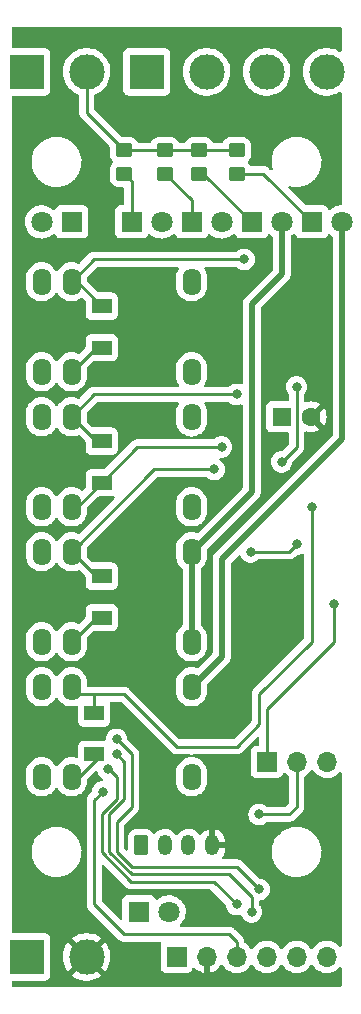
<source format=gbr>
%TF.GenerationSoftware,KiCad,Pcbnew,6.0.6*%
%TF.CreationDate,2022-09-30T13:38:31-04:00*%
%TF.ProjectId,hvac-r,68766163-2d72-42e6-9b69-6361645f7063,rev?*%
%TF.SameCoordinates,Original*%
%TF.FileFunction,Copper,L2,Bot*%
%TF.FilePolarity,Positive*%
%FSLAX46Y46*%
G04 Gerber Fmt 4.6, Leading zero omitted, Abs format (unit mm)*
G04 Created by KiCad (PCBNEW 6.0.6) date 2022-09-30 13:38:31*
%MOMM*%
%LPD*%
G01*
G04 APERTURE LIST*
G04 Aperture macros list*
%AMRoundRect*
0 Rectangle with rounded corners*
0 $1 Rounding radius*
0 $2 $3 $4 $5 $6 $7 $8 $9 X,Y pos of 4 corners*
0 Add a 4 corners polygon primitive as box body*
4,1,4,$2,$3,$4,$5,$6,$7,$8,$9,$2,$3,0*
0 Add four circle primitives for the rounded corners*
1,1,$1+$1,$2,$3*
1,1,$1+$1,$4,$5*
1,1,$1+$1,$6,$7*
1,1,$1+$1,$8,$9*
0 Add four rect primitives between the rounded corners*
20,1,$1+$1,$2,$3,$4,$5,0*
20,1,$1+$1,$4,$5,$6,$7,0*
20,1,$1+$1,$6,$7,$8,$9,0*
20,1,$1+$1,$8,$9,$2,$3,0*%
G04 Aperture macros list end*
%TA.AperFunction,SMDPad,CuDef*%
%ADD10R,1.700000X1.300000*%
%TD*%
%TA.AperFunction,ComponentPad*%
%ADD11R,1.800000X1.800000*%
%TD*%
%TA.AperFunction,ComponentPad*%
%ADD12C,1.800000*%
%TD*%
%TA.AperFunction,SMDPad,CuDef*%
%ADD13RoundRect,0.250000X0.450000X-0.350000X0.450000X0.350000X-0.450000X0.350000X-0.450000X-0.350000X0*%
%TD*%
%TA.AperFunction,ComponentPad*%
%ADD14O,1.600000X2.300000*%
%TD*%
%TA.AperFunction,ComponentPad*%
%ADD15R,1.700000X1.700000*%
%TD*%
%TA.AperFunction,ComponentPad*%
%ADD16O,1.700000X1.700000*%
%TD*%
%TA.AperFunction,ComponentPad*%
%ADD17RoundRect,0.250000X-0.350000X-0.625000X0.350000X-0.625000X0.350000X0.625000X-0.350000X0.625000X0*%
%TD*%
%TA.AperFunction,ComponentPad*%
%ADD18O,1.200000X1.750000*%
%TD*%
%TA.AperFunction,ComponentPad*%
%ADD19R,3.000000X3.000000*%
%TD*%
%TA.AperFunction,ComponentPad*%
%ADD20C,3.000000*%
%TD*%
%TA.AperFunction,ComponentPad*%
%ADD21R,1.600000X1.600000*%
%TD*%
%TA.AperFunction,ComponentPad*%
%ADD22C,1.600000*%
%TD*%
%TA.AperFunction,ViaPad*%
%ADD23C,0.800000*%
%TD*%
%TA.AperFunction,Conductor*%
%ADD24C,0.254000*%
%TD*%
%TA.AperFunction,Conductor*%
%ADD25C,0.508000*%
%TD*%
G04 APERTURE END LIST*
D10*
%TO.P,D10,1,K*%
%TO.N,+5V*%
X109855000Y-113665000D03*
%TO.P,D10,2,A*%
%TO.N,Net-(K4-Pad5)*%
X109855000Y-110165000D03*
%TD*%
%TO.P,D9,1,K*%
%TO.N,+5V*%
X110490000Y-102080000D03*
%TO.P,D9,2,A*%
%TO.N,Net-(K3-Pad5)*%
X110490000Y-98580000D03*
%TD*%
%TO.P,D8,1,K*%
%TO.N,+5V*%
X110490000Y-90650000D03*
%TO.P,D8,2,A*%
%TO.N,Net-(K2-Pad5)*%
X110490000Y-87150000D03*
%TD*%
%TO.P,D7,1,K*%
%TO.N,+5V*%
X110490000Y-79220000D03*
%TO.P,D7,2,A*%
%TO.N,Net-(K1-Pad5)*%
X110490000Y-75720000D03*
%TD*%
D11*
%TO.P,D6,1,K*%
%TO.N,Net-(D6-Pad1)*%
X113660000Y-127000000D03*
D12*
%TO.P,D6,2,A*%
%TO.N,+5V*%
X116200000Y-127000000D03*
%TD*%
D11*
%TO.P,D5,1,K*%
%TO.N,Net-(D5-Pad1)*%
X107950000Y-68580000D03*
D12*
%TO.P,D5,2,A*%
%TO.N,/HVAC_V*%
X105410000Y-68580000D03*
%TD*%
D13*
%TO.P,R8,1*%
%TO.N,Net-(D4-Pad1)*%
X121920000Y-64500000D03*
%TO.P,R8,2*%
%TO.N,/HVAC_C*%
X121920000Y-62500000D03*
%TD*%
%TO.P,R6,1*%
%TO.N,Net-(D3-Pad1)*%
X118745000Y-64500000D03*
%TO.P,R6,2*%
%TO.N,/HVAC_C*%
X118745000Y-62500000D03*
%TD*%
%TO.P,R4,1*%
%TO.N,Net-(D2-Pad1)*%
X115840000Y-64500000D03*
%TO.P,R4,2*%
%TO.N,/HVAC_C*%
X115840000Y-62500000D03*
%TD*%
%TO.P,R2,1*%
%TO.N,Net-(D1-Pad1)*%
X112395000Y-64500000D03*
%TO.P,R2,2*%
%TO.N,/HVAC_C*%
X112395000Y-62500000D03*
%TD*%
D14*
%TO.P,K4,1*%
%TO.N,/HVAC_4*%
X118110000Y-107950000D03*
%TO.P,K4,5*%
%TO.N,Net-(K4-Pad5)*%
X107950000Y-107950000D03*
%TO.P,K4,6*%
%TO.N,/HVAC_V*%
X105410000Y-107950000D03*
%TO.P,K4,7*%
%TO.N,unconnected-(K4-Pad7)*%
X105410000Y-115570000D03*
%TO.P,K4,8*%
%TO.N,+5V*%
X107950000Y-115570000D03*
%TO.P,K4,12*%
%TO.N,/HVAC_4*%
X118110000Y-115570000D03*
%TD*%
%TO.P,K3,1*%
%TO.N,/HVAC_3*%
X118110000Y-96520000D03*
%TO.P,K3,5*%
%TO.N,Net-(K3-Pad5)*%
X107950000Y-96520000D03*
%TO.P,K3,6*%
%TO.N,/HVAC_V*%
X105410000Y-96520000D03*
%TO.P,K3,7*%
%TO.N,unconnected-(K3-Pad7)*%
X105410000Y-104140000D03*
%TO.P,K3,8*%
%TO.N,+5V*%
X107950000Y-104140000D03*
%TO.P,K3,12*%
%TO.N,/HVAC_3*%
X118110000Y-104140000D03*
%TD*%
%TO.P,K2,1*%
%TO.N,/HVAC_2*%
X118110000Y-85090000D03*
%TO.P,K2,5*%
%TO.N,Net-(K2-Pad5)*%
X107950000Y-85090000D03*
%TO.P,K2,6*%
%TO.N,/HVAC_V*%
X105410000Y-85090000D03*
%TO.P,K2,7*%
%TO.N,unconnected-(K2-Pad7)*%
X105410000Y-92710000D03*
%TO.P,K2,8*%
%TO.N,+5V*%
X107950000Y-92710000D03*
%TO.P,K2,12*%
%TO.N,/HVAC_2*%
X118110000Y-92710000D03*
%TD*%
%TO.P,K1,1*%
%TO.N,/HVAC_1*%
X118110000Y-73660000D03*
%TO.P,K1,5*%
%TO.N,Net-(K1-Pad5)*%
X107950000Y-73660000D03*
%TO.P,K1,6*%
%TO.N,/HVAC_V*%
X105410000Y-73660000D03*
%TO.P,K1,7*%
%TO.N,unconnected-(K1-Pad7)*%
X105410000Y-81280000D03*
%TO.P,K1,8*%
%TO.N,+5V*%
X107950000Y-81280000D03*
%TO.P,K1,12*%
%TO.N,/HVAC_1*%
X118110000Y-81280000D03*
%TD*%
D15*
%TO.P,JP1,1,A*%
%TO.N,Net-(JP1-Pad1)*%
X124475000Y-114300000D03*
D16*
%TO.P,JP1,2,C*%
%TO.N,VCC*%
X127015000Y-114300000D03*
%TO.P,JP1,3,B*%
%TO.N,Net-(JP1-Pad3)*%
X129555000Y-114300000D03*
%TD*%
D15*
%TO.P,J5,1,Pin_1*%
%TO.N,+5V*%
X116840000Y-130810000D03*
D16*
%TO.P,J5,2,Pin_2*%
%TO.N,GND*%
X119380000Y-130810000D03*
%TO.P,J5,3,Pin_3*%
%TO.N,Net-(R1-Pad2)*%
X121920000Y-130810000D03*
%TO.P,J5,4,Pin_4*%
%TO.N,Net-(R3-Pad2)*%
X124460000Y-130810000D03*
%TO.P,J5,5,Pin_5*%
%TO.N,Net-(J5-Pad5)*%
X127000000Y-130810000D03*
%TO.P,J5,6,Pin_6*%
%TO.N,Net-(J5-Pad6)*%
X129540000Y-130810000D03*
%TD*%
D17*
%TO.P,J4,1,Pin_1*%
%TO.N,/SCL*%
X113840000Y-121370000D03*
D18*
%TO.P,J4,2,Pin_2*%
%TO.N,/SDA*%
X115840000Y-121370000D03*
%TO.P,J4,3,Pin_3*%
%TO.N,VCC*%
X117840000Y-121370000D03*
%TO.P,J4,4,Pin_4*%
%TO.N,GND*%
X119840000Y-121370000D03*
%TD*%
D19*
%TO.P,J3,1,Pin_1*%
%TO.N,/HVAC_1*%
X114300000Y-55880000D03*
D20*
%TO.P,J3,2,Pin_2*%
%TO.N,/HVAC_2*%
X119380000Y-55880000D03*
%TO.P,J3,3,Pin_3*%
%TO.N,/HVAC_3*%
X124460000Y-55880000D03*
%TO.P,J3,4,Pin_4*%
%TO.N,/HVAC_4*%
X129540000Y-55880000D03*
%TD*%
D19*
%TO.P,J2,1,Pin_1*%
%TO.N,/HVAC_V*%
X104140000Y-55880000D03*
D20*
%TO.P,J2,2,Pin_2*%
%TO.N,/HVAC_C*%
X109220000Y-55880000D03*
%TD*%
D19*
%TO.P,J1,1,Pin_1*%
%TO.N,+5V*%
X104140000Y-130810000D03*
D20*
%TO.P,J1,2,Pin_2*%
%TO.N,GND*%
X109220000Y-130810000D03*
%TD*%
D11*
%TO.P,D4,1,K*%
%TO.N,Net-(D4-Pad1)*%
X128270000Y-68580000D03*
D12*
%TO.P,D4,2,A*%
%TO.N,/HVAC_4*%
X130810000Y-68580000D03*
%TD*%
D11*
%TO.P,D3,1,K*%
%TO.N,Net-(D3-Pad1)*%
X123190000Y-68580000D03*
D12*
%TO.P,D3,2,A*%
%TO.N,/HVAC_3*%
X125730000Y-68580000D03*
%TD*%
D11*
%TO.P,D2,1,K*%
%TO.N,Net-(D2-Pad1)*%
X118110000Y-68580000D03*
D12*
%TO.P,D2,2,A*%
%TO.N,/HVAC_2*%
X120650000Y-68580000D03*
%TD*%
D11*
%TO.P,D1,1,K*%
%TO.N,Net-(D1-Pad1)*%
X113030000Y-68580000D03*
D12*
%TO.P,D1,2,A*%
%TO.N,/HVAC_1*%
X115570000Y-68580000D03*
%TD*%
D21*
%TO.P,C1,1*%
%TO.N,+5V*%
X125730000Y-85090000D03*
D22*
%TO.P,C1,2*%
%TO.N,GND*%
X128230000Y-85090000D03*
%TD*%
D23*
%TO.N,GND*%
X119380000Y-99060000D03*
X121920000Y-111125000D03*
%TO.N,VCC*%
X123825000Y-118745000D03*
%TO.N,Net-(J5-Pad5)*%
X123190000Y-127000000D03*
%TO.N,Net-(R3-Pad2)*%
X121920000Y-126365000D03*
%TO.N,Net-(J5-Pad6)*%
X123825000Y-125095000D03*
%TO.N,Net-(R3-Pad2)*%
X125730000Y-88900000D03*
X127000000Y-82550000D03*
%TO.N,Net-(R1-Pad2)*%
X110581500Y-116840000D03*
%TO.N,Net-(R3-Pad2)*%
X111033500Y-114935000D03*
%TO.N,Net-(J5-Pad6)*%
X127000000Y-95885000D03*
X123098500Y-96520000D03*
%TO.N,Net-(J5-Pad5)*%
X111760000Y-113665000D03*
%TO.N,Net-(J5-Pad6)*%
X111760000Y-112395000D03*
%TO.N,Net-(JP1-Pad1)*%
X130175000Y-100965000D03*
%TO.N,GND*%
X125730000Y-116840000D03*
%TO.N,Net-(K4-Pad5)*%
X128270000Y-92710000D03*
%TO.N,Net-(K3-Pad5)*%
X120015000Y-89535000D03*
%TO.N,+5V*%
X120650000Y-87630000D03*
%TO.N,Net-(K2-Pad5)*%
X121920000Y-83185000D03*
%TO.N,Net-(K1-Pad5)*%
X122555000Y-71755000D03*
%TO.N,GND*%
X121920000Y-76200000D03*
%TD*%
D24*
%TO.N,Net-(K4-Pad5)*%
X109855000Y-108585000D02*
X112395000Y-108585000D01*
X112395000Y-108585000D02*
X116840000Y-113030000D01*
X116840000Y-113030000D02*
X121920000Y-113030000D01*
X121920000Y-113030000D02*
X123825000Y-111125000D01*
X123825000Y-111125000D02*
X123825000Y-108585000D01*
X123825000Y-108585000D02*
X128270000Y-104140000D01*
X128270000Y-104140000D02*
X128270000Y-92710000D01*
X109855000Y-108585000D02*
X108585000Y-108585000D01*
X109855000Y-108585000D02*
X109855000Y-110165000D01*
X108585000Y-108585000D02*
X107950000Y-107950000D01*
%TO.N,+5V*%
X110490000Y-113665000D02*
X108585000Y-115570000D01*
X108585000Y-115570000D02*
X107950000Y-115570000D01*
X107950000Y-104140000D02*
X110010000Y-102080000D01*
X110010000Y-102080000D02*
X110490000Y-102080000D01*
%TO.N,Net-(K3-Pad5)*%
X107950000Y-96520000D02*
X110010000Y-98580000D01*
X110010000Y-98580000D02*
X110490000Y-98580000D01*
%TO.N,Net-(K2-Pad5)*%
X110490000Y-87150000D02*
X110010000Y-87150000D01*
X110010000Y-87150000D02*
X107950000Y-85090000D01*
%TO.N,+5V*%
X120650000Y-87630000D02*
X113510000Y-87630000D01*
X113510000Y-87630000D02*
X110490000Y-90650000D01*
X107950000Y-92710000D02*
X108430000Y-92710000D01*
X108430000Y-92710000D02*
X110490000Y-90650000D01*
X107950000Y-81280000D02*
X110010000Y-79220000D01*
X110010000Y-79220000D02*
X110490000Y-79220000D01*
%TO.N,Net-(K1-Pad5)*%
X107950000Y-73660000D02*
X108430000Y-73660000D01*
X108430000Y-73660000D02*
X110490000Y-75720000D01*
%TO.N,VCC*%
X123825000Y-118745000D02*
X126365000Y-118745000D01*
%TO.N,Net-(J5-Pad5)*%
X123190000Y-127000000D02*
X123190000Y-125730000D01*
X123190000Y-125730000D02*
X121285000Y-123825000D01*
X111125000Y-121927052D02*
X111125000Y-118745000D01*
X121285000Y-123825000D02*
X113022948Y-123825000D01*
X113022948Y-123825000D02*
X111125000Y-121927052D01*
X111125000Y-118745000D02*
X112395000Y-117475000D01*
X112395000Y-114300000D02*
X111760000Y-113665000D01*
X112395000Y-117475000D02*
X112395000Y-114300000D01*
%TO.N,Net-(R3-Pad2)*%
X120015000Y-124460000D02*
X121920000Y-126365000D01*
X110490000Y-121934104D02*
X113015896Y-124460000D01*
X113015896Y-124460000D02*
X120015000Y-124460000D01*
X110490000Y-118737948D02*
X110490000Y-121934104D01*
%TO.N,Net-(J5-Pad6)*%
X111760000Y-112395000D02*
X113030000Y-113665000D01*
X111760000Y-119380000D02*
X111760000Y-121920000D01*
X113030000Y-113665000D02*
X113030000Y-118110000D01*
X121920000Y-123190000D02*
X123825000Y-125095000D01*
X113030000Y-118110000D02*
X111760000Y-119380000D01*
X111760000Y-121920000D02*
X113030000Y-123190000D01*
X113030000Y-123190000D02*
X121920000Y-123190000D01*
%TO.N,Net-(R1-Pad2)*%
X109855000Y-126365000D02*
X112395000Y-128905000D01*
X109855000Y-117566500D02*
X109855000Y-126365000D01*
X112395000Y-128905000D02*
X121285000Y-128905000D01*
X110581500Y-116840000D02*
X109855000Y-117566500D01*
X121285000Y-128905000D02*
X121920000Y-129540000D01*
X121920000Y-129540000D02*
X121920000Y-130810000D01*
%TO.N,Net-(R3-Pad2)*%
X125730000Y-88900000D02*
X127000000Y-87630000D01*
X127000000Y-87630000D02*
X127000000Y-82550000D01*
X111033500Y-114935000D02*
X111125000Y-114935000D01*
X111760000Y-117467948D02*
X110490000Y-118737948D01*
X111125000Y-114935000D02*
X111760000Y-115570000D01*
X111760000Y-115570000D02*
X111760000Y-117467948D01*
X111033500Y-115026500D02*
X111033500Y-114935000D01*
%TO.N,Net-(J5-Pad6)*%
X126365000Y-96520000D02*
X127000000Y-95885000D01*
X123098500Y-96520000D02*
X126365000Y-96520000D01*
%TO.N,Net-(JP1-Pad1)*%
X130175000Y-104140000D02*
X130175000Y-100965000D01*
X124475000Y-114300000D02*
X124475000Y-109840000D01*
X124475000Y-109840000D02*
X130175000Y-104140000D01*
%TO.N,VCC*%
X126365000Y-118745000D02*
X127015000Y-118095000D01*
X127015000Y-118095000D02*
X127015000Y-114300000D01*
%TO.N,Net-(K3-Pad5)*%
X120015000Y-89535000D02*
X114935000Y-89535000D01*
X114935000Y-89535000D02*
X107950000Y-96520000D01*
%TO.N,Net-(K2-Pad5)*%
X121920000Y-83185000D02*
X109855000Y-83185000D01*
X109855000Y-83185000D02*
X107950000Y-85090000D01*
%TO.N,Net-(K1-Pad5)*%
X122555000Y-71755000D02*
X109855000Y-71755000D01*
X109855000Y-71755000D02*
X107950000Y-73660000D01*
%TO.N,Net-(D4-Pad1)*%
X121920000Y-64500000D02*
X124190000Y-64500000D01*
X124190000Y-64500000D02*
X128270000Y-68580000D01*
%TO.N,Net-(D3-Pad1)*%
X118745000Y-64500000D02*
X119110000Y-64500000D01*
X119110000Y-64500000D02*
X123190000Y-68580000D01*
%TO.N,Net-(D2-Pad1)*%
X115840000Y-64500000D02*
X118110000Y-66770000D01*
X118110000Y-66770000D02*
X118110000Y-68580000D01*
%TO.N,Net-(D1-Pad1)*%
X112395000Y-64500000D02*
X113030000Y-65135000D01*
X113030000Y-65135000D02*
X113030000Y-68580000D01*
%TO.N,/HVAC_C*%
X118745000Y-62500000D02*
X121920000Y-62500000D01*
X115840000Y-62500000D02*
X118745000Y-62500000D01*
X112395000Y-62500000D02*
X115840000Y-62500000D01*
X109220000Y-55880000D02*
X109220000Y-59325000D01*
X109220000Y-59325000D02*
X112395000Y-62500000D01*
D25*
%TO.N,/HVAC_4*%
X120650000Y-97155000D02*
X130810000Y-86995000D01*
X118110000Y-107950000D02*
X120650000Y-105410000D01*
X120650000Y-105410000D02*
X120650000Y-97155000D01*
X130810000Y-86995000D02*
X130810000Y-68580000D01*
%TO.N,/HVAC_3*%
X118110000Y-96520000D02*
X123190000Y-91440000D01*
X123190000Y-75565000D02*
X125730000Y-73025000D01*
X123190000Y-91440000D02*
X123190000Y-75565000D01*
X125730000Y-73025000D02*
X125730000Y-68580000D01*
X118110000Y-104140000D02*
X118110000Y-96520000D01*
%TD*%
%TA.AperFunction,Conductor*%
%TO.N,GND*%
G36*
X130752121Y-52090002D02*
G01*
X130798614Y-52143658D01*
X130810000Y-52196000D01*
X130810000Y-54077606D01*
X130789998Y-54145727D01*
X130736342Y-54192220D01*
X130666068Y-54202324D01*
X130618166Y-54185039D01*
X130476373Y-54098148D01*
X130476358Y-54098140D01*
X130472704Y-54095901D01*
X130468768Y-54094173D01*
X130225873Y-53987549D01*
X130225869Y-53987548D01*
X130221945Y-53985825D01*
X129958566Y-53910800D01*
X129954324Y-53910196D01*
X129954318Y-53910195D01*
X129749387Y-53881029D01*
X129687443Y-53872213D01*
X129543589Y-53871460D01*
X129417877Y-53870802D01*
X129417871Y-53870802D01*
X129413591Y-53870780D01*
X129409347Y-53871339D01*
X129409343Y-53871339D01*
X129335741Y-53881029D01*
X129142078Y-53906525D01*
X129137938Y-53907658D01*
X129137936Y-53907658D01*
X129070037Y-53926233D01*
X128877928Y-53978788D01*
X128873980Y-53980472D01*
X128629982Y-54084546D01*
X128629978Y-54084548D01*
X128626030Y-54086232D01*
X128606125Y-54098145D01*
X128394725Y-54224664D01*
X128394721Y-54224667D01*
X128391043Y-54226868D01*
X128177318Y-54398094D01*
X127988808Y-54596742D01*
X127829002Y-54819136D01*
X127700857Y-55061161D01*
X127699385Y-55065184D01*
X127699383Y-55065188D01*
X127692314Y-55084506D01*
X127606743Y-55318337D01*
X127548404Y-55585907D01*
X127526917Y-55858918D01*
X127542682Y-56132320D01*
X127543507Y-56136525D01*
X127543508Y-56136533D01*
X127554127Y-56190657D01*
X127595405Y-56401053D01*
X127596792Y-56405103D01*
X127596793Y-56405108D01*
X127617605Y-56465895D01*
X127684112Y-56660144D01*
X127807160Y-56904799D01*
X127809586Y-56908328D01*
X127809589Y-56908334D01*
X127959843Y-57126953D01*
X127962274Y-57130490D01*
X128146582Y-57333043D01*
X128356675Y-57508707D01*
X128360316Y-57510991D01*
X128585024Y-57651951D01*
X128585028Y-57651953D01*
X128588664Y-57654234D01*
X128654039Y-57683752D01*
X128834345Y-57765164D01*
X128834349Y-57765166D01*
X128838257Y-57766930D01*
X128842377Y-57768150D01*
X128842376Y-57768150D01*
X129096723Y-57843491D01*
X129096727Y-57843492D01*
X129100836Y-57844709D01*
X129105070Y-57845357D01*
X129105075Y-57845358D01*
X129367298Y-57885483D01*
X129367300Y-57885483D01*
X129371540Y-57886132D01*
X129510912Y-57888322D01*
X129641071Y-57890367D01*
X129641077Y-57890367D01*
X129645362Y-57890434D01*
X129917235Y-57857534D01*
X130182127Y-57788041D01*
X130186087Y-57786401D01*
X130186092Y-57786399D01*
X130308631Y-57735641D01*
X130435136Y-57683241D01*
X130620430Y-57574964D01*
X130689336Y-57557865D01*
X130756549Y-57580734D01*
X130800727Y-57636310D01*
X130810000Y-57683752D01*
X130810000Y-67046844D01*
X130789998Y-67114965D01*
X130736342Y-67161458D01*
X130703059Y-67171394D01*
X130687003Y-67173851D01*
X130482464Y-67205150D01*
X130262314Y-67277106D01*
X130257726Y-67279494D01*
X130257722Y-67279496D01*
X130061461Y-67381663D01*
X130056872Y-67384052D01*
X130052739Y-67387155D01*
X130052736Y-67387157D01*
X129904319Y-67498592D01*
X129871655Y-67523117D01*
X129854170Y-67541414D01*
X129792646Y-67576844D01*
X129721733Y-67573387D01*
X129663947Y-67532141D01*
X129645094Y-67498592D01*
X129623768Y-67441705D01*
X129623767Y-67441703D01*
X129620615Y-67433295D01*
X129533261Y-67316739D01*
X129416705Y-67229385D01*
X129280316Y-67178255D01*
X129218134Y-67171500D01*
X127812423Y-67171500D01*
X127744302Y-67151498D01*
X127723328Y-67134595D01*
X126340488Y-65751755D01*
X126306462Y-65689443D01*
X126311527Y-65618628D01*
X126354074Y-65561792D01*
X126420594Y-65536981D01*
X126456425Y-65539552D01*
X126691264Y-65590755D01*
X126719841Y-65593004D01*
X126914282Y-65608307D01*
X126914291Y-65608307D01*
X126916739Y-65608500D01*
X127072271Y-65608500D01*
X127074407Y-65608354D01*
X127074418Y-65608354D01*
X127282548Y-65594165D01*
X127282554Y-65594164D01*
X127286825Y-65593873D01*
X127291020Y-65593004D01*
X127291022Y-65593004D01*
X127441739Y-65561792D01*
X127568342Y-65535574D01*
X127839343Y-65439607D01*
X128052631Y-65329521D01*
X128091005Y-65309715D01*
X128091006Y-65309715D01*
X128094812Y-65307750D01*
X128098313Y-65305289D01*
X128098317Y-65305287D01*
X128228159Y-65214032D01*
X128330023Y-65142441D01*
X128458239Y-65023295D01*
X128537479Y-64949661D01*
X128537481Y-64949658D01*
X128540622Y-64946740D01*
X128722713Y-64724268D01*
X128872927Y-64479142D01*
X128899170Y-64419360D01*
X128986757Y-64219830D01*
X128988483Y-64215898D01*
X129067244Y-63939406D01*
X129107751Y-63654784D01*
X129107845Y-63636951D01*
X129109235Y-63371583D01*
X129109235Y-63371576D01*
X129109257Y-63367297D01*
X129071732Y-63082266D01*
X128995871Y-62804964D01*
X128883077Y-62540524D01*
X128735439Y-62293839D01*
X128555687Y-62069472D01*
X128347149Y-61871577D01*
X128113683Y-61703814D01*
X128091843Y-61692250D01*
X128050724Y-61670479D01*
X127859608Y-61569288D01*
X127589627Y-61470489D01*
X127308736Y-61409245D01*
X127277685Y-61406801D01*
X127085718Y-61391693D01*
X127085709Y-61391693D01*
X127083261Y-61391500D01*
X126927729Y-61391500D01*
X126925593Y-61391646D01*
X126925582Y-61391646D01*
X126717452Y-61405835D01*
X126717446Y-61405836D01*
X126713175Y-61406127D01*
X126708980Y-61406996D01*
X126708978Y-61406996D01*
X126572416Y-61435277D01*
X126431658Y-61464426D01*
X126160657Y-61560393D01*
X126156848Y-61562359D01*
X125925280Y-61681880D01*
X125905188Y-61692250D01*
X125901687Y-61694711D01*
X125901683Y-61694713D01*
X125891594Y-61701804D01*
X125669977Y-61857559D01*
X125654892Y-61871577D01*
X125530364Y-61987296D01*
X125459378Y-62053260D01*
X125277287Y-62275732D01*
X125127073Y-62520858D01*
X125011517Y-62784102D01*
X124932756Y-63060594D01*
X124892249Y-63345216D01*
X124892227Y-63349505D01*
X124892226Y-63349512D01*
X124890765Y-63628417D01*
X124890743Y-63632703D01*
X124928268Y-63917734D01*
X124929401Y-63921874D01*
X124929401Y-63921876D01*
X124961720Y-64040015D01*
X124960402Y-64111000D01*
X124920916Y-64170003D01*
X124855799Y-64198292D01*
X124785725Y-64186885D01*
X124751091Y-64162358D01*
X124695250Y-64106517D01*
X124687674Y-64098191D01*
X124683553Y-64091697D01*
X124633734Y-64044914D01*
X124630893Y-64042160D01*
X124611094Y-64022361D01*
X124607969Y-64019937D01*
X124607960Y-64019929D01*
X124607874Y-64019863D01*
X124598849Y-64012155D01*
X124566506Y-63981783D01*
X124548669Y-63971977D01*
X124532153Y-63961127D01*
X124516067Y-63948650D01*
X124475334Y-63931024D01*
X124464686Y-63925807D01*
X124442259Y-63913478D01*
X124425803Y-63904431D01*
X124418128Y-63902460D01*
X124418122Y-63902458D01*
X124406089Y-63899369D01*
X124387387Y-63892966D01*
X124368708Y-63884883D01*
X124334872Y-63879524D01*
X124324873Y-63877940D01*
X124313260Y-63875535D01*
X124270282Y-63864500D01*
X124249935Y-63864500D01*
X124230224Y-63862949D01*
X124217950Y-63861005D01*
X124210121Y-63859765D01*
X124202229Y-63860511D01*
X124165944Y-63863941D01*
X124154086Y-63864500D01*
X123155543Y-63864500D01*
X123087422Y-63844498D01*
X123048399Y-63804803D01*
X122972332Y-63681880D01*
X122968478Y-63675652D01*
X122881891Y-63589216D01*
X122847812Y-63526934D01*
X122852815Y-63456114D01*
X122881736Y-63411025D01*
X122964134Y-63328483D01*
X122969305Y-63323303D01*
X123062115Y-63172738D01*
X123099311Y-63060594D01*
X123115632Y-63011389D01*
X123115632Y-63011387D01*
X123117797Y-63004861D01*
X123128500Y-62900400D01*
X123128500Y-62099600D01*
X123125374Y-62069472D01*
X123118238Y-62000692D01*
X123118237Y-62000688D01*
X123117526Y-61993834D01*
X123061550Y-61826054D01*
X122968478Y-61675652D01*
X122843303Y-61550695D01*
X122837072Y-61546854D01*
X122698968Y-61461725D01*
X122698966Y-61461724D01*
X122692738Y-61457885D01*
X122548845Y-61410158D01*
X122531389Y-61404368D01*
X122531387Y-61404368D01*
X122524861Y-61402203D01*
X122518025Y-61401503D01*
X122518022Y-61401502D01*
X122474969Y-61397091D01*
X122420400Y-61391500D01*
X121419600Y-61391500D01*
X121416354Y-61391837D01*
X121416350Y-61391837D01*
X121320692Y-61401762D01*
X121320688Y-61401763D01*
X121313834Y-61402474D01*
X121307298Y-61404655D01*
X121307296Y-61404655D01*
X121290802Y-61410158D01*
X121146054Y-61458450D01*
X120995652Y-61551522D01*
X120870695Y-61676697D01*
X120866855Y-61682927D01*
X120866854Y-61682928D01*
X120791844Y-61804616D01*
X120739071Y-61852110D01*
X120684584Y-61864500D01*
X119980543Y-61864500D01*
X119912422Y-61844498D01*
X119873399Y-61804803D01*
X119873284Y-61804616D01*
X119793478Y-61675652D01*
X119668303Y-61550695D01*
X119662072Y-61546854D01*
X119523968Y-61461725D01*
X119523966Y-61461724D01*
X119517738Y-61457885D01*
X119373845Y-61410158D01*
X119356389Y-61404368D01*
X119356387Y-61404368D01*
X119349861Y-61402203D01*
X119343025Y-61401503D01*
X119343022Y-61401502D01*
X119299969Y-61397091D01*
X119245400Y-61391500D01*
X118244600Y-61391500D01*
X118241354Y-61391837D01*
X118241350Y-61391837D01*
X118145692Y-61401762D01*
X118145688Y-61401763D01*
X118138834Y-61402474D01*
X118132298Y-61404655D01*
X118132296Y-61404655D01*
X118115802Y-61410158D01*
X117971054Y-61458450D01*
X117820652Y-61551522D01*
X117695695Y-61676697D01*
X117691855Y-61682927D01*
X117691854Y-61682928D01*
X117616844Y-61804616D01*
X117564071Y-61852110D01*
X117509584Y-61864500D01*
X117075543Y-61864500D01*
X117007422Y-61844498D01*
X116968399Y-61804803D01*
X116968284Y-61804616D01*
X116888478Y-61675652D01*
X116763303Y-61550695D01*
X116757072Y-61546854D01*
X116618968Y-61461725D01*
X116618966Y-61461724D01*
X116612738Y-61457885D01*
X116468845Y-61410158D01*
X116451389Y-61404368D01*
X116451387Y-61404368D01*
X116444861Y-61402203D01*
X116438025Y-61401503D01*
X116438022Y-61401502D01*
X116394969Y-61397091D01*
X116340400Y-61391500D01*
X115339600Y-61391500D01*
X115336354Y-61391837D01*
X115336350Y-61391837D01*
X115240692Y-61401762D01*
X115240688Y-61401763D01*
X115233834Y-61402474D01*
X115227298Y-61404655D01*
X115227296Y-61404655D01*
X115210802Y-61410158D01*
X115066054Y-61458450D01*
X114915652Y-61551522D01*
X114790695Y-61676697D01*
X114786855Y-61682927D01*
X114786854Y-61682928D01*
X114711844Y-61804616D01*
X114659071Y-61852110D01*
X114604584Y-61864500D01*
X113630543Y-61864500D01*
X113562422Y-61844498D01*
X113523399Y-61804803D01*
X113523284Y-61804616D01*
X113443478Y-61675652D01*
X113318303Y-61550695D01*
X113312072Y-61546854D01*
X113173968Y-61461725D01*
X113173966Y-61461724D01*
X113167738Y-61457885D01*
X113023845Y-61410158D01*
X113006389Y-61404368D01*
X113006387Y-61404368D01*
X112999861Y-61402203D01*
X112993025Y-61401503D01*
X112993022Y-61401502D01*
X112949969Y-61397091D01*
X112895400Y-61391500D01*
X112237422Y-61391500D01*
X112169301Y-61371498D01*
X112148327Y-61354595D01*
X109892405Y-59098672D01*
X109858379Y-59036360D01*
X109855500Y-59009577D01*
X109855500Y-57874977D01*
X109875502Y-57806856D01*
X109933282Y-57758568D01*
X110030424Y-57718330D01*
X110115136Y-57683241D01*
X110351582Y-57545073D01*
X110500720Y-57428134D01*
X112291500Y-57428134D01*
X112298255Y-57490316D01*
X112349385Y-57626705D01*
X112436739Y-57743261D01*
X112553295Y-57830615D01*
X112689684Y-57881745D01*
X112751866Y-57888500D01*
X115848134Y-57888500D01*
X115910316Y-57881745D01*
X116046705Y-57830615D01*
X116163261Y-57743261D01*
X116250615Y-57626705D01*
X116301745Y-57490316D01*
X116308500Y-57428134D01*
X116308500Y-55858918D01*
X117366917Y-55858918D01*
X117382682Y-56132320D01*
X117383507Y-56136525D01*
X117383508Y-56136533D01*
X117394127Y-56190657D01*
X117435405Y-56401053D01*
X117436792Y-56405103D01*
X117436793Y-56405108D01*
X117457605Y-56465895D01*
X117524112Y-56660144D01*
X117647160Y-56904799D01*
X117649586Y-56908328D01*
X117649589Y-56908334D01*
X117799843Y-57126953D01*
X117802274Y-57130490D01*
X117986582Y-57333043D01*
X118196675Y-57508707D01*
X118200316Y-57510991D01*
X118425024Y-57651951D01*
X118425028Y-57651953D01*
X118428664Y-57654234D01*
X118494039Y-57683752D01*
X118674345Y-57765164D01*
X118674349Y-57765166D01*
X118678257Y-57766930D01*
X118682377Y-57768150D01*
X118682376Y-57768150D01*
X118936723Y-57843491D01*
X118936727Y-57843492D01*
X118940836Y-57844709D01*
X118945070Y-57845357D01*
X118945075Y-57845358D01*
X119207298Y-57885483D01*
X119207300Y-57885483D01*
X119211540Y-57886132D01*
X119350912Y-57888322D01*
X119481071Y-57890367D01*
X119481077Y-57890367D01*
X119485362Y-57890434D01*
X119757235Y-57857534D01*
X120022127Y-57788041D01*
X120026087Y-57786401D01*
X120026092Y-57786399D01*
X120148631Y-57735641D01*
X120275136Y-57683241D01*
X120511582Y-57545073D01*
X120727089Y-57376094D01*
X120768809Y-57333043D01*
X120914686Y-57182509D01*
X120917669Y-57179431D01*
X120920202Y-57175983D01*
X120920206Y-57175978D01*
X121077257Y-56962178D01*
X121079795Y-56958723D01*
X121107154Y-56908334D01*
X121208418Y-56721830D01*
X121208419Y-56721828D01*
X121210468Y-56718054D01*
X121307269Y-56461877D01*
X121368407Y-56194933D01*
X121392751Y-55922161D01*
X121393193Y-55880000D01*
X121391756Y-55858918D01*
X122446917Y-55858918D01*
X122462682Y-56132320D01*
X122463507Y-56136525D01*
X122463508Y-56136533D01*
X122474127Y-56190657D01*
X122515405Y-56401053D01*
X122516792Y-56405103D01*
X122516793Y-56405108D01*
X122537605Y-56465895D01*
X122604112Y-56660144D01*
X122727160Y-56904799D01*
X122729586Y-56908328D01*
X122729589Y-56908334D01*
X122879843Y-57126953D01*
X122882274Y-57130490D01*
X123066582Y-57333043D01*
X123276675Y-57508707D01*
X123280316Y-57510991D01*
X123505024Y-57651951D01*
X123505028Y-57651953D01*
X123508664Y-57654234D01*
X123574039Y-57683752D01*
X123754345Y-57765164D01*
X123754349Y-57765166D01*
X123758257Y-57766930D01*
X123762377Y-57768150D01*
X123762376Y-57768150D01*
X124016723Y-57843491D01*
X124016727Y-57843492D01*
X124020836Y-57844709D01*
X124025070Y-57845357D01*
X124025075Y-57845358D01*
X124287298Y-57885483D01*
X124287300Y-57885483D01*
X124291540Y-57886132D01*
X124430912Y-57888322D01*
X124561071Y-57890367D01*
X124561077Y-57890367D01*
X124565362Y-57890434D01*
X124837235Y-57857534D01*
X125102127Y-57788041D01*
X125106087Y-57786401D01*
X125106092Y-57786399D01*
X125228631Y-57735641D01*
X125355136Y-57683241D01*
X125591582Y-57545073D01*
X125807089Y-57376094D01*
X125848809Y-57333043D01*
X125994686Y-57182509D01*
X125997669Y-57179431D01*
X126000202Y-57175983D01*
X126000206Y-57175978D01*
X126157257Y-56962178D01*
X126159795Y-56958723D01*
X126187154Y-56908334D01*
X126288418Y-56721830D01*
X126288419Y-56721828D01*
X126290468Y-56718054D01*
X126387269Y-56461877D01*
X126448407Y-56194933D01*
X126472751Y-55922161D01*
X126473193Y-55880000D01*
X126454567Y-55606778D01*
X126399032Y-55338612D01*
X126307617Y-55080465D01*
X126182013Y-54837112D01*
X126172040Y-54822921D01*
X126027008Y-54616562D01*
X126024545Y-54613057D01*
X125838125Y-54412445D01*
X125834810Y-54409731D01*
X125834806Y-54409728D01*
X125673304Y-54277540D01*
X125626205Y-54238990D01*
X125392704Y-54095901D01*
X125388768Y-54094173D01*
X125145873Y-53987549D01*
X125145869Y-53987548D01*
X125141945Y-53985825D01*
X124878566Y-53910800D01*
X124874324Y-53910196D01*
X124874318Y-53910195D01*
X124669387Y-53881029D01*
X124607443Y-53872213D01*
X124463589Y-53871460D01*
X124337877Y-53870802D01*
X124337871Y-53870802D01*
X124333591Y-53870780D01*
X124329347Y-53871339D01*
X124329343Y-53871339D01*
X124255741Y-53881029D01*
X124062078Y-53906525D01*
X124057938Y-53907658D01*
X124057936Y-53907658D01*
X123990037Y-53926233D01*
X123797928Y-53978788D01*
X123793980Y-53980472D01*
X123549982Y-54084546D01*
X123549978Y-54084548D01*
X123546030Y-54086232D01*
X123526125Y-54098145D01*
X123314725Y-54224664D01*
X123314721Y-54224667D01*
X123311043Y-54226868D01*
X123097318Y-54398094D01*
X122908808Y-54596742D01*
X122749002Y-54819136D01*
X122620857Y-55061161D01*
X122619385Y-55065184D01*
X122619383Y-55065188D01*
X122612314Y-55084506D01*
X122526743Y-55318337D01*
X122468404Y-55585907D01*
X122446917Y-55858918D01*
X121391756Y-55858918D01*
X121374567Y-55606778D01*
X121319032Y-55338612D01*
X121227617Y-55080465D01*
X121102013Y-54837112D01*
X121092040Y-54822921D01*
X120947008Y-54616562D01*
X120944545Y-54613057D01*
X120758125Y-54412445D01*
X120754810Y-54409731D01*
X120754806Y-54409728D01*
X120593304Y-54277540D01*
X120546205Y-54238990D01*
X120312704Y-54095901D01*
X120308768Y-54094173D01*
X120065873Y-53987549D01*
X120065869Y-53987548D01*
X120061945Y-53985825D01*
X119798566Y-53910800D01*
X119794324Y-53910196D01*
X119794318Y-53910195D01*
X119589387Y-53881029D01*
X119527443Y-53872213D01*
X119383589Y-53871460D01*
X119257877Y-53870802D01*
X119257871Y-53870802D01*
X119253591Y-53870780D01*
X119249347Y-53871339D01*
X119249343Y-53871339D01*
X119175741Y-53881029D01*
X118982078Y-53906525D01*
X118977938Y-53907658D01*
X118977936Y-53907658D01*
X118910037Y-53926233D01*
X118717928Y-53978788D01*
X118713980Y-53980472D01*
X118469982Y-54084546D01*
X118469978Y-54084548D01*
X118466030Y-54086232D01*
X118446125Y-54098145D01*
X118234725Y-54224664D01*
X118234721Y-54224667D01*
X118231043Y-54226868D01*
X118017318Y-54398094D01*
X117828808Y-54596742D01*
X117669002Y-54819136D01*
X117540857Y-55061161D01*
X117539385Y-55065184D01*
X117539383Y-55065188D01*
X117532314Y-55084506D01*
X117446743Y-55318337D01*
X117388404Y-55585907D01*
X117366917Y-55858918D01*
X116308500Y-55858918D01*
X116308500Y-54331866D01*
X116301745Y-54269684D01*
X116250615Y-54133295D01*
X116163261Y-54016739D01*
X116046705Y-53929385D01*
X115910316Y-53878255D01*
X115848134Y-53871500D01*
X112751866Y-53871500D01*
X112689684Y-53878255D01*
X112553295Y-53929385D01*
X112436739Y-54016739D01*
X112349385Y-54133295D01*
X112298255Y-54269684D01*
X112291500Y-54331866D01*
X112291500Y-57428134D01*
X110500720Y-57428134D01*
X110567089Y-57376094D01*
X110608809Y-57333043D01*
X110754686Y-57182509D01*
X110757669Y-57179431D01*
X110760202Y-57175983D01*
X110760206Y-57175978D01*
X110917257Y-56962178D01*
X110919795Y-56958723D01*
X110947154Y-56908334D01*
X111048418Y-56721830D01*
X111048419Y-56721828D01*
X111050468Y-56718054D01*
X111147269Y-56461877D01*
X111208407Y-56194933D01*
X111232751Y-55922161D01*
X111233193Y-55880000D01*
X111214567Y-55606778D01*
X111159032Y-55338612D01*
X111067617Y-55080465D01*
X110942013Y-54837112D01*
X110932040Y-54822921D01*
X110787008Y-54616562D01*
X110784545Y-54613057D01*
X110598125Y-54412445D01*
X110594810Y-54409731D01*
X110594806Y-54409728D01*
X110433304Y-54277540D01*
X110386205Y-54238990D01*
X110152704Y-54095901D01*
X110148768Y-54094173D01*
X109905873Y-53987549D01*
X109905869Y-53987548D01*
X109901945Y-53985825D01*
X109638566Y-53910800D01*
X109634324Y-53910196D01*
X109634318Y-53910195D01*
X109429387Y-53881029D01*
X109367443Y-53872213D01*
X109223589Y-53871460D01*
X109097877Y-53870802D01*
X109097871Y-53870802D01*
X109093591Y-53870780D01*
X109089347Y-53871339D01*
X109089343Y-53871339D01*
X109015741Y-53881029D01*
X108822078Y-53906525D01*
X108817938Y-53907658D01*
X108817936Y-53907658D01*
X108750037Y-53926233D01*
X108557928Y-53978788D01*
X108553980Y-53980472D01*
X108309982Y-54084546D01*
X108309978Y-54084548D01*
X108306030Y-54086232D01*
X108286125Y-54098145D01*
X108074725Y-54224664D01*
X108074721Y-54224667D01*
X108071043Y-54226868D01*
X107857318Y-54398094D01*
X107668808Y-54596742D01*
X107509002Y-54819136D01*
X107380857Y-55061161D01*
X107379385Y-55065184D01*
X107379383Y-55065188D01*
X107372314Y-55084506D01*
X107286743Y-55318337D01*
X107228404Y-55585907D01*
X107206917Y-55858918D01*
X107222682Y-56132320D01*
X107223507Y-56136525D01*
X107223508Y-56136533D01*
X107234127Y-56190657D01*
X107275405Y-56401053D01*
X107276792Y-56405103D01*
X107276793Y-56405108D01*
X107297605Y-56465895D01*
X107364112Y-56660144D01*
X107487160Y-56904799D01*
X107489586Y-56908328D01*
X107489589Y-56908334D01*
X107639843Y-57126953D01*
X107642274Y-57130490D01*
X107826582Y-57333043D01*
X108036675Y-57508707D01*
X108040316Y-57510991D01*
X108265024Y-57651951D01*
X108265028Y-57651953D01*
X108268664Y-57654234D01*
X108510352Y-57763361D01*
X108564205Y-57809623D01*
X108584500Y-57878197D01*
X108584500Y-59245980D01*
X108583970Y-59257214D01*
X108582292Y-59264719D01*
X108582541Y-59272638D01*
X108584438Y-59333012D01*
X108584500Y-59336969D01*
X108584500Y-59364983D01*
X108584996Y-59368908D01*
X108584996Y-59368909D01*
X108585008Y-59369004D01*
X108585941Y-59380849D01*
X108587335Y-59425205D01*
X108589547Y-59432817D01*
X108593013Y-59444748D01*
X108597023Y-59464112D01*
X108599573Y-59484299D01*
X108602489Y-59491663D01*
X108602490Y-59491668D01*
X108615907Y-59525556D01*
X108619752Y-59536785D01*
X108632131Y-59579393D01*
X108636169Y-59586220D01*
X108636170Y-59586223D01*
X108642488Y-59596906D01*
X108651188Y-59614664D01*
X108655761Y-59626215D01*
X108655765Y-59626221D01*
X108658681Y-59633588D01*
X108663339Y-59639999D01*
X108663340Y-59640001D01*
X108684764Y-59669488D01*
X108691281Y-59679410D01*
X108709826Y-59710768D01*
X108709829Y-59710772D01*
X108713866Y-59717598D01*
X108728250Y-59731982D01*
X108741091Y-59747016D01*
X108753058Y-59763487D01*
X108759166Y-59768540D01*
X108787255Y-59791777D01*
X108796035Y-59799767D01*
X111149595Y-62153328D01*
X111183621Y-62215640D01*
X111186500Y-62242423D01*
X111186500Y-62900400D01*
X111197474Y-63006166D01*
X111199655Y-63012702D01*
X111199655Y-63012704D01*
X111221481Y-63078124D01*
X111253450Y-63173946D01*
X111346522Y-63324348D01*
X111351704Y-63329521D01*
X111433109Y-63410784D01*
X111467188Y-63473066D01*
X111462185Y-63543886D01*
X111433264Y-63588975D01*
X111393891Y-63628417D01*
X111345695Y-63676697D01*
X111252885Y-63827262D01*
X111250581Y-63834209D01*
X111202900Y-63977964D01*
X111197203Y-63995139D01*
X111196503Y-64001975D01*
X111196502Y-64001978D01*
X111195043Y-64016223D01*
X111186500Y-64099600D01*
X111186500Y-64900400D01*
X111186837Y-64903646D01*
X111186837Y-64903650D01*
X111196408Y-64995888D01*
X111197474Y-65006166D01*
X111199655Y-65012702D01*
X111199655Y-65012704D01*
X111238262Y-65128423D01*
X111253450Y-65173946D01*
X111346522Y-65324348D01*
X111471697Y-65449305D01*
X111477927Y-65453145D01*
X111477928Y-65453146D01*
X111615090Y-65537694D01*
X111622262Y-65542115D01*
X111681587Y-65561792D01*
X111783611Y-65595632D01*
X111783613Y-65595632D01*
X111790139Y-65597797D01*
X111796975Y-65598497D01*
X111796978Y-65598498D01*
X111840031Y-65602909D01*
X111894600Y-65608500D01*
X112268500Y-65608500D01*
X112336621Y-65628502D01*
X112383114Y-65682158D01*
X112394500Y-65734500D01*
X112394500Y-67045500D01*
X112374498Y-67113621D01*
X112320842Y-67160114D01*
X112268500Y-67171500D01*
X112081866Y-67171500D01*
X112019684Y-67178255D01*
X111883295Y-67229385D01*
X111766739Y-67316739D01*
X111679385Y-67433295D01*
X111628255Y-67569684D01*
X111621500Y-67631866D01*
X111621500Y-69528134D01*
X111628255Y-69590316D01*
X111679385Y-69726705D01*
X111766739Y-69843261D01*
X111883295Y-69930615D01*
X112019684Y-69981745D01*
X112081866Y-69988500D01*
X113978134Y-69988500D01*
X114040316Y-69981745D01*
X114176705Y-69930615D01*
X114293261Y-69843261D01*
X114380615Y-69726705D01*
X114405180Y-69661178D01*
X114447822Y-69604414D01*
X114514383Y-69579714D01*
X114583732Y-69594921D01*
X114603647Y-69608464D01*
X114668719Y-69662488D01*
X114759349Y-69737730D01*
X114959322Y-69854584D01*
X115175694Y-69937209D01*
X115180760Y-69938240D01*
X115180761Y-69938240D01*
X115233846Y-69949040D01*
X115402656Y-69983385D01*
X115532089Y-69988131D01*
X115628949Y-69991683D01*
X115628953Y-69991683D01*
X115634113Y-69991872D01*
X115639233Y-69991216D01*
X115639235Y-69991216D01*
X115713166Y-69981745D01*
X115863847Y-69962442D01*
X115868795Y-69960957D01*
X115868802Y-69960956D01*
X116080747Y-69897369D01*
X116085690Y-69895886D01*
X116166236Y-69856427D01*
X116289049Y-69796262D01*
X116289052Y-69796260D01*
X116293684Y-69793991D01*
X116482243Y-69659494D01*
X116527309Y-69614585D01*
X116589681Y-69580669D01*
X116660487Y-69585857D01*
X116717249Y-69628503D01*
X116734231Y-69659607D01*
X116759385Y-69726705D01*
X116846739Y-69843261D01*
X116963295Y-69930615D01*
X117099684Y-69981745D01*
X117161866Y-69988500D01*
X119058134Y-69988500D01*
X119120316Y-69981745D01*
X119256705Y-69930615D01*
X119373261Y-69843261D01*
X119460615Y-69726705D01*
X119485180Y-69661178D01*
X119527822Y-69604414D01*
X119594383Y-69579714D01*
X119663732Y-69594921D01*
X119683647Y-69608464D01*
X119748719Y-69662488D01*
X119839349Y-69737730D01*
X120039322Y-69854584D01*
X120255694Y-69937209D01*
X120260760Y-69938240D01*
X120260761Y-69938240D01*
X120313846Y-69949040D01*
X120482656Y-69983385D01*
X120612089Y-69988131D01*
X120708949Y-69991683D01*
X120708953Y-69991683D01*
X120714113Y-69991872D01*
X120719233Y-69991216D01*
X120719235Y-69991216D01*
X120793166Y-69981745D01*
X120943847Y-69962442D01*
X120948795Y-69960957D01*
X120948802Y-69960956D01*
X121160747Y-69897369D01*
X121165690Y-69895886D01*
X121246236Y-69856427D01*
X121369049Y-69796262D01*
X121369052Y-69796260D01*
X121373684Y-69793991D01*
X121562243Y-69659494D01*
X121607309Y-69614585D01*
X121669681Y-69580669D01*
X121740487Y-69585857D01*
X121797249Y-69628503D01*
X121814231Y-69659607D01*
X121839385Y-69726705D01*
X121926739Y-69843261D01*
X122043295Y-69930615D01*
X122179684Y-69981745D01*
X122241866Y-69988500D01*
X124138134Y-69988500D01*
X124200316Y-69981745D01*
X124336705Y-69930615D01*
X124453261Y-69843261D01*
X124540615Y-69726705D01*
X124565180Y-69661178D01*
X124607822Y-69604414D01*
X124674383Y-69579714D01*
X124743732Y-69594921D01*
X124763647Y-69608464D01*
X124919349Y-69737730D01*
X124918309Y-69738982D01*
X124958102Y-69788772D01*
X124967500Y-69836520D01*
X124967500Y-72656972D01*
X124947498Y-72725093D01*
X124930595Y-72746067D01*
X122698472Y-74978190D01*
X122684059Y-74990577D01*
X122666436Y-75003546D01*
X122661692Y-75009129D01*
X122661693Y-75009129D01*
X122632021Y-75044055D01*
X122625091Y-75051571D01*
X122619347Y-75057315D01*
X122617073Y-75060189D01*
X122617067Y-75060196D01*
X122601628Y-75079711D01*
X122598837Y-75083115D01*
X122556055Y-75133472D01*
X122556052Y-75133476D01*
X122551316Y-75139051D01*
X122547988Y-75145568D01*
X122544611Y-75150632D01*
X122541384Y-75155856D01*
X122536840Y-75161600D01*
X122533741Y-75168231D01*
X122505768Y-75228082D01*
X122503837Y-75232033D01*
X122496855Y-75245707D01*
X122470457Y-75297404D01*
X122468716Y-75304519D01*
X122466579Y-75310265D01*
X122464655Y-75316048D01*
X122461556Y-75322679D01*
X122460066Y-75329843D01*
X122446608Y-75394547D01*
X122445639Y-75398829D01*
X122428196Y-75470112D01*
X122427500Y-75481330D01*
X122427461Y-75481328D01*
X122427228Y-75485229D01*
X122426839Y-75489588D01*
X122425348Y-75496756D01*
X122425546Y-75504073D01*
X122427454Y-75574577D01*
X122427500Y-75577986D01*
X122427500Y-82222453D01*
X122407498Y-82290574D01*
X122353842Y-82337067D01*
X122283568Y-82347171D01*
X122250252Y-82337560D01*
X122208323Y-82318892D01*
X122208315Y-82318889D01*
X122202288Y-82316206D01*
X122081700Y-82290574D01*
X122021944Y-82277872D01*
X122021939Y-82277872D01*
X122015487Y-82276500D01*
X121824513Y-82276500D01*
X121818061Y-82277872D01*
X121818056Y-82277872D01*
X121758300Y-82290574D01*
X121637712Y-82316206D01*
X121631682Y-82318891D01*
X121631681Y-82318891D01*
X121469278Y-82391197D01*
X121469276Y-82391198D01*
X121463248Y-82393882D01*
X121457907Y-82397762D01*
X121457906Y-82397763D01*
X121358771Y-82469789D01*
X121308747Y-82506134D01*
X121304332Y-82511037D01*
X121299420Y-82515460D01*
X121297779Y-82513638D01*
X121246790Y-82545050D01*
X121213601Y-82549500D01*
X119305586Y-82549500D01*
X119237465Y-82529498D01*
X119190972Y-82475842D01*
X119180868Y-82405568D01*
X119202373Y-82351229D01*
X119205215Y-82347171D01*
X119247523Y-82286749D01*
X119249846Y-82281767D01*
X119249849Y-82281762D01*
X119341961Y-82084225D01*
X119341961Y-82084224D01*
X119344284Y-82079243D01*
X119401088Y-81867251D01*
X119402119Y-81863402D01*
X119402119Y-81863400D01*
X119403543Y-81858087D01*
X119418500Y-81687127D01*
X119418500Y-80872873D01*
X119403543Y-80701913D01*
X119344284Y-80480757D01*
X119293849Y-80372598D01*
X119249849Y-80278238D01*
X119249846Y-80278233D01*
X119247523Y-80273251D01*
X119116198Y-80085700D01*
X118954300Y-79923802D01*
X118949792Y-79920645D01*
X118949789Y-79920643D01*
X118871611Y-79865902D01*
X118766749Y-79792477D01*
X118761767Y-79790154D01*
X118761762Y-79790151D01*
X118564225Y-79698039D01*
X118564224Y-79698039D01*
X118559243Y-79695716D01*
X118553935Y-79694294D01*
X118553933Y-79694293D01*
X118343402Y-79637881D01*
X118343400Y-79637881D01*
X118338087Y-79636457D01*
X118110000Y-79616502D01*
X117881913Y-79636457D01*
X117876600Y-79637881D01*
X117876598Y-79637881D01*
X117666067Y-79694293D01*
X117666065Y-79694294D01*
X117660757Y-79695716D01*
X117655776Y-79698039D01*
X117655775Y-79698039D01*
X117458238Y-79790151D01*
X117458233Y-79790154D01*
X117453251Y-79792477D01*
X117348389Y-79865902D01*
X117270211Y-79920643D01*
X117270208Y-79920645D01*
X117265700Y-79923802D01*
X117103802Y-80085700D01*
X116972477Y-80273251D01*
X116970154Y-80278233D01*
X116970151Y-80278238D01*
X116926151Y-80372598D01*
X116875716Y-80480757D01*
X116816457Y-80701913D01*
X116801500Y-80872873D01*
X116801500Y-81687127D01*
X116816457Y-81858087D01*
X116817881Y-81863400D01*
X116817881Y-81863402D01*
X116818913Y-81867251D01*
X116875716Y-82079243D01*
X116878039Y-82084224D01*
X116878039Y-82084225D01*
X116970151Y-82281762D01*
X116970154Y-82281767D01*
X116972477Y-82286749D01*
X117014786Y-82347171D01*
X117017627Y-82351229D01*
X117040315Y-82418503D01*
X117023030Y-82487363D01*
X116971261Y-82535947D01*
X116914414Y-82549500D01*
X109934032Y-82549500D01*
X109922793Y-82548970D01*
X109915281Y-82547291D01*
X109907356Y-82547540D01*
X109907355Y-82547540D01*
X109846970Y-82549438D01*
X109843012Y-82549500D01*
X109815017Y-82549500D01*
X109811083Y-82549997D01*
X109811081Y-82549997D01*
X109810994Y-82550008D01*
X109799160Y-82550940D01*
X109754795Y-82552335D01*
X109747182Y-82554547D01*
X109747181Y-82554547D01*
X109735252Y-82558013D01*
X109715888Y-82562023D01*
X109703560Y-82563580D01*
X109703558Y-82563580D01*
X109695701Y-82564573D01*
X109688337Y-82567489D01*
X109688332Y-82567490D01*
X109654444Y-82580907D01*
X109643215Y-82584752D01*
X109626535Y-82589598D01*
X109600607Y-82597131D01*
X109593780Y-82601169D01*
X109593777Y-82601170D01*
X109583094Y-82607488D01*
X109565336Y-82616188D01*
X109553785Y-82620761D01*
X109553779Y-82620765D01*
X109546412Y-82623681D01*
X109540001Y-82628339D01*
X109539999Y-82628340D01*
X109510512Y-82649764D01*
X109500590Y-82656281D01*
X109469232Y-82674826D01*
X109469228Y-82674829D01*
X109462402Y-82678866D01*
X109448018Y-82693250D01*
X109432984Y-82706091D01*
X109416513Y-82718058D01*
X109398421Y-82739928D01*
X109388227Y-82752250D01*
X109380237Y-82761031D01*
X108622787Y-83518480D01*
X108560475Y-83552505D01*
X108489659Y-83547440D01*
X108480443Y-83543579D01*
X108404230Y-83508041D01*
X108404226Y-83508039D01*
X108399243Y-83505716D01*
X108393935Y-83504294D01*
X108393933Y-83504293D01*
X108183402Y-83447881D01*
X108183400Y-83447881D01*
X108178087Y-83446457D01*
X107950000Y-83426502D01*
X107721913Y-83446457D01*
X107716600Y-83447881D01*
X107716598Y-83447881D01*
X107506067Y-83504293D01*
X107506065Y-83504294D01*
X107500757Y-83505716D01*
X107495776Y-83508039D01*
X107495775Y-83508039D01*
X107298238Y-83600151D01*
X107298233Y-83600154D01*
X107293251Y-83602477D01*
X107217527Y-83655500D01*
X107110211Y-83730643D01*
X107110208Y-83730645D01*
X107105700Y-83733802D01*
X106943802Y-83895700D01*
X106940645Y-83900208D01*
X106940643Y-83900211D01*
X106913310Y-83939247D01*
X106812477Y-84083251D01*
X106810154Y-84088233D01*
X106810151Y-84088238D01*
X106794195Y-84122457D01*
X106747278Y-84175742D01*
X106679001Y-84195203D01*
X106611041Y-84174661D01*
X106565805Y-84122457D01*
X106549849Y-84088238D01*
X106549846Y-84088233D01*
X106547523Y-84083251D01*
X106446690Y-83939247D01*
X106419357Y-83900211D01*
X106419355Y-83900208D01*
X106416198Y-83895700D01*
X106254300Y-83733802D01*
X106249792Y-83730645D01*
X106249789Y-83730643D01*
X106142473Y-83655500D01*
X106066749Y-83602477D01*
X106061767Y-83600154D01*
X106061762Y-83600151D01*
X105864225Y-83508039D01*
X105864224Y-83508039D01*
X105859243Y-83505716D01*
X105853935Y-83504294D01*
X105853933Y-83504293D01*
X105643402Y-83447881D01*
X105643400Y-83447881D01*
X105638087Y-83446457D01*
X105410000Y-83426502D01*
X105181913Y-83446457D01*
X105176600Y-83447881D01*
X105176598Y-83447881D01*
X104966067Y-83504293D01*
X104966065Y-83504294D01*
X104960757Y-83505716D01*
X104955776Y-83508039D01*
X104955775Y-83508039D01*
X104758238Y-83600151D01*
X104758233Y-83600154D01*
X104753251Y-83602477D01*
X104677527Y-83655500D01*
X104570211Y-83730643D01*
X104570208Y-83730645D01*
X104565700Y-83733802D01*
X104403802Y-83895700D01*
X104400645Y-83900208D01*
X104400643Y-83900211D01*
X104373310Y-83939247D01*
X104272477Y-84083251D01*
X104270154Y-84088233D01*
X104270151Y-84088238D01*
X104220273Y-84195203D01*
X104175716Y-84290757D01*
X104116457Y-84511913D01*
X104101500Y-84682873D01*
X104101500Y-85497127D01*
X104101738Y-85499844D01*
X104101738Y-85499851D01*
X104105605Y-85544053D01*
X104116457Y-85668087D01*
X104117881Y-85673400D01*
X104117881Y-85673402D01*
X104154887Y-85811507D01*
X104175716Y-85889243D01*
X104178039Y-85894224D01*
X104178039Y-85894225D01*
X104270151Y-86091762D01*
X104270154Y-86091767D01*
X104272477Y-86096749D01*
X104305506Y-86143919D01*
X104377041Y-86246081D01*
X104403802Y-86284300D01*
X104565700Y-86446198D01*
X104570208Y-86449355D01*
X104570211Y-86449357D01*
X104648389Y-86504098D01*
X104753251Y-86577523D01*
X104758233Y-86579846D01*
X104758238Y-86579849D01*
X104918842Y-86654739D01*
X104960757Y-86674284D01*
X104966065Y-86675706D01*
X104966067Y-86675707D01*
X105176598Y-86732119D01*
X105176600Y-86732119D01*
X105181913Y-86733543D01*
X105410000Y-86753498D01*
X105638087Y-86733543D01*
X105643400Y-86732119D01*
X105643402Y-86732119D01*
X105853933Y-86675707D01*
X105853935Y-86675706D01*
X105859243Y-86674284D01*
X105901158Y-86654739D01*
X106061762Y-86579849D01*
X106061767Y-86579846D01*
X106066749Y-86577523D01*
X106171611Y-86504098D01*
X106249789Y-86449357D01*
X106249792Y-86449355D01*
X106254300Y-86446198D01*
X106416198Y-86284300D01*
X106442960Y-86246081D01*
X106514494Y-86143919D01*
X106547523Y-86096749D01*
X106549846Y-86091767D01*
X106549849Y-86091762D01*
X106565805Y-86057543D01*
X106612722Y-86004258D01*
X106680999Y-85984797D01*
X106748959Y-86005339D01*
X106794195Y-86057543D01*
X106810151Y-86091762D01*
X106810154Y-86091767D01*
X106812477Y-86096749D01*
X106845506Y-86143919D01*
X106917041Y-86246081D01*
X106943802Y-86284300D01*
X107105700Y-86446198D01*
X107110208Y-86449355D01*
X107110211Y-86449357D01*
X107188389Y-86504098D01*
X107293251Y-86577523D01*
X107298233Y-86579846D01*
X107298238Y-86579849D01*
X107458842Y-86654739D01*
X107500757Y-86674284D01*
X107506065Y-86675706D01*
X107506067Y-86675707D01*
X107716598Y-86732119D01*
X107716600Y-86732119D01*
X107721913Y-86733543D01*
X107950000Y-86753498D01*
X108178087Y-86733543D01*
X108183400Y-86732119D01*
X108183402Y-86732119D01*
X108393933Y-86675707D01*
X108393935Y-86675706D01*
X108399243Y-86674284D01*
X108480444Y-86636420D01*
X108550633Y-86625759D01*
X108615446Y-86654739D01*
X108622787Y-86661520D01*
X109094595Y-87133328D01*
X109128621Y-87195640D01*
X109131500Y-87222423D01*
X109131500Y-87848134D01*
X109138255Y-87910316D01*
X109189385Y-88046705D01*
X109276739Y-88163261D01*
X109393295Y-88250615D01*
X109529684Y-88301745D01*
X109591866Y-88308500D01*
X111388134Y-88308500D01*
X111450316Y-88301745D01*
X111586705Y-88250615D01*
X111703261Y-88163261D01*
X111790615Y-88046705D01*
X111841745Y-87910316D01*
X111848500Y-87848134D01*
X111848500Y-86451866D01*
X111841745Y-86389684D01*
X111790615Y-86253295D01*
X111703261Y-86136739D01*
X111586705Y-86049385D01*
X111450316Y-85998255D01*
X111388134Y-85991500D01*
X109802423Y-85991500D01*
X109734302Y-85971498D01*
X109713327Y-85954595D01*
X109295404Y-85536671D01*
X109261379Y-85474359D01*
X109258500Y-85447576D01*
X109258500Y-84732423D01*
X109278502Y-84664302D01*
X109295405Y-84643328D01*
X110081328Y-83857405D01*
X110143640Y-83823379D01*
X110170423Y-83820500D01*
X116914414Y-83820500D01*
X116982535Y-83840502D01*
X117029028Y-83894158D01*
X117039132Y-83964432D01*
X117017628Y-84018769D01*
X116972477Y-84083251D01*
X116970154Y-84088233D01*
X116970151Y-84088238D01*
X116920273Y-84195203D01*
X116875716Y-84290757D01*
X116816457Y-84511913D01*
X116801500Y-84682873D01*
X116801500Y-85497127D01*
X116801738Y-85499844D01*
X116801738Y-85499851D01*
X116805605Y-85544053D01*
X116816457Y-85668087D01*
X116817881Y-85673400D01*
X116817881Y-85673402D01*
X116854887Y-85811507D01*
X116875716Y-85889243D01*
X116878039Y-85894224D01*
X116878039Y-85894225D01*
X116970151Y-86091762D01*
X116970154Y-86091767D01*
X116972477Y-86096749D01*
X117005506Y-86143919D01*
X117077041Y-86246081D01*
X117103802Y-86284300D01*
X117265700Y-86446198D01*
X117270208Y-86449355D01*
X117270211Y-86449357D01*
X117348389Y-86504098D01*
X117453251Y-86577523D01*
X117458233Y-86579846D01*
X117458238Y-86579849D01*
X117618842Y-86654739D01*
X117660757Y-86674284D01*
X117666065Y-86675706D01*
X117666067Y-86675707D01*
X117876598Y-86732119D01*
X117876600Y-86732119D01*
X117881913Y-86733543D01*
X117987398Y-86742772D01*
X117989767Y-86742979D01*
X118055885Y-86768843D01*
X118097524Y-86826346D01*
X118101465Y-86897233D01*
X118066456Y-86958998D01*
X118003611Y-86992030D01*
X117978785Y-86994500D01*
X113589032Y-86994500D01*
X113577793Y-86993970D01*
X113570281Y-86992291D01*
X113562356Y-86992540D01*
X113562355Y-86992540D01*
X113501970Y-86994438D01*
X113498012Y-86994500D01*
X113470017Y-86994500D01*
X113466083Y-86994997D01*
X113466081Y-86994997D01*
X113465994Y-86995008D01*
X113454160Y-86995940D01*
X113409795Y-86997335D01*
X113402182Y-86999547D01*
X113402181Y-86999547D01*
X113390252Y-87003013D01*
X113370888Y-87007023D01*
X113358560Y-87008580D01*
X113358558Y-87008580D01*
X113350701Y-87009573D01*
X113343337Y-87012489D01*
X113343332Y-87012490D01*
X113309444Y-87025907D01*
X113298215Y-87029752D01*
X113281535Y-87034598D01*
X113255607Y-87042131D01*
X113248780Y-87046169D01*
X113248777Y-87046170D01*
X113238094Y-87052488D01*
X113220336Y-87061188D01*
X113208785Y-87065761D01*
X113208779Y-87065765D01*
X113201412Y-87068681D01*
X113195001Y-87073339D01*
X113194999Y-87073340D01*
X113165512Y-87094764D01*
X113155590Y-87101281D01*
X113124232Y-87119826D01*
X113124228Y-87119829D01*
X113117402Y-87123866D01*
X113103018Y-87138250D01*
X113087984Y-87151091D01*
X113071513Y-87163058D01*
X113066460Y-87169166D01*
X113043223Y-87197255D01*
X113035233Y-87206035D01*
X110786672Y-89454595D01*
X110724360Y-89488621D01*
X110697577Y-89491500D01*
X109591866Y-89491500D01*
X109529684Y-89498255D01*
X109393295Y-89549385D01*
X109276739Y-89636739D01*
X109189385Y-89753295D01*
X109138255Y-89889684D01*
X109131500Y-89951866D01*
X109131500Y-91057578D01*
X109111498Y-91125699D01*
X109094595Y-91146673D01*
X108923857Y-91317411D01*
X108861545Y-91351437D01*
X108790730Y-91346372D01*
X108762491Y-91331529D01*
X108742328Y-91317411D01*
X108606749Y-91222477D01*
X108601767Y-91220154D01*
X108601762Y-91220151D01*
X108404225Y-91128039D01*
X108404224Y-91128039D01*
X108399243Y-91125716D01*
X108393935Y-91124294D01*
X108393933Y-91124293D01*
X108183402Y-91067881D01*
X108183400Y-91067881D01*
X108178087Y-91066457D01*
X107950000Y-91046502D01*
X107721913Y-91066457D01*
X107716600Y-91067881D01*
X107716598Y-91067881D01*
X107506067Y-91124293D01*
X107506065Y-91124294D01*
X107500757Y-91125716D01*
X107495776Y-91128039D01*
X107495775Y-91128039D01*
X107298238Y-91220151D01*
X107298233Y-91220154D01*
X107293251Y-91222477D01*
X107188389Y-91295902D01*
X107110211Y-91350643D01*
X107110208Y-91350645D01*
X107105700Y-91353802D01*
X106943802Y-91515700D01*
X106812477Y-91703251D01*
X106810154Y-91708233D01*
X106810151Y-91708238D01*
X106794195Y-91742457D01*
X106747278Y-91795742D01*
X106679001Y-91815203D01*
X106611041Y-91794661D01*
X106565805Y-91742457D01*
X106549849Y-91708238D01*
X106549846Y-91708233D01*
X106547523Y-91703251D01*
X106416198Y-91515700D01*
X106254300Y-91353802D01*
X106249792Y-91350645D01*
X106249789Y-91350643D01*
X106171611Y-91295902D01*
X106066749Y-91222477D01*
X106061767Y-91220154D01*
X106061762Y-91220151D01*
X105864225Y-91128039D01*
X105864224Y-91128039D01*
X105859243Y-91125716D01*
X105853935Y-91124294D01*
X105853933Y-91124293D01*
X105643402Y-91067881D01*
X105643400Y-91067881D01*
X105638087Y-91066457D01*
X105410000Y-91046502D01*
X105181913Y-91066457D01*
X105176600Y-91067881D01*
X105176598Y-91067881D01*
X104966067Y-91124293D01*
X104966065Y-91124294D01*
X104960757Y-91125716D01*
X104955776Y-91128039D01*
X104955775Y-91128039D01*
X104758238Y-91220151D01*
X104758233Y-91220154D01*
X104753251Y-91222477D01*
X104648389Y-91295902D01*
X104570211Y-91350643D01*
X104570208Y-91350645D01*
X104565700Y-91353802D01*
X104403802Y-91515700D01*
X104272477Y-91703251D01*
X104270154Y-91708233D01*
X104270151Y-91708238D01*
X104178039Y-91905775D01*
X104175716Y-91910757D01*
X104174294Y-91916065D01*
X104174293Y-91916067D01*
X104147668Y-92015434D01*
X104116457Y-92131913D01*
X104101500Y-92302873D01*
X104101500Y-93117127D01*
X104116457Y-93288087D01*
X104175716Y-93509243D01*
X104178039Y-93514224D01*
X104178039Y-93514225D01*
X104270151Y-93711762D01*
X104270154Y-93711767D01*
X104272477Y-93716749D01*
X104403802Y-93904300D01*
X104565700Y-94066198D01*
X104570208Y-94069355D01*
X104570211Y-94069357D01*
X104648389Y-94124098D01*
X104753251Y-94197523D01*
X104758233Y-94199846D01*
X104758238Y-94199849D01*
X104955775Y-94291961D01*
X104960757Y-94294284D01*
X104966065Y-94295706D01*
X104966067Y-94295707D01*
X105176598Y-94352119D01*
X105176600Y-94352119D01*
X105181913Y-94353543D01*
X105410000Y-94373498D01*
X105638087Y-94353543D01*
X105643400Y-94352119D01*
X105643402Y-94352119D01*
X105853933Y-94295707D01*
X105853935Y-94295706D01*
X105859243Y-94294284D01*
X105864225Y-94291961D01*
X106061762Y-94199849D01*
X106061767Y-94199846D01*
X106066749Y-94197523D01*
X106171611Y-94124098D01*
X106249789Y-94069357D01*
X106249792Y-94069355D01*
X106254300Y-94066198D01*
X106416198Y-93904300D01*
X106547523Y-93716749D01*
X106549846Y-93711767D01*
X106549849Y-93711762D01*
X106565805Y-93677543D01*
X106612722Y-93624258D01*
X106680999Y-93604797D01*
X106748959Y-93625339D01*
X106794195Y-93677543D01*
X106810151Y-93711762D01*
X106810154Y-93711767D01*
X106812477Y-93716749D01*
X106943802Y-93904300D01*
X107105700Y-94066198D01*
X107110208Y-94069355D01*
X107110211Y-94069357D01*
X107188389Y-94124098D01*
X107293251Y-94197523D01*
X107298233Y-94199846D01*
X107298238Y-94199849D01*
X107495775Y-94291961D01*
X107500757Y-94294284D01*
X107506065Y-94295706D01*
X107506067Y-94295707D01*
X107716598Y-94352119D01*
X107716600Y-94352119D01*
X107721913Y-94353543D01*
X107950000Y-94373498D01*
X108178087Y-94353543D01*
X108183400Y-94352119D01*
X108183402Y-94352119D01*
X108393933Y-94295707D01*
X108393935Y-94295706D01*
X108399243Y-94294284D01*
X108404225Y-94291961D01*
X108601762Y-94199849D01*
X108601767Y-94199846D01*
X108606749Y-94197523D01*
X108711611Y-94124098D01*
X108789789Y-94069357D01*
X108789792Y-94069355D01*
X108794300Y-94066198D01*
X108956198Y-93904300D01*
X109087523Y-93716749D01*
X109089846Y-93711767D01*
X109089849Y-93711762D01*
X109181961Y-93514225D01*
X109181961Y-93514224D01*
X109184284Y-93509243D01*
X109243543Y-93288087D01*
X109258500Y-93117127D01*
X109258500Y-92832423D01*
X109278502Y-92764302D01*
X109295405Y-92743327D01*
X110193329Y-91845404D01*
X110255641Y-91811379D01*
X110282424Y-91808500D01*
X111388134Y-91808500D01*
X111450316Y-91801745D01*
X111450608Y-91804433D01*
X111508505Y-91807463D01*
X111566145Y-91848915D01*
X111592223Y-91914948D01*
X111578461Y-91984598D01*
X111555835Y-92015432D01*
X108622787Y-94948480D01*
X108560475Y-94982506D01*
X108489659Y-94977441D01*
X108480455Y-94973586D01*
X108399243Y-94935716D01*
X108393935Y-94934294D01*
X108393933Y-94934293D01*
X108183402Y-94877881D01*
X108183400Y-94877881D01*
X108178087Y-94876457D01*
X107950000Y-94856502D01*
X107721913Y-94876457D01*
X107716600Y-94877881D01*
X107716598Y-94877881D01*
X107506067Y-94934293D01*
X107506065Y-94934294D01*
X107500757Y-94935716D01*
X107495776Y-94938039D01*
X107495775Y-94938039D01*
X107298238Y-95030151D01*
X107298233Y-95030154D01*
X107293251Y-95032477D01*
X107207787Y-95092320D01*
X107110211Y-95160643D01*
X107110208Y-95160645D01*
X107105700Y-95163802D01*
X106943802Y-95325700D01*
X106940645Y-95330208D01*
X106940643Y-95330211D01*
X106928148Y-95348056D01*
X106812477Y-95513251D01*
X106810154Y-95518233D01*
X106810151Y-95518238D01*
X106794195Y-95552457D01*
X106747278Y-95605742D01*
X106679001Y-95625203D01*
X106611041Y-95604661D01*
X106565805Y-95552457D01*
X106549849Y-95518238D01*
X106549846Y-95518233D01*
X106547523Y-95513251D01*
X106431852Y-95348056D01*
X106419357Y-95330211D01*
X106419355Y-95330208D01*
X106416198Y-95325700D01*
X106254300Y-95163802D01*
X106249792Y-95160645D01*
X106249789Y-95160643D01*
X106152213Y-95092320D01*
X106066749Y-95032477D01*
X106061767Y-95030154D01*
X106061762Y-95030151D01*
X105864225Y-94938039D01*
X105864224Y-94938039D01*
X105859243Y-94935716D01*
X105853935Y-94934294D01*
X105853933Y-94934293D01*
X105643402Y-94877881D01*
X105643400Y-94877881D01*
X105638087Y-94876457D01*
X105410000Y-94856502D01*
X105181913Y-94876457D01*
X105176600Y-94877881D01*
X105176598Y-94877881D01*
X104966067Y-94934293D01*
X104966065Y-94934294D01*
X104960757Y-94935716D01*
X104955776Y-94938039D01*
X104955775Y-94938039D01*
X104758238Y-95030151D01*
X104758233Y-95030154D01*
X104753251Y-95032477D01*
X104667787Y-95092320D01*
X104570211Y-95160643D01*
X104570208Y-95160645D01*
X104565700Y-95163802D01*
X104403802Y-95325700D01*
X104400645Y-95330208D01*
X104400643Y-95330211D01*
X104388148Y-95348056D01*
X104272477Y-95513251D01*
X104270154Y-95518233D01*
X104270151Y-95518238D01*
X104208148Y-95651206D01*
X104175716Y-95720757D01*
X104116457Y-95941913D01*
X104101500Y-96112873D01*
X104101500Y-96927127D01*
X104101738Y-96929844D01*
X104101738Y-96929851D01*
X104106199Y-96980834D01*
X104116457Y-97098087D01*
X104117881Y-97103400D01*
X104117881Y-97103402D01*
X104135187Y-97167986D01*
X104175716Y-97319243D01*
X104178039Y-97324224D01*
X104178039Y-97324225D01*
X104270151Y-97521762D01*
X104270154Y-97521767D01*
X104272477Y-97526749D01*
X104403802Y-97714300D01*
X104565700Y-97876198D01*
X104570208Y-97879355D01*
X104570211Y-97879357D01*
X104593773Y-97895855D01*
X104753251Y-98007523D01*
X104758233Y-98009846D01*
X104758238Y-98009849D01*
X104918842Y-98084739D01*
X104960757Y-98104284D01*
X104966065Y-98105706D01*
X104966067Y-98105707D01*
X105176598Y-98162119D01*
X105176600Y-98162119D01*
X105181913Y-98163543D01*
X105410000Y-98183498D01*
X105638087Y-98163543D01*
X105643400Y-98162119D01*
X105643402Y-98162119D01*
X105853933Y-98105707D01*
X105853935Y-98105706D01*
X105859243Y-98104284D01*
X105901158Y-98084739D01*
X106061762Y-98009849D01*
X106061767Y-98009846D01*
X106066749Y-98007523D01*
X106226227Y-97895855D01*
X106249789Y-97879357D01*
X106249792Y-97879355D01*
X106254300Y-97876198D01*
X106416198Y-97714300D01*
X106547523Y-97526749D01*
X106549846Y-97521767D01*
X106549849Y-97521762D01*
X106565805Y-97487543D01*
X106612722Y-97434258D01*
X106680999Y-97414797D01*
X106748959Y-97435339D01*
X106794195Y-97487543D01*
X106810151Y-97521762D01*
X106810154Y-97521767D01*
X106812477Y-97526749D01*
X106943802Y-97714300D01*
X107105700Y-97876198D01*
X107110208Y-97879355D01*
X107110211Y-97879357D01*
X107133773Y-97895855D01*
X107293251Y-98007523D01*
X107298233Y-98009846D01*
X107298238Y-98009849D01*
X107458842Y-98084739D01*
X107500757Y-98104284D01*
X107506065Y-98105706D01*
X107506067Y-98105707D01*
X107716598Y-98162119D01*
X107716600Y-98162119D01*
X107721913Y-98163543D01*
X107950000Y-98183498D01*
X108178087Y-98163543D01*
X108183400Y-98162119D01*
X108183402Y-98162119D01*
X108393933Y-98105707D01*
X108393935Y-98105706D01*
X108399243Y-98104284D01*
X108480444Y-98066420D01*
X108550633Y-98055759D01*
X108615446Y-98084739D01*
X108622787Y-98091520D01*
X109094595Y-98563328D01*
X109128621Y-98625640D01*
X109131500Y-98652423D01*
X109131500Y-99278134D01*
X109138255Y-99340316D01*
X109189385Y-99476705D01*
X109276739Y-99593261D01*
X109393295Y-99680615D01*
X109529684Y-99731745D01*
X109591866Y-99738500D01*
X111388134Y-99738500D01*
X111450316Y-99731745D01*
X111586705Y-99680615D01*
X111703261Y-99593261D01*
X111790615Y-99476705D01*
X111841745Y-99340316D01*
X111848500Y-99278134D01*
X111848500Y-97881866D01*
X111841745Y-97819684D01*
X111790615Y-97683295D01*
X111703261Y-97566739D01*
X111586705Y-97479385D01*
X111450316Y-97428255D01*
X111388134Y-97421500D01*
X109802423Y-97421500D01*
X109734302Y-97401498D01*
X109713327Y-97384595D01*
X109295404Y-96966671D01*
X109261379Y-96904359D01*
X109258500Y-96877576D01*
X109258500Y-96162423D01*
X109278502Y-96094302D01*
X109295405Y-96073328D01*
X112251606Y-93117127D01*
X116801500Y-93117127D01*
X116816457Y-93288087D01*
X116875716Y-93509243D01*
X116878039Y-93514224D01*
X116878039Y-93514225D01*
X116970151Y-93711762D01*
X116970154Y-93711767D01*
X116972477Y-93716749D01*
X117103802Y-93904300D01*
X117265700Y-94066198D01*
X117270208Y-94069355D01*
X117270211Y-94069357D01*
X117348389Y-94124098D01*
X117453251Y-94197523D01*
X117458233Y-94199846D01*
X117458238Y-94199849D01*
X117655775Y-94291961D01*
X117660757Y-94294284D01*
X117666065Y-94295706D01*
X117666067Y-94295707D01*
X117876598Y-94352119D01*
X117876600Y-94352119D01*
X117881913Y-94353543D01*
X118110000Y-94373498D01*
X118338087Y-94353543D01*
X118343400Y-94352119D01*
X118343402Y-94352119D01*
X118553933Y-94295707D01*
X118553935Y-94295706D01*
X118559243Y-94294284D01*
X118564225Y-94291961D01*
X118761762Y-94199849D01*
X118761767Y-94199846D01*
X118766749Y-94197523D01*
X118871611Y-94124098D01*
X118949789Y-94069357D01*
X118949792Y-94069355D01*
X118954300Y-94066198D01*
X119116198Y-93904300D01*
X119247523Y-93716749D01*
X119249846Y-93711767D01*
X119249849Y-93711762D01*
X119341961Y-93514225D01*
X119341961Y-93514224D01*
X119344284Y-93509243D01*
X119403543Y-93288087D01*
X119418500Y-93117127D01*
X119418500Y-92302873D01*
X119403543Y-92131913D01*
X119372332Y-92015434D01*
X119345707Y-91916067D01*
X119345706Y-91916065D01*
X119344284Y-91910757D01*
X119341961Y-91905775D01*
X119249849Y-91708238D01*
X119249846Y-91708233D01*
X119247523Y-91703251D01*
X119116198Y-91515700D01*
X118954300Y-91353802D01*
X118949792Y-91350645D01*
X118949789Y-91350643D01*
X118871611Y-91295902D01*
X118766749Y-91222477D01*
X118761767Y-91220154D01*
X118761762Y-91220151D01*
X118564225Y-91128039D01*
X118564224Y-91128039D01*
X118559243Y-91125716D01*
X118553935Y-91124294D01*
X118553933Y-91124293D01*
X118343402Y-91067881D01*
X118343400Y-91067881D01*
X118338087Y-91066457D01*
X118110000Y-91046502D01*
X117881913Y-91066457D01*
X117876600Y-91067881D01*
X117876598Y-91067881D01*
X117666067Y-91124293D01*
X117666065Y-91124294D01*
X117660757Y-91125716D01*
X117655776Y-91128039D01*
X117655775Y-91128039D01*
X117458238Y-91220151D01*
X117458233Y-91220154D01*
X117453251Y-91222477D01*
X117348389Y-91295902D01*
X117270211Y-91350643D01*
X117270208Y-91350645D01*
X117265700Y-91353802D01*
X117103802Y-91515700D01*
X116972477Y-91703251D01*
X116970154Y-91708233D01*
X116970151Y-91708238D01*
X116878039Y-91905775D01*
X116875716Y-91910757D01*
X116874294Y-91916065D01*
X116874293Y-91916067D01*
X116847668Y-92015434D01*
X116816457Y-92131913D01*
X116801500Y-92302873D01*
X116801500Y-93117127D01*
X112251606Y-93117127D01*
X115161328Y-90207405D01*
X115223640Y-90173379D01*
X115250423Y-90170500D01*
X119308601Y-90170500D01*
X119376722Y-90190502D01*
X119393908Y-90205109D01*
X119394420Y-90204540D01*
X119399332Y-90208963D01*
X119403747Y-90213866D01*
X119558248Y-90326118D01*
X119564276Y-90328802D01*
X119564278Y-90328803D01*
X119726681Y-90401109D01*
X119732712Y-90403794D01*
X119826113Y-90423647D01*
X119913056Y-90442128D01*
X119913061Y-90442128D01*
X119919513Y-90443500D01*
X120110487Y-90443500D01*
X120116939Y-90442128D01*
X120116944Y-90442128D01*
X120203888Y-90423647D01*
X120297288Y-90403794D01*
X120303319Y-90401109D01*
X120465722Y-90328803D01*
X120465724Y-90328802D01*
X120471752Y-90326118D01*
X120626253Y-90213866D01*
X120647533Y-90190232D01*
X120749621Y-90076852D01*
X120749622Y-90076851D01*
X120754040Y-90071944D01*
X120823367Y-89951866D01*
X120846223Y-89912279D01*
X120846224Y-89912278D01*
X120849527Y-89906556D01*
X120908542Y-89724928D01*
X120911814Y-89693803D01*
X120927814Y-89541565D01*
X120928504Y-89535000D01*
X120908542Y-89345072D01*
X120849527Y-89163444D01*
X120754040Y-88998056D01*
X120729464Y-88970761D01*
X120630675Y-88861045D01*
X120630674Y-88861044D01*
X120626253Y-88856134D01*
X120502795Y-88766436D01*
X120459441Y-88710213D01*
X120453366Y-88639477D01*
X120486498Y-88576686D01*
X120548318Y-88541774D01*
X120576856Y-88538500D01*
X120745487Y-88538500D01*
X120751939Y-88537128D01*
X120751944Y-88537128D01*
X120838887Y-88518647D01*
X120932288Y-88498794D01*
X121031130Y-88454787D01*
X121100722Y-88423803D01*
X121100724Y-88423802D01*
X121106752Y-88421118D01*
X121261253Y-88308866D01*
X121269650Y-88299540D01*
X121384621Y-88171852D01*
X121384622Y-88171851D01*
X121389040Y-88166944D01*
X121484527Y-88001556D01*
X121543542Y-87819928D01*
X121549329Y-87764873D01*
X121562814Y-87636565D01*
X121563504Y-87630000D01*
X121543542Y-87440072D01*
X121484527Y-87258444D01*
X121389040Y-87093056D01*
X121364464Y-87065761D01*
X121265675Y-86956045D01*
X121265674Y-86956044D01*
X121261253Y-86951134D01*
X121162157Y-86879136D01*
X121112094Y-86842763D01*
X121112093Y-86842762D01*
X121106752Y-86838882D01*
X121100724Y-86836198D01*
X121100722Y-86836197D01*
X120938319Y-86763891D01*
X120938318Y-86763891D01*
X120932288Y-86761206D01*
X120838887Y-86741353D01*
X120751944Y-86722872D01*
X120751939Y-86722872D01*
X120745487Y-86721500D01*
X120554513Y-86721500D01*
X120548061Y-86722872D01*
X120548056Y-86722872D01*
X120461113Y-86741353D01*
X120367712Y-86761206D01*
X120361682Y-86763891D01*
X120361681Y-86763891D01*
X120199278Y-86836197D01*
X120199276Y-86836198D01*
X120193248Y-86838882D01*
X120187907Y-86842762D01*
X120187906Y-86842763D01*
X120112935Y-86897233D01*
X120038747Y-86951134D01*
X120034332Y-86956037D01*
X120029420Y-86960460D01*
X120027779Y-86958638D01*
X119976790Y-86990050D01*
X119943601Y-86994500D01*
X118241215Y-86994500D01*
X118173094Y-86974498D01*
X118126601Y-86920842D01*
X118116497Y-86850568D01*
X118145991Y-86785988D01*
X118205717Y-86747604D01*
X118230233Y-86742979D01*
X118232602Y-86742772D01*
X118338087Y-86733543D01*
X118343400Y-86732119D01*
X118343402Y-86732119D01*
X118553933Y-86675707D01*
X118553935Y-86675706D01*
X118559243Y-86674284D01*
X118601158Y-86654739D01*
X118761762Y-86579849D01*
X118761767Y-86579846D01*
X118766749Y-86577523D01*
X118871611Y-86504098D01*
X118949789Y-86449357D01*
X118949792Y-86449355D01*
X118954300Y-86446198D01*
X119116198Y-86284300D01*
X119142960Y-86246081D01*
X119214494Y-86143919D01*
X119247523Y-86096749D01*
X119249846Y-86091767D01*
X119249849Y-86091762D01*
X119341961Y-85894225D01*
X119341961Y-85894224D01*
X119344284Y-85889243D01*
X119365114Y-85811507D01*
X119402119Y-85673402D01*
X119402119Y-85673400D01*
X119403543Y-85668087D01*
X119414395Y-85544053D01*
X119418262Y-85499851D01*
X119418262Y-85499844D01*
X119418500Y-85497127D01*
X119418500Y-84682873D01*
X119403543Y-84511913D01*
X119344284Y-84290757D01*
X119299727Y-84195203D01*
X119249849Y-84088238D01*
X119249846Y-84088233D01*
X119247523Y-84083251D01*
X119202373Y-84018770D01*
X119179685Y-83951497D01*
X119196970Y-83882637D01*
X119248739Y-83834053D01*
X119305586Y-83820500D01*
X121213601Y-83820500D01*
X121281722Y-83840502D01*
X121298908Y-83855109D01*
X121299420Y-83854540D01*
X121304332Y-83858963D01*
X121308747Y-83863866D01*
X121314086Y-83867745D01*
X121447164Y-83964432D01*
X121463248Y-83976118D01*
X121469276Y-83978802D01*
X121469278Y-83978803D01*
X121631679Y-84051108D01*
X121637712Y-84053794D01*
X121731112Y-84073647D01*
X121818056Y-84092128D01*
X121818061Y-84092128D01*
X121824513Y-84093500D01*
X122015487Y-84093500D01*
X122021939Y-84092128D01*
X122021944Y-84092128D01*
X122108888Y-84073647D01*
X122202288Y-84053794D01*
X122208315Y-84051111D01*
X122208323Y-84051108D01*
X122250252Y-84032440D01*
X122320619Y-84023006D01*
X122384916Y-84053113D01*
X122422729Y-84113202D01*
X122427500Y-84147547D01*
X122427500Y-91071972D01*
X122407498Y-91140093D01*
X122390595Y-91161067D01*
X118655403Y-94896259D01*
X118593091Y-94930285D01*
X118533697Y-94928871D01*
X118343402Y-94877881D01*
X118343400Y-94877881D01*
X118338087Y-94876457D01*
X118110000Y-94856502D01*
X117881913Y-94876457D01*
X117876600Y-94877881D01*
X117876598Y-94877881D01*
X117666067Y-94934293D01*
X117666065Y-94934294D01*
X117660757Y-94935716D01*
X117655776Y-94938039D01*
X117655775Y-94938039D01*
X117458238Y-95030151D01*
X117458233Y-95030154D01*
X117453251Y-95032477D01*
X117367787Y-95092320D01*
X117270211Y-95160643D01*
X117270208Y-95160645D01*
X117265700Y-95163802D01*
X117103802Y-95325700D01*
X117100645Y-95330208D01*
X117100643Y-95330211D01*
X117088148Y-95348056D01*
X116972477Y-95513251D01*
X116970154Y-95518233D01*
X116970151Y-95518238D01*
X116908148Y-95651206D01*
X116875716Y-95720757D01*
X116816457Y-95941913D01*
X116801500Y-96112873D01*
X116801500Y-96927127D01*
X116801738Y-96929844D01*
X116801738Y-96929851D01*
X116806199Y-96980834D01*
X116816457Y-97098087D01*
X116817881Y-97103400D01*
X116817881Y-97103402D01*
X116835187Y-97167986D01*
X116875716Y-97319243D01*
X116878039Y-97324224D01*
X116878039Y-97324225D01*
X116970151Y-97521762D01*
X116970154Y-97521767D01*
X116972477Y-97526749D01*
X117103802Y-97714300D01*
X117265700Y-97876198D01*
X117270212Y-97879357D01*
X117270214Y-97879359D01*
X117293772Y-97895855D01*
X117338100Y-97951312D01*
X117347500Y-97999067D01*
X117347500Y-102660933D01*
X117327498Y-102729054D01*
X117293772Y-102764145D01*
X117270214Y-102780641D01*
X117265700Y-102783802D01*
X117103802Y-102945700D01*
X116972477Y-103133251D01*
X116970154Y-103138233D01*
X116970151Y-103138238D01*
X116926151Y-103232598D01*
X116875716Y-103340757D01*
X116816457Y-103561913D01*
X116801500Y-103732873D01*
X116801500Y-104547127D01*
X116816457Y-104718087D01*
X116875716Y-104939243D01*
X116878039Y-104944224D01*
X116878039Y-104944225D01*
X116970151Y-105141762D01*
X116970154Y-105141767D01*
X116972477Y-105146749D01*
X117103802Y-105334300D01*
X117265700Y-105496198D01*
X117270208Y-105499355D01*
X117270211Y-105499357D01*
X117285901Y-105510343D01*
X117453251Y-105627523D01*
X117458233Y-105629846D01*
X117458238Y-105629849D01*
X117655775Y-105721961D01*
X117660757Y-105724284D01*
X117666065Y-105725706D01*
X117666067Y-105725707D01*
X117876598Y-105782119D01*
X117876600Y-105782119D01*
X117881913Y-105783543D01*
X118110000Y-105803498D01*
X118338087Y-105783543D01*
X118343400Y-105782119D01*
X118343402Y-105782119D01*
X118553933Y-105725707D01*
X118553935Y-105725706D01*
X118559243Y-105724284D01*
X118564225Y-105721961D01*
X118761762Y-105629849D01*
X118761767Y-105629846D01*
X118766749Y-105627523D01*
X118934099Y-105510343D01*
X118949789Y-105499357D01*
X118949792Y-105499355D01*
X118954300Y-105496198D01*
X119116198Y-105334300D01*
X119247523Y-105146749D01*
X119249846Y-105141767D01*
X119249849Y-105141762D01*
X119341961Y-104944225D01*
X119341961Y-104944224D01*
X119344284Y-104939243D01*
X119403543Y-104718087D01*
X119418500Y-104547127D01*
X119418500Y-103732873D01*
X119403543Y-103561913D01*
X119344284Y-103340757D01*
X119293849Y-103232598D01*
X119249849Y-103138238D01*
X119249846Y-103138233D01*
X119247523Y-103133251D01*
X119116198Y-102945700D01*
X118954300Y-102783802D01*
X118949786Y-102780641D01*
X118926228Y-102764145D01*
X118881900Y-102708688D01*
X118872500Y-102660933D01*
X118872500Y-97999067D01*
X118892502Y-97930946D01*
X118926228Y-97895855D01*
X118949786Y-97879359D01*
X118949788Y-97879357D01*
X118954300Y-97876198D01*
X119116198Y-97714300D01*
X119247523Y-97526749D01*
X119249846Y-97521767D01*
X119249849Y-97521762D01*
X119341961Y-97324225D01*
X119341961Y-97324224D01*
X119344284Y-97319243D01*
X119384814Y-97167986D01*
X119402119Y-97103402D01*
X119402119Y-97103400D01*
X119403543Y-97098087D01*
X119413801Y-96980834D01*
X119418262Y-96929851D01*
X119418262Y-96929844D01*
X119418500Y-96927127D01*
X119418500Y-96342028D01*
X119438502Y-96273907D01*
X119455405Y-96252933D01*
X123681528Y-92026810D01*
X123695941Y-92014423D01*
X123707665Y-92005795D01*
X123713564Y-92001454D01*
X123747979Y-91960945D01*
X123754909Y-91953429D01*
X123760653Y-91947685D01*
X123762927Y-91944811D01*
X123762933Y-91944804D01*
X123778372Y-91925289D01*
X123781163Y-91921885D01*
X123823945Y-91871528D01*
X123823948Y-91871524D01*
X123828684Y-91865949D01*
X123832012Y-91859432D01*
X123835389Y-91854368D01*
X123838616Y-91849144D01*
X123843160Y-91843400D01*
X123874242Y-91776896D01*
X123876147Y-91772999D01*
X123909543Y-91707596D01*
X123911283Y-91700482D01*
X123913419Y-91694740D01*
X123915346Y-91688949D01*
X123918444Y-91682320D01*
X123933397Y-91610431D01*
X123934367Y-91606148D01*
X123948912Y-91546705D01*
X123951804Y-91534888D01*
X123952500Y-91523670D01*
X123952539Y-91523672D01*
X123952772Y-91519771D01*
X123953161Y-91515412D01*
X123954652Y-91508244D01*
X123952546Y-91430423D01*
X123952500Y-91427014D01*
X123952500Y-85938134D01*
X124421500Y-85938134D01*
X124428255Y-86000316D01*
X124479385Y-86136705D01*
X124566739Y-86253261D01*
X124683295Y-86340615D01*
X124819684Y-86391745D01*
X124881866Y-86398500D01*
X126238500Y-86398500D01*
X126306621Y-86418502D01*
X126353114Y-86472158D01*
X126364500Y-86524500D01*
X126364500Y-87314577D01*
X126344498Y-87382698D01*
X126327595Y-87403672D01*
X125776672Y-87954595D01*
X125714360Y-87988621D01*
X125687577Y-87991500D01*
X125634513Y-87991500D01*
X125628061Y-87992872D01*
X125628056Y-87992872D01*
X125560279Y-88007279D01*
X125447712Y-88031206D01*
X125441682Y-88033891D01*
X125441681Y-88033891D01*
X125279278Y-88106197D01*
X125279276Y-88106198D01*
X125273248Y-88108882D01*
X125118747Y-88221134D01*
X125114326Y-88226044D01*
X125114325Y-88226045D01*
X125036257Y-88312749D01*
X124990960Y-88363056D01*
X124895473Y-88528444D01*
X124836458Y-88710072D01*
X124835768Y-88716633D01*
X124835768Y-88716635D01*
X124830534Y-88766436D01*
X124816496Y-88900000D01*
X124817186Y-88906565D01*
X124833670Y-89063398D01*
X124836458Y-89089928D01*
X124895473Y-89271556D01*
X124990960Y-89436944D01*
X124995378Y-89441851D01*
X124995379Y-89441852D01*
X125048662Y-89501029D01*
X125118747Y-89578866D01*
X125273248Y-89691118D01*
X125279276Y-89693802D01*
X125279278Y-89693803D01*
X125431785Y-89761703D01*
X125447712Y-89768794D01*
X125541112Y-89788647D01*
X125628056Y-89807128D01*
X125628061Y-89807128D01*
X125634513Y-89808500D01*
X125825487Y-89808500D01*
X125831939Y-89807128D01*
X125831944Y-89807128D01*
X125918887Y-89788647D01*
X126012288Y-89768794D01*
X126028215Y-89761703D01*
X126180722Y-89693803D01*
X126180724Y-89693802D01*
X126186752Y-89691118D01*
X126341253Y-89578866D01*
X126411338Y-89501029D01*
X126464621Y-89441852D01*
X126464622Y-89441851D01*
X126469040Y-89436944D01*
X126564527Y-89271556D01*
X126623542Y-89089928D01*
X126626331Y-89063398D01*
X126640026Y-88933094D01*
X126640575Y-88927867D01*
X126667588Y-88862210D01*
X126676790Y-88851942D01*
X127393477Y-88135255D01*
X127401803Y-88127678D01*
X127408303Y-88123553D01*
X127418436Y-88112763D01*
X127455100Y-88073719D01*
X127457855Y-88070877D01*
X127477638Y-88051094D01*
X127480129Y-88047883D01*
X127487838Y-88038856D01*
X127488363Y-88038297D01*
X127518217Y-88006506D01*
X127525712Y-87992872D01*
X127528022Y-87988671D01*
X127538876Y-87972147D01*
X127546491Y-87962330D01*
X127546492Y-87962329D01*
X127551349Y-87956067D01*
X127568969Y-87915350D01*
X127574192Y-87904689D01*
X127591749Y-87872753D01*
X127591751Y-87872748D01*
X127595569Y-87865803D01*
X127597539Y-87858129D01*
X127597542Y-87858122D01*
X127600632Y-87846087D01*
X127607036Y-87827382D01*
X127611967Y-87815987D01*
X127615117Y-87808708D01*
X127622060Y-87764873D01*
X127624467Y-87753251D01*
X127635500Y-87710282D01*
X127635500Y-87689935D01*
X127637051Y-87670224D01*
X127638995Y-87657950D01*
X127640235Y-87650121D01*
X127636059Y-87605944D01*
X127635500Y-87594086D01*
X127635500Y-86449052D01*
X127655502Y-86380931D01*
X127709158Y-86334438D01*
X127779432Y-86324334D01*
X127794111Y-86327345D01*
X127996688Y-86381625D01*
X128007481Y-86383528D01*
X128224525Y-86402517D01*
X128235475Y-86402517D01*
X128452519Y-86383528D01*
X128463312Y-86381625D01*
X128673761Y-86325236D01*
X128684053Y-86321490D01*
X128881511Y-86229414D01*
X128891006Y-86223931D01*
X128943048Y-86187491D01*
X128951424Y-86177012D01*
X128944356Y-86163566D01*
X127959885Y-85179095D01*
X127925859Y-85116783D01*
X127927694Y-85091132D01*
X128594408Y-85091132D01*
X128594539Y-85092965D01*
X128598790Y-85099580D01*
X129304287Y-85805077D01*
X129316062Y-85811507D01*
X129328077Y-85802211D01*
X129363931Y-85751006D01*
X129369414Y-85741511D01*
X129461490Y-85544053D01*
X129465236Y-85533761D01*
X129521625Y-85323312D01*
X129523528Y-85312519D01*
X129542517Y-85095475D01*
X129542517Y-85084525D01*
X129523528Y-84867481D01*
X129521625Y-84856688D01*
X129465236Y-84646239D01*
X129461490Y-84635947D01*
X129369414Y-84438489D01*
X129363931Y-84428994D01*
X129327491Y-84376952D01*
X129317012Y-84368576D01*
X129303566Y-84375644D01*
X128602022Y-85077188D01*
X128594408Y-85091132D01*
X127927694Y-85091132D01*
X127930924Y-85045968D01*
X127959885Y-85000905D01*
X128945077Y-84015713D01*
X128951507Y-84003938D01*
X128942211Y-83991923D01*
X128891006Y-83956069D01*
X128881511Y-83950586D01*
X128684053Y-83858510D01*
X128673761Y-83854764D01*
X128463312Y-83798375D01*
X128452519Y-83796472D01*
X128235475Y-83777483D01*
X128224525Y-83777483D01*
X128007481Y-83796472D01*
X127996688Y-83798375D01*
X127794111Y-83852655D01*
X127723135Y-83850965D01*
X127664339Y-83811171D01*
X127636391Y-83745907D01*
X127635500Y-83730948D01*
X127635500Y-83250303D01*
X127655502Y-83182182D01*
X127667864Y-83165993D01*
X127734621Y-83091852D01*
X127734622Y-83091851D01*
X127739040Y-83086944D01*
X127834527Y-82921556D01*
X127893542Y-82739928D01*
X127896331Y-82713398D01*
X127912814Y-82556565D01*
X127913504Y-82550000D01*
X127898324Y-82405568D01*
X127894232Y-82366635D01*
X127894232Y-82366633D01*
X127893542Y-82360072D01*
X127834527Y-82178444D01*
X127739040Y-82013056D01*
X127611253Y-81871134D01*
X127456752Y-81758882D01*
X127450724Y-81756198D01*
X127450722Y-81756197D01*
X127288319Y-81683891D01*
X127288318Y-81683891D01*
X127282288Y-81681206D01*
X127188888Y-81661353D01*
X127101944Y-81642872D01*
X127101939Y-81642872D01*
X127095487Y-81641500D01*
X126904513Y-81641500D01*
X126898061Y-81642872D01*
X126898056Y-81642872D01*
X126811112Y-81661353D01*
X126717712Y-81681206D01*
X126711682Y-81683891D01*
X126711681Y-81683891D01*
X126549278Y-81756197D01*
X126549276Y-81756198D01*
X126543248Y-81758882D01*
X126388747Y-81871134D01*
X126260960Y-82013056D01*
X126165473Y-82178444D01*
X126106458Y-82360072D01*
X126105768Y-82366633D01*
X126105768Y-82366635D01*
X126101676Y-82405568D01*
X126086496Y-82550000D01*
X126087186Y-82556565D01*
X126103670Y-82713398D01*
X126106458Y-82739928D01*
X126165473Y-82921556D01*
X126260960Y-83086944D01*
X126265378Y-83091851D01*
X126265379Y-83091852D01*
X126332136Y-83165993D01*
X126362854Y-83230000D01*
X126364500Y-83250303D01*
X126364500Y-83655500D01*
X126344498Y-83723621D01*
X126290842Y-83770114D01*
X126238500Y-83781500D01*
X124881866Y-83781500D01*
X124819684Y-83788255D01*
X124683295Y-83839385D01*
X124566739Y-83926739D01*
X124479385Y-84043295D01*
X124428255Y-84179684D01*
X124421500Y-84241866D01*
X124421500Y-85938134D01*
X123952500Y-85938134D01*
X123952500Y-75933028D01*
X123972502Y-75864907D01*
X123989405Y-75843933D01*
X126221528Y-73611810D01*
X126235941Y-73599423D01*
X126247665Y-73590795D01*
X126253564Y-73586454D01*
X126287979Y-73545945D01*
X126294909Y-73538429D01*
X126300653Y-73532685D01*
X126302927Y-73529811D01*
X126302933Y-73529804D01*
X126318372Y-73510289D01*
X126321163Y-73506885D01*
X126363945Y-73456528D01*
X126363948Y-73456524D01*
X126368684Y-73450949D01*
X126372011Y-73444434D01*
X126375392Y-73439364D01*
X126378617Y-73434142D01*
X126383160Y-73428400D01*
X126414246Y-73361888D01*
X126416152Y-73357988D01*
X126446213Y-73299117D01*
X126449543Y-73292596D01*
X126451284Y-73285479D01*
X126453411Y-73279761D01*
X126455342Y-73273955D01*
X126458443Y-73267321D01*
X126460879Y-73255613D01*
X126473389Y-73195469D01*
X126474359Y-73191181D01*
X126490469Y-73125343D01*
X126491804Y-73119888D01*
X126492500Y-73108670D01*
X126492539Y-73108672D01*
X126492772Y-73104771D01*
X126493161Y-73100412D01*
X126494652Y-73093244D01*
X126492546Y-73015424D01*
X126492500Y-73012015D01*
X126492500Y-69831199D01*
X126512502Y-69763078D01*
X126545331Y-69728620D01*
X126548016Y-69726705D01*
X126642243Y-69659494D01*
X126687309Y-69614585D01*
X126749681Y-69580669D01*
X126820487Y-69585857D01*
X126877249Y-69628503D01*
X126894231Y-69659607D01*
X126919385Y-69726705D01*
X127006739Y-69843261D01*
X127123295Y-69930615D01*
X127259684Y-69981745D01*
X127321866Y-69988500D01*
X129218134Y-69988500D01*
X129280316Y-69981745D01*
X129416705Y-69930615D01*
X129533261Y-69843261D01*
X129620615Y-69726705D01*
X129645180Y-69661178D01*
X129687822Y-69604414D01*
X129754383Y-69579714D01*
X129823732Y-69594921D01*
X129843647Y-69608464D01*
X129999349Y-69737730D01*
X129998309Y-69738982D01*
X130038102Y-69788772D01*
X130047500Y-69836520D01*
X130047500Y-86626972D01*
X130027498Y-86695093D01*
X130010595Y-86716067D01*
X120158472Y-96568190D01*
X120144059Y-96580577D01*
X120126436Y-96593546D01*
X120121692Y-96599129D01*
X120121693Y-96599129D01*
X120092021Y-96634055D01*
X120085091Y-96641571D01*
X120079347Y-96647315D01*
X120077073Y-96650189D01*
X120077067Y-96650196D01*
X120061628Y-96669711D01*
X120058837Y-96673115D01*
X120016055Y-96723472D01*
X120016052Y-96723476D01*
X120011316Y-96729051D01*
X120007988Y-96735568D01*
X120004611Y-96740632D01*
X120001384Y-96745856D01*
X119996840Y-96751600D01*
X119993741Y-96758231D01*
X119965768Y-96818082D01*
X119963837Y-96822033D01*
X119952062Y-96845093D01*
X119930457Y-96887404D01*
X119928716Y-96894519D01*
X119926579Y-96900265D01*
X119924655Y-96906048D01*
X119921556Y-96912679D01*
X119913223Y-96952745D01*
X119906608Y-96984547D01*
X119905639Y-96988829D01*
X119888196Y-97060112D01*
X119887500Y-97071330D01*
X119887461Y-97071328D01*
X119887228Y-97075229D01*
X119886839Y-97079588D01*
X119885348Y-97086756D01*
X119885546Y-97094073D01*
X119887454Y-97164577D01*
X119887500Y-97167986D01*
X119887500Y-105041972D01*
X119867498Y-105110093D01*
X119850595Y-105131067D01*
X118655403Y-106326259D01*
X118593091Y-106360285D01*
X118533697Y-106358871D01*
X118343402Y-106307881D01*
X118343400Y-106307881D01*
X118338087Y-106306457D01*
X118110000Y-106286502D01*
X117881913Y-106306457D01*
X117876600Y-106307881D01*
X117876598Y-106307881D01*
X117666067Y-106364293D01*
X117666065Y-106364294D01*
X117660757Y-106365716D01*
X117655776Y-106368039D01*
X117655775Y-106368039D01*
X117458238Y-106460151D01*
X117458233Y-106460154D01*
X117453251Y-106462477D01*
X117348389Y-106535902D01*
X117270211Y-106590643D01*
X117270208Y-106590645D01*
X117265700Y-106593802D01*
X117103802Y-106755700D01*
X116972477Y-106943251D01*
X116970154Y-106948233D01*
X116970151Y-106948238D01*
X116954195Y-106982457D01*
X116875716Y-107150757D01*
X116816457Y-107371913D01*
X116801500Y-107542873D01*
X116801500Y-108357127D01*
X116816457Y-108528087D01*
X116875716Y-108749243D01*
X116878039Y-108754224D01*
X116878039Y-108754225D01*
X116970151Y-108951762D01*
X116970154Y-108951767D01*
X116972477Y-108956749D01*
X117103802Y-109144300D01*
X117265700Y-109306198D01*
X117270208Y-109309355D01*
X117270211Y-109309357D01*
X117285298Y-109319921D01*
X117453251Y-109437523D01*
X117458233Y-109439846D01*
X117458238Y-109439849D01*
X117655775Y-109531961D01*
X117660757Y-109534284D01*
X117666065Y-109535706D01*
X117666067Y-109535707D01*
X117876598Y-109592119D01*
X117876600Y-109592119D01*
X117881913Y-109593543D01*
X118110000Y-109613498D01*
X118338087Y-109593543D01*
X118343400Y-109592119D01*
X118343402Y-109592119D01*
X118553933Y-109535707D01*
X118553935Y-109535706D01*
X118559243Y-109534284D01*
X118564225Y-109531961D01*
X118761762Y-109439849D01*
X118761767Y-109439846D01*
X118766749Y-109437523D01*
X118934702Y-109319921D01*
X118949789Y-109309357D01*
X118949792Y-109309355D01*
X118954300Y-109306198D01*
X119116198Y-109144300D01*
X119247523Y-108956749D01*
X119249846Y-108951767D01*
X119249849Y-108951762D01*
X119341961Y-108754225D01*
X119341961Y-108754224D01*
X119344284Y-108749243D01*
X119403543Y-108528087D01*
X119418500Y-108357127D01*
X119418500Y-107772028D01*
X119438502Y-107703907D01*
X119455405Y-107682933D01*
X121141528Y-105996810D01*
X121155941Y-105984423D01*
X121167665Y-105975795D01*
X121173564Y-105971454D01*
X121207979Y-105930945D01*
X121214909Y-105923429D01*
X121220653Y-105917685D01*
X121222927Y-105914811D01*
X121222933Y-105914804D01*
X121238372Y-105895289D01*
X121241163Y-105891885D01*
X121283945Y-105841528D01*
X121283948Y-105841524D01*
X121288684Y-105835949D01*
X121292011Y-105829434D01*
X121295392Y-105824364D01*
X121298617Y-105819142D01*
X121303160Y-105813400D01*
X121334246Y-105746888D01*
X121336152Y-105742988D01*
X121366213Y-105684117D01*
X121369543Y-105677596D01*
X121371284Y-105670479D01*
X121373411Y-105664761D01*
X121375342Y-105658955D01*
X121378443Y-105652321D01*
X121383118Y-105629849D01*
X121393389Y-105580469D01*
X121394359Y-105576181D01*
X121410469Y-105510343D01*
X121411804Y-105504888D01*
X121412500Y-105493670D01*
X121412539Y-105493672D01*
X121412772Y-105489771D01*
X121413161Y-105485412D01*
X121414652Y-105478244D01*
X121412546Y-105400424D01*
X121412500Y-105397015D01*
X121412500Y-97523028D01*
X121432502Y-97454907D01*
X121449405Y-97433933D01*
X122051831Y-96831507D01*
X122114143Y-96797481D01*
X122184958Y-96802546D01*
X122241794Y-96845093D01*
X122260757Y-96881660D01*
X122261737Y-96884675D01*
X122263973Y-96891556D01*
X122267276Y-96897278D01*
X122267277Y-96897279D01*
X122282928Y-96924387D01*
X122359460Y-97056944D01*
X122363878Y-97061851D01*
X122363879Y-97061852D01*
X122475617Y-97185950D01*
X122487247Y-97198866D01*
X122641748Y-97311118D01*
X122647776Y-97313802D01*
X122647778Y-97313803D01*
X122810181Y-97386109D01*
X122816212Y-97388794D01*
X122909612Y-97408647D01*
X122996556Y-97427128D01*
X122996561Y-97427128D01*
X123003013Y-97428500D01*
X123193987Y-97428500D01*
X123200439Y-97427128D01*
X123200444Y-97427128D01*
X123287387Y-97408647D01*
X123380788Y-97388794D01*
X123386819Y-97386109D01*
X123549222Y-97313803D01*
X123549224Y-97313802D01*
X123555252Y-97311118D01*
X123709753Y-97198866D01*
X123714168Y-97193963D01*
X123719080Y-97189540D01*
X123720721Y-97191362D01*
X123771710Y-97159950D01*
X123804899Y-97155500D01*
X126285980Y-97155500D01*
X126297214Y-97156030D01*
X126304719Y-97157708D01*
X126373012Y-97155562D01*
X126376969Y-97155500D01*
X126404983Y-97155500D01*
X126408908Y-97155004D01*
X126408909Y-97155004D01*
X126409004Y-97154992D01*
X126420849Y-97154059D01*
X126450670Y-97153122D01*
X126457282Y-97152914D01*
X126457283Y-97152914D01*
X126465205Y-97152665D01*
X126484749Y-97146987D01*
X126504112Y-97142977D01*
X126516440Y-97141420D01*
X126516442Y-97141420D01*
X126524299Y-97140427D01*
X126531663Y-97137511D01*
X126531668Y-97137510D01*
X126565556Y-97124093D01*
X126576785Y-97120248D01*
X126593465Y-97115402D01*
X126619393Y-97107869D01*
X126626220Y-97103831D01*
X126626223Y-97103830D01*
X126636906Y-97097512D01*
X126654664Y-97088812D01*
X126666215Y-97084239D01*
X126666221Y-97084235D01*
X126673588Y-97081319D01*
X126681971Y-97075229D01*
X126709488Y-97055236D01*
X126719410Y-97048719D01*
X126750768Y-97030174D01*
X126750772Y-97030171D01*
X126757598Y-97026134D01*
X126771982Y-97011750D01*
X126787016Y-96998909D01*
X126797073Y-96991602D01*
X126803487Y-96986942D01*
X126831778Y-96952744D01*
X126839767Y-96943965D01*
X126953327Y-96830405D01*
X127015639Y-96796379D01*
X127042422Y-96793500D01*
X127095487Y-96793500D01*
X127101939Y-96792128D01*
X127101944Y-96792128D01*
X127188887Y-96773647D01*
X127282288Y-96753794D01*
X127311851Y-96740632D01*
X127456752Y-96676118D01*
X127457944Y-96678796D01*
X127514514Y-96665081D01*
X127581602Y-96688311D01*
X127625481Y-96744125D01*
X127634500Y-96790937D01*
X127634500Y-103824577D01*
X127614498Y-103892698D01*
X127597595Y-103913672D01*
X123431517Y-108079750D01*
X123423191Y-108087326D01*
X123416697Y-108091447D01*
X123411274Y-108097222D01*
X123369915Y-108141265D01*
X123367160Y-108144107D01*
X123347361Y-108163906D01*
X123344937Y-108167031D01*
X123344929Y-108167040D01*
X123344863Y-108167126D01*
X123337155Y-108176151D01*
X123306783Y-108208494D01*
X123302965Y-108215438D01*
X123302964Y-108215440D01*
X123296978Y-108226329D01*
X123286127Y-108242847D01*
X123273650Y-108258933D01*
X123256024Y-108299666D01*
X123250807Y-108310314D01*
X123229431Y-108349197D01*
X123227460Y-108356872D01*
X123227458Y-108356878D01*
X123224369Y-108368911D01*
X123217966Y-108387613D01*
X123209883Y-108406292D01*
X123208644Y-108414117D01*
X123202940Y-108450127D01*
X123200535Y-108461740D01*
X123189500Y-108504718D01*
X123189500Y-108525065D01*
X123187949Y-108544776D01*
X123184765Y-108564879D01*
X123185511Y-108572771D01*
X123188941Y-108609056D01*
X123189500Y-108620914D01*
X123189500Y-110809578D01*
X123169498Y-110877699D01*
X123152595Y-110898673D01*
X121693672Y-112357595D01*
X121631360Y-112391621D01*
X121604577Y-112394500D01*
X117155423Y-112394500D01*
X117087302Y-112374498D01*
X117066328Y-112357595D01*
X112900250Y-108191517D01*
X112892674Y-108183191D01*
X112888553Y-108176697D01*
X112838734Y-108129914D01*
X112835893Y-108127160D01*
X112816094Y-108107361D01*
X112812969Y-108104937D01*
X112812960Y-108104929D01*
X112812874Y-108104863D01*
X112803849Y-108097155D01*
X112777285Y-108072210D01*
X112771506Y-108066783D01*
X112753669Y-108056977D01*
X112737153Y-108046127D01*
X112721067Y-108033650D01*
X112680334Y-108016024D01*
X112669686Y-108010807D01*
X112658058Y-108004415D01*
X112630803Y-107989431D01*
X112623128Y-107987460D01*
X112623122Y-107987458D01*
X112611089Y-107984369D01*
X112592387Y-107977966D01*
X112573708Y-107969883D01*
X112539872Y-107964524D01*
X112529873Y-107962940D01*
X112518260Y-107960535D01*
X112475282Y-107949500D01*
X112454935Y-107949500D01*
X112435224Y-107947949D01*
X112422950Y-107946005D01*
X112415121Y-107944765D01*
X112407229Y-107945511D01*
X112370944Y-107948941D01*
X112359086Y-107949500D01*
X109926983Y-107949500D01*
X109903374Y-107947268D01*
X109903009Y-107947198D01*
X109903004Y-107947198D01*
X109895221Y-107945713D01*
X109838987Y-107949251D01*
X109831075Y-107949500D01*
X109384500Y-107949500D01*
X109316379Y-107929498D01*
X109269886Y-107875842D01*
X109258500Y-107823500D01*
X109258500Y-107542873D01*
X109243543Y-107371913D01*
X109184284Y-107150757D01*
X109105805Y-106982457D01*
X109089849Y-106948238D01*
X109089846Y-106948233D01*
X109087523Y-106943251D01*
X108956198Y-106755700D01*
X108794300Y-106593802D01*
X108789792Y-106590645D01*
X108789789Y-106590643D01*
X108711611Y-106535902D01*
X108606749Y-106462477D01*
X108601767Y-106460154D01*
X108601762Y-106460151D01*
X108404225Y-106368039D01*
X108404224Y-106368039D01*
X108399243Y-106365716D01*
X108393935Y-106364294D01*
X108393933Y-106364293D01*
X108183402Y-106307881D01*
X108183400Y-106307881D01*
X108178087Y-106306457D01*
X107950000Y-106286502D01*
X107721913Y-106306457D01*
X107716600Y-106307881D01*
X107716598Y-106307881D01*
X107506067Y-106364293D01*
X107506065Y-106364294D01*
X107500757Y-106365716D01*
X107495776Y-106368039D01*
X107495775Y-106368039D01*
X107298238Y-106460151D01*
X107298233Y-106460154D01*
X107293251Y-106462477D01*
X107188389Y-106535902D01*
X107110211Y-106590643D01*
X107110208Y-106590645D01*
X107105700Y-106593802D01*
X106943802Y-106755700D01*
X106812477Y-106943251D01*
X106810154Y-106948233D01*
X106810151Y-106948238D01*
X106794195Y-106982457D01*
X106747278Y-107035742D01*
X106679001Y-107055203D01*
X106611041Y-107034661D01*
X106565805Y-106982457D01*
X106549849Y-106948238D01*
X106549846Y-106948233D01*
X106547523Y-106943251D01*
X106416198Y-106755700D01*
X106254300Y-106593802D01*
X106249792Y-106590645D01*
X106249789Y-106590643D01*
X106171611Y-106535902D01*
X106066749Y-106462477D01*
X106061767Y-106460154D01*
X106061762Y-106460151D01*
X105864225Y-106368039D01*
X105864224Y-106368039D01*
X105859243Y-106365716D01*
X105853935Y-106364294D01*
X105853933Y-106364293D01*
X105643402Y-106307881D01*
X105643400Y-106307881D01*
X105638087Y-106306457D01*
X105410000Y-106286502D01*
X105181913Y-106306457D01*
X105176600Y-106307881D01*
X105176598Y-106307881D01*
X104966067Y-106364293D01*
X104966065Y-106364294D01*
X104960757Y-106365716D01*
X104955776Y-106368039D01*
X104955775Y-106368039D01*
X104758238Y-106460151D01*
X104758233Y-106460154D01*
X104753251Y-106462477D01*
X104648389Y-106535902D01*
X104570211Y-106590643D01*
X104570208Y-106590645D01*
X104565700Y-106593802D01*
X104403802Y-106755700D01*
X104272477Y-106943251D01*
X104270154Y-106948233D01*
X104270151Y-106948238D01*
X104254195Y-106982457D01*
X104175716Y-107150757D01*
X104116457Y-107371913D01*
X104101500Y-107542873D01*
X104101500Y-108357127D01*
X104116457Y-108528087D01*
X104175716Y-108749243D01*
X104178039Y-108754224D01*
X104178039Y-108754225D01*
X104270151Y-108951762D01*
X104270154Y-108951767D01*
X104272477Y-108956749D01*
X104403802Y-109144300D01*
X104565700Y-109306198D01*
X104570208Y-109309355D01*
X104570211Y-109309357D01*
X104585298Y-109319921D01*
X104753251Y-109437523D01*
X104758233Y-109439846D01*
X104758238Y-109439849D01*
X104955775Y-109531961D01*
X104960757Y-109534284D01*
X104966065Y-109535706D01*
X104966067Y-109535707D01*
X105176598Y-109592119D01*
X105176600Y-109592119D01*
X105181913Y-109593543D01*
X105410000Y-109613498D01*
X105638087Y-109593543D01*
X105643400Y-109592119D01*
X105643402Y-109592119D01*
X105853933Y-109535707D01*
X105853935Y-109535706D01*
X105859243Y-109534284D01*
X105864225Y-109531961D01*
X106061762Y-109439849D01*
X106061767Y-109439846D01*
X106066749Y-109437523D01*
X106234702Y-109319921D01*
X106249789Y-109309357D01*
X106249792Y-109309355D01*
X106254300Y-109306198D01*
X106416198Y-109144300D01*
X106547523Y-108956749D01*
X106549846Y-108951767D01*
X106549849Y-108951762D01*
X106565805Y-108917543D01*
X106612722Y-108864258D01*
X106680999Y-108844797D01*
X106748959Y-108865339D01*
X106794195Y-108917543D01*
X106810151Y-108951762D01*
X106810154Y-108951767D01*
X106812477Y-108956749D01*
X106943802Y-109144300D01*
X107105700Y-109306198D01*
X107110208Y-109309355D01*
X107110211Y-109309357D01*
X107125298Y-109319921D01*
X107293251Y-109437523D01*
X107298233Y-109439846D01*
X107298238Y-109439849D01*
X107495775Y-109531961D01*
X107500757Y-109534284D01*
X107506065Y-109535706D01*
X107506067Y-109535707D01*
X107716598Y-109592119D01*
X107716600Y-109592119D01*
X107721913Y-109593543D01*
X107950000Y-109613498D01*
X108178087Y-109593543D01*
X108183400Y-109592119D01*
X108183402Y-109592119D01*
X108337889Y-109550724D01*
X108408865Y-109552414D01*
X108467661Y-109592208D01*
X108495609Y-109657472D01*
X108496500Y-109672431D01*
X108496500Y-110863134D01*
X108503255Y-110925316D01*
X108554385Y-111061705D01*
X108641739Y-111178261D01*
X108758295Y-111265615D01*
X108894684Y-111316745D01*
X108956866Y-111323500D01*
X110753134Y-111323500D01*
X110815316Y-111316745D01*
X110951705Y-111265615D01*
X111068261Y-111178261D01*
X111155615Y-111061705D01*
X111206745Y-110925316D01*
X111213500Y-110863134D01*
X111213500Y-109466866D01*
X111206745Y-109404684D01*
X111203973Y-109397288D01*
X111203971Y-109397282D01*
X111201514Y-109390729D01*
X111196331Y-109319921D01*
X111230253Y-109257553D01*
X111292508Y-109223424D01*
X111319496Y-109220500D01*
X112079578Y-109220500D01*
X112147699Y-109240502D01*
X112168673Y-109257405D01*
X116334745Y-113423477D01*
X116342322Y-113431803D01*
X116346447Y-113438303D01*
X116352225Y-113443729D01*
X116352226Y-113443730D01*
X116396281Y-113485100D01*
X116399123Y-113487855D01*
X116418906Y-113507638D01*
X116422114Y-113510126D01*
X116431143Y-113517837D01*
X116463494Y-113548217D01*
X116470443Y-113552037D01*
X116481329Y-113558022D01*
X116497853Y-113568876D01*
X116513933Y-113581349D01*
X116521210Y-113584498D01*
X116554650Y-113598969D01*
X116565311Y-113604192D01*
X116597247Y-113621749D01*
X116597252Y-113621751D01*
X116604197Y-113625569D01*
X116611871Y-113627539D01*
X116611878Y-113627542D01*
X116623913Y-113630632D01*
X116642618Y-113637036D01*
X116654013Y-113641967D01*
X116661292Y-113645117D01*
X116676401Y-113647510D01*
X116705127Y-113652060D01*
X116716740Y-113654465D01*
X116759718Y-113665500D01*
X116780065Y-113665500D01*
X116799776Y-113667051D01*
X116812050Y-113668995D01*
X116819879Y-113670235D01*
X116827771Y-113669489D01*
X116864056Y-113666059D01*
X116875914Y-113665500D01*
X117978785Y-113665500D01*
X118046906Y-113685502D01*
X118093399Y-113739158D01*
X118103503Y-113809432D01*
X118074009Y-113874012D01*
X118014283Y-113912396D01*
X117989767Y-113917021D01*
X117881913Y-113926457D01*
X117876600Y-113927881D01*
X117876598Y-113927881D01*
X117666067Y-113984293D01*
X117666065Y-113984294D01*
X117660757Y-113985716D01*
X117655776Y-113988039D01*
X117655775Y-113988039D01*
X117458238Y-114080151D01*
X117458233Y-114080154D01*
X117453251Y-114082477D01*
X117348389Y-114155902D01*
X117270211Y-114210643D01*
X117270208Y-114210645D01*
X117265700Y-114213802D01*
X117103802Y-114375700D01*
X116972477Y-114563251D01*
X116970154Y-114568233D01*
X116970151Y-114568238D01*
X116960904Y-114588069D01*
X116875716Y-114770757D01*
X116816457Y-114991913D01*
X116815978Y-114997393D01*
X116802639Y-115149858D01*
X116801500Y-115162873D01*
X116801500Y-115977127D01*
X116816457Y-116148087D01*
X116817881Y-116153400D01*
X116817881Y-116153402D01*
X116818913Y-116157251D01*
X116875716Y-116369243D01*
X116878039Y-116374224D01*
X116878039Y-116374225D01*
X116970151Y-116571762D01*
X116970154Y-116571767D01*
X116972477Y-116576749D01*
X117103802Y-116764300D01*
X117265700Y-116926198D01*
X117270208Y-116929355D01*
X117270211Y-116929357D01*
X117348389Y-116984098D01*
X117453251Y-117057523D01*
X117458233Y-117059846D01*
X117458238Y-117059849D01*
X117635700Y-117142600D01*
X117660757Y-117154284D01*
X117666065Y-117155706D01*
X117666067Y-117155707D01*
X117876598Y-117212119D01*
X117876600Y-117212119D01*
X117881913Y-117213543D01*
X118110000Y-117233498D01*
X118338087Y-117213543D01*
X118343400Y-117212119D01*
X118343402Y-117212119D01*
X118553933Y-117155707D01*
X118553935Y-117155706D01*
X118559243Y-117154284D01*
X118584300Y-117142600D01*
X118761762Y-117059849D01*
X118761767Y-117059846D01*
X118766749Y-117057523D01*
X118871611Y-116984098D01*
X118949789Y-116929357D01*
X118949792Y-116929355D01*
X118954300Y-116926198D01*
X119116198Y-116764300D01*
X119247523Y-116576749D01*
X119249846Y-116571767D01*
X119249849Y-116571762D01*
X119341961Y-116374225D01*
X119341961Y-116374224D01*
X119344284Y-116369243D01*
X119401088Y-116157251D01*
X119402119Y-116153402D01*
X119402119Y-116153400D01*
X119403543Y-116148087D01*
X119418500Y-115977127D01*
X119418500Y-115162873D01*
X119417362Y-115149858D01*
X119404022Y-114997393D01*
X119403543Y-114991913D01*
X119344284Y-114770757D01*
X119259096Y-114588069D01*
X119249849Y-114568238D01*
X119249846Y-114568233D01*
X119247523Y-114563251D01*
X119116198Y-114375700D01*
X118954300Y-114213802D01*
X118949792Y-114210645D01*
X118949789Y-114210643D01*
X118871611Y-114155902D01*
X118766749Y-114082477D01*
X118761767Y-114080154D01*
X118761762Y-114080151D01*
X118564225Y-113988039D01*
X118564224Y-113988039D01*
X118559243Y-113985716D01*
X118553935Y-113984294D01*
X118553933Y-113984293D01*
X118343402Y-113927881D01*
X118343400Y-113927881D01*
X118338087Y-113926457D01*
X118230233Y-113917021D01*
X118164115Y-113891157D01*
X118122476Y-113833654D01*
X118118535Y-113762767D01*
X118153544Y-113701002D01*
X118216389Y-113667970D01*
X118241215Y-113665500D01*
X121840980Y-113665500D01*
X121852214Y-113666030D01*
X121859719Y-113667708D01*
X121928012Y-113665562D01*
X121931969Y-113665500D01*
X121959983Y-113665500D01*
X121963908Y-113665004D01*
X121963909Y-113665004D01*
X121964004Y-113664992D01*
X121975849Y-113664059D01*
X122005670Y-113663122D01*
X122012282Y-113662914D01*
X122012283Y-113662914D01*
X122020205Y-113662665D01*
X122039749Y-113656987D01*
X122059112Y-113652977D01*
X122071440Y-113651420D01*
X122071442Y-113651420D01*
X122079299Y-113650427D01*
X122086663Y-113647511D01*
X122086668Y-113647510D01*
X122120556Y-113634093D01*
X122131785Y-113630248D01*
X122149789Y-113625017D01*
X122174393Y-113617869D01*
X122181220Y-113613831D01*
X122181223Y-113613830D01*
X122191906Y-113607512D01*
X122209664Y-113598812D01*
X122221215Y-113594239D01*
X122221221Y-113594235D01*
X122228588Y-113591319D01*
X122237977Y-113584498D01*
X122264488Y-113565236D01*
X122274410Y-113558719D01*
X122305768Y-113540174D01*
X122305772Y-113540171D01*
X122312598Y-113536134D01*
X122326982Y-113521750D01*
X122342016Y-113508909D01*
X122352073Y-113501602D01*
X122358487Y-113496942D01*
X122386778Y-113462744D01*
X122394767Y-113453965D01*
X123624405Y-112224328D01*
X123686717Y-112190302D01*
X123757533Y-112195367D01*
X123814368Y-112237914D01*
X123839179Y-112304434D01*
X123839500Y-112313423D01*
X123839500Y-112815500D01*
X123819498Y-112883621D01*
X123765842Y-112930114D01*
X123713500Y-112941500D01*
X123576866Y-112941500D01*
X123514684Y-112948255D01*
X123378295Y-112999385D01*
X123261739Y-113086739D01*
X123174385Y-113203295D01*
X123123255Y-113339684D01*
X123116500Y-113401866D01*
X123116500Y-115198134D01*
X123123255Y-115260316D01*
X123174385Y-115396705D01*
X123261739Y-115513261D01*
X123378295Y-115600615D01*
X123514684Y-115651745D01*
X123576866Y-115658500D01*
X125373134Y-115658500D01*
X125435316Y-115651745D01*
X125571705Y-115600615D01*
X125688261Y-115513261D01*
X125775615Y-115396705D01*
X125807265Y-115312279D01*
X125819598Y-115279382D01*
X125862240Y-115222618D01*
X125928802Y-115197918D01*
X125998150Y-115213126D01*
X126032817Y-115241114D01*
X126061250Y-115273938D01*
X126233126Y-115416632D01*
X126317072Y-115465686D01*
X126365794Y-115517324D01*
X126379500Y-115574473D01*
X126379500Y-117779577D01*
X126359498Y-117847698D01*
X126342595Y-117868673D01*
X126138671Y-118072596D01*
X126076359Y-118106621D01*
X126049576Y-118109500D01*
X124531399Y-118109500D01*
X124463278Y-118089498D01*
X124446092Y-118074891D01*
X124445580Y-118075460D01*
X124440668Y-118071037D01*
X124436253Y-118066134D01*
X124281752Y-117953882D01*
X124275724Y-117951198D01*
X124275722Y-117951197D01*
X124113319Y-117878891D01*
X124113318Y-117878891D01*
X124107288Y-117876206D01*
X124013887Y-117856353D01*
X123926944Y-117837872D01*
X123926939Y-117837872D01*
X123920487Y-117836500D01*
X123729513Y-117836500D01*
X123723061Y-117837872D01*
X123723056Y-117837872D01*
X123636112Y-117856353D01*
X123542712Y-117876206D01*
X123536682Y-117878891D01*
X123536681Y-117878891D01*
X123374278Y-117951197D01*
X123374276Y-117951198D01*
X123368248Y-117953882D01*
X123213747Y-118066134D01*
X123209326Y-118071044D01*
X123209325Y-118071045D01*
X123207929Y-118072596D01*
X123085960Y-118208056D01*
X123028614Y-118307382D01*
X123006432Y-118345803D01*
X122990473Y-118373444D01*
X122931458Y-118555072D01*
X122930768Y-118561633D01*
X122930768Y-118561635D01*
X122912186Y-118738435D01*
X122911496Y-118745000D01*
X122931458Y-118934928D01*
X122990473Y-119116556D01*
X123085960Y-119281944D01*
X123090378Y-119286851D01*
X123090379Y-119286852D01*
X123174700Y-119380500D01*
X123213747Y-119423866D01*
X123368248Y-119536118D01*
X123374276Y-119538802D01*
X123374278Y-119538803D01*
X123536681Y-119611109D01*
X123542712Y-119613794D01*
X123636112Y-119633647D01*
X123723056Y-119652128D01*
X123723061Y-119652128D01*
X123729513Y-119653500D01*
X123920487Y-119653500D01*
X123926939Y-119652128D01*
X123926944Y-119652128D01*
X124013888Y-119633647D01*
X124107288Y-119613794D01*
X124113319Y-119611109D01*
X124275722Y-119538803D01*
X124275724Y-119538802D01*
X124281752Y-119536118D01*
X124436253Y-119423866D01*
X124440668Y-119418963D01*
X124445580Y-119414540D01*
X124447221Y-119416362D01*
X124498210Y-119384950D01*
X124531399Y-119380500D01*
X126285980Y-119380500D01*
X126297214Y-119381030D01*
X126304719Y-119382708D01*
X126373012Y-119380562D01*
X126376969Y-119380500D01*
X126404983Y-119380500D01*
X126408908Y-119380004D01*
X126408909Y-119380004D01*
X126409004Y-119379992D01*
X126420849Y-119379059D01*
X126450670Y-119378122D01*
X126457282Y-119377914D01*
X126457283Y-119377914D01*
X126465205Y-119377665D01*
X126484749Y-119371987D01*
X126504112Y-119367977D01*
X126516440Y-119366420D01*
X126516442Y-119366420D01*
X126524299Y-119365427D01*
X126531663Y-119362511D01*
X126531668Y-119362510D01*
X126565556Y-119349093D01*
X126576785Y-119345248D01*
X126593465Y-119340402D01*
X126619393Y-119332869D01*
X126626220Y-119328831D01*
X126626223Y-119328830D01*
X126636906Y-119322512D01*
X126654664Y-119313812D01*
X126666215Y-119309239D01*
X126666221Y-119309235D01*
X126673588Y-119306319D01*
X126709491Y-119280234D01*
X126719410Y-119273719D01*
X126750768Y-119255174D01*
X126750772Y-119255171D01*
X126757598Y-119251134D01*
X126771982Y-119236750D01*
X126787016Y-119223909D01*
X126797073Y-119216602D01*
X126803487Y-119211942D01*
X126831773Y-119177750D01*
X126839763Y-119168969D01*
X127408488Y-118600245D01*
X127416807Y-118592675D01*
X127423303Y-118588553D01*
X127470086Y-118538734D01*
X127472840Y-118535893D01*
X127492639Y-118516094D01*
X127495063Y-118512969D01*
X127495071Y-118512960D01*
X127495137Y-118512874D01*
X127502845Y-118503849D01*
X127519131Y-118486506D01*
X127533217Y-118471506D01*
X127543023Y-118453669D01*
X127553873Y-118437153D01*
X127566350Y-118421067D01*
X127583976Y-118380334D01*
X127589193Y-118369686D01*
X127598502Y-118352753D01*
X127610569Y-118330803D01*
X127612540Y-118323128D01*
X127612542Y-118323122D01*
X127615631Y-118311089D01*
X127622034Y-118292387D01*
X127630117Y-118273708D01*
X127637060Y-118229873D01*
X127639467Y-118218251D01*
X127650500Y-118175282D01*
X127650500Y-118154935D01*
X127652051Y-118135224D01*
X127653995Y-118122950D01*
X127655235Y-118115121D01*
X127654489Y-118107229D01*
X127651059Y-118070944D01*
X127650500Y-118059086D01*
X127650500Y-115579235D01*
X127670502Y-115511114D01*
X127711171Y-115471789D01*
X127712994Y-115470896D01*
X127894860Y-115341173D01*
X128053096Y-115183489D01*
X128069868Y-115160149D01*
X128183453Y-115002077D01*
X128184776Y-115003028D01*
X128231645Y-114959857D01*
X128301580Y-114947625D01*
X128367026Y-114975144D01*
X128394875Y-115006994D01*
X128454987Y-115105088D01*
X128601250Y-115273938D01*
X128773126Y-115416632D01*
X128966000Y-115529338D01*
X129174692Y-115609030D01*
X129179760Y-115610061D01*
X129179763Y-115610062D01*
X129287017Y-115631883D01*
X129393597Y-115653567D01*
X129398772Y-115653757D01*
X129398774Y-115653757D01*
X129611673Y-115661564D01*
X129611677Y-115661564D01*
X129616837Y-115661753D01*
X129621957Y-115661097D01*
X129621959Y-115661097D01*
X129833288Y-115634025D01*
X129833289Y-115634025D01*
X129838416Y-115633368D01*
X129843366Y-115631883D01*
X130047429Y-115570661D01*
X130047434Y-115570659D01*
X130052384Y-115569174D01*
X130252994Y-115470896D01*
X130434860Y-115341173D01*
X130502331Y-115273938D01*
X130593096Y-115183489D01*
X130594285Y-115184683D01*
X130647421Y-115149858D01*
X130718415Y-115149223D01*
X130778482Y-115187070D01*
X130808552Y-115251385D01*
X130810000Y-115270432D01*
X130810000Y-129861378D01*
X130789998Y-129929499D01*
X130736342Y-129975992D01*
X130666068Y-129986096D01*
X130601488Y-129956602D01*
X130590806Y-129946177D01*
X130473151Y-129816876D01*
X130473145Y-129816870D01*
X130469670Y-129813051D01*
X130465619Y-129809852D01*
X130465615Y-129809848D01*
X130298414Y-129677800D01*
X130298410Y-129677798D01*
X130294359Y-129674598D01*
X130289829Y-129672097D01*
X130225420Y-129636542D01*
X130098789Y-129566638D01*
X130093920Y-129564914D01*
X130093916Y-129564912D01*
X129893087Y-129493795D01*
X129893083Y-129493794D01*
X129888212Y-129492069D01*
X129883119Y-129491162D01*
X129883116Y-129491161D01*
X129673373Y-129453800D01*
X129673367Y-129453799D01*
X129668284Y-129452894D01*
X129594452Y-129451992D01*
X129450081Y-129450228D01*
X129450079Y-129450228D01*
X129444911Y-129450165D01*
X129224091Y-129483955D01*
X129011756Y-129553357D01*
X128981443Y-129569137D01*
X128845146Y-129640089D01*
X128813607Y-129656507D01*
X128809474Y-129659610D01*
X128809471Y-129659612D01*
X128660879Y-129771178D01*
X128634965Y-129790635D01*
X128480629Y-129952138D01*
X128373201Y-130109621D01*
X128318293Y-130154621D01*
X128247768Y-130162792D01*
X128184021Y-130131538D01*
X128163324Y-130107054D01*
X128082822Y-129982617D01*
X128082820Y-129982614D01*
X128080014Y-129978277D01*
X127929670Y-129813051D01*
X127925619Y-129809852D01*
X127925615Y-129809848D01*
X127758414Y-129677800D01*
X127758410Y-129677798D01*
X127754359Y-129674598D01*
X127749829Y-129672097D01*
X127685420Y-129636542D01*
X127558789Y-129566638D01*
X127553920Y-129564914D01*
X127553916Y-129564912D01*
X127353087Y-129493795D01*
X127353083Y-129493794D01*
X127348212Y-129492069D01*
X127343119Y-129491162D01*
X127343116Y-129491161D01*
X127133373Y-129453800D01*
X127133367Y-129453799D01*
X127128284Y-129452894D01*
X127054452Y-129451992D01*
X126910081Y-129450228D01*
X126910079Y-129450228D01*
X126904911Y-129450165D01*
X126684091Y-129483955D01*
X126471756Y-129553357D01*
X126441443Y-129569137D01*
X126305146Y-129640089D01*
X126273607Y-129656507D01*
X126269474Y-129659610D01*
X126269471Y-129659612D01*
X126120879Y-129771178D01*
X126094965Y-129790635D01*
X125940629Y-129952138D01*
X125833201Y-130109621D01*
X125778293Y-130154621D01*
X125707768Y-130162792D01*
X125644021Y-130131538D01*
X125623324Y-130107054D01*
X125542822Y-129982617D01*
X125542820Y-129982614D01*
X125540014Y-129978277D01*
X125389670Y-129813051D01*
X125385619Y-129809852D01*
X125385615Y-129809848D01*
X125218414Y-129677800D01*
X125218410Y-129677798D01*
X125214359Y-129674598D01*
X125209829Y-129672097D01*
X125145420Y-129636542D01*
X125018789Y-129566638D01*
X125013920Y-129564914D01*
X125013916Y-129564912D01*
X124813087Y-129493795D01*
X124813083Y-129493794D01*
X124808212Y-129492069D01*
X124803119Y-129491162D01*
X124803116Y-129491161D01*
X124593373Y-129453800D01*
X124593367Y-129453799D01*
X124588284Y-129452894D01*
X124514452Y-129451992D01*
X124370081Y-129450228D01*
X124370079Y-129450228D01*
X124364911Y-129450165D01*
X124144091Y-129483955D01*
X123931756Y-129553357D01*
X123901443Y-129569137D01*
X123765146Y-129640089D01*
X123733607Y-129656507D01*
X123729474Y-129659610D01*
X123729471Y-129659612D01*
X123580879Y-129771178D01*
X123554965Y-129790635D01*
X123400629Y-129952138D01*
X123293201Y-130109621D01*
X123238293Y-130154621D01*
X123167768Y-130162792D01*
X123104021Y-130131538D01*
X123083324Y-130107054D01*
X123002822Y-129982617D01*
X123002820Y-129982614D01*
X123000014Y-129978277D01*
X122849670Y-129813051D01*
X122845619Y-129809852D01*
X122845615Y-129809848D01*
X122678412Y-129677799D01*
X122674359Y-129674598D01*
X122669844Y-129672105D01*
X122669831Y-129672097D01*
X122620817Y-129645040D01*
X122570847Y-129594608D01*
X122555773Y-129538686D01*
X122555562Y-129531966D01*
X122555500Y-129528012D01*
X122555500Y-129500017D01*
X122554992Y-129495994D01*
X122554059Y-129484152D01*
X122554029Y-129483173D01*
X122552665Y-129439795D01*
X122546987Y-129420251D01*
X122542977Y-129400888D01*
X122541420Y-129388560D01*
X122541420Y-129388558D01*
X122540427Y-129380701D01*
X122537511Y-129373337D01*
X122537510Y-129373332D01*
X122524093Y-129339444D01*
X122520248Y-129328215D01*
X122510080Y-129293219D01*
X122507869Y-129285607D01*
X122497510Y-129268091D01*
X122488813Y-129250341D01*
X122481319Y-129231412D01*
X122455238Y-129195514D01*
X122448722Y-129185594D01*
X122430173Y-129154229D01*
X122430171Y-129154226D01*
X122426135Y-129147402D01*
X122411747Y-129133014D01*
X122398906Y-129117980D01*
X122391602Y-129107927D01*
X122386942Y-129101513D01*
X122352750Y-129073227D01*
X122343971Y-129065238D01*
X121790250Y-128511517D01*
X121782674Y-128503191D01*
X121778553Y-128496697D01*
X121728734Y-128449914D01*
X121725893Y-128447160D01*
X121706094Y-128427361D01*
X121702969Y-128424937D01*
X121702960Y-128424929D01*
X121702874Y-128424863D01*
X121693849Y-128417155D01*
X121667285Y-128392210D01*
X121661506Y-128386783D01*
X121643669Y-128376977D01*
X121627153Y-128366127D01*
X121611067Y-128353650D01*
X121570334Y-128336024D01*
X121559686Y-128330807D01*
X121548058Y-128324415D01*
X121520803Y-128309431D01*
X121513128Y-128307460D01*
X121513122Y-128307458D01*
X121501089Y-128304369D01*
X121482387Y-128297966D01*
X121463708Y-128289883D01*
X121429872Y-128284524D01*
X121419873Y-128282940D01*
X121408260Y-128280535D01*
X121365282Y-128269500D01*
X121344935Y-128269500D01*
X121325224Y-128267949D01*
X121312950Y-128266005D01*
X121305121Y-128264765D01*
X121297229Y-128265511D01*
X121260944Y-128268941D01*
X121249086Y-128269500D01*
X117226516Y-128269500D01*
X117158395Y-128249498D01*
X117111902Y-128195842D01*
X117101798Y-128125568D01*
X117131292Y-128060988D01*
X117137576Y-128054249D01*
X117276303Y-127916005D01*
X117411458Y-127727917D01*
X117433512Y-127683295D01*
X117511784Y-127524922D01*
X117511785Y-127524920D01*
X117514078Y-127520280D01*
X117581408Y-127298671D01*
X117611640Y-127069041D01*
X117613327Y-127000000D01*
X117604795Y-126896226D01*
X117594773Y-126774318D01*
X117594772Y-126774312D01*
X117594349Y-126769167D01*
X117558444Y-126626223D01*
X117539184Y-126549544D01*
X117539183Y-126549540D01*
X117537925Y-126544533D01*
X117525710Y-126516440D01*
X117447630Y-126336868D01*
X117447628Y-126336865D01*
X117445570Y-126332131D01*
X117319764Y-126137665D01*
X117287100Y-126101767D01*
X117204607Y-126011109D01*
X117163887Y-125966358D01*
X117159836Y-125963159D01*
X117159832Y-125963155D01*
X116986177Y-125826011D01*
X116986172Y-125826008D01*
X116982123Y-125822810D01*
X116977607Y-125820317D01*
X116977604Y-125820315D01*
X116783879Y-125713373D01*
X116783875Y-125713371D01*
X116779355Y-125710876D01*
X116774486Y-125709152D01*
X116774482Y-125709150D01*
X116565903Y-125635288D01*
X116565899Y-125635287D01*
X116561028Y-125633562D01*
X116555935Y-125632655D01*
X116555932Y-125632654D01*
X116338095Y-125593851D01*
X116338089Y-125593850D01*
X116333006Y-125592945D01*
X116260096Y-125592054D01*
X116106581Y-125590179D01*
X116106579Y-125590179D01*
X116101411Y-125590116D01*
X115872464Y-125625150D01*
X115652314Y-125697106D01*
X115647726Y-125699494D01*
X115647722Y-125699496D01*
X115451461Y-125801663D01*
X115446872Y-125804052D01*
X115442739Y-125807155D01*
X115442736Y-125807157D01*
X115370088Y-125861703D01*
X115261655Y-125943117D01*
X115244461Y-125961109D01*
X115244170Y-125961414D01*
X115182646Y-125996844D01*
X115111733Y-125993387D01*
X115053947Y-125952141D01*
X115035094Y-125918592D01*
X115013768Y-125861705D01*
X115013767Y-125861703D01*
X115010615Y-125853295D01*
X114923261Y-125736739D01*
X114806705Y-125649385D01*
X114670316Y-125598255D01*
X114608134Y-125591500D01*
X112711866Y-125591500D01*
X112649684Y-125598255D01*
X112513295Y-125649385D01*
X112396739Y-125736739D01*
X112309385Y-125853295D01*
X112258255Y-125989684D01*
X112251500Y-126051866D01*
X112251500Y-127558577D01*
X112231498Y-127626698D01*
X112177842Y-127673191D01*
X112107568Y-127683295D01*
X112042988Y-127653801D01*
X112036405Y-127647672D01*
X110527405Y-126138672D01*
X110493379Y-126076360D01*
X110490500Y-126049577D01*
X110490500Y-123137526D01*
X110510502Y-123069405D01*
X110564158Y-123022912D01*
X110634432Y-123012808D01*
X110699012Y-123042302D01*
X110705595Y-123048431D01*
X112510641Y-124853477D01*
X112518218Y-124861803D01*
X112522343Y-124868303D01*
X112528121Y-124873729D01*
X112528122Y-124873730D01*
X112572177Y-124915100D01*
X112575019Y-124917855D01*
X112594802Y-124937638D01*
X112598010Y-124940126D01*
X112607039Y-124947837D01*
X112639390Y-124978217D01*
X112646339Y-124982037D01*
X112657225Y-124988022D01*
X112673749Y-124998876D01*
X112689829Y-125011349D01*
X112697106Y-125014498D01*
X112730546Y-125028969D01*
X112741207Y-125034192D01*
X112773143Y-125051749D01*
X112773148Y-125051751D01*
X112780093Y-125055569D01*
X112787767Y-125057539D01*
X112787774Y-125057542D01*
X112799809Y-125060632D01*
X112818514Y-125067036D01*
X112829909Y-125071967D01*
X112837188Y-125075117D01*
X112864238Y-125079401D01*
X112881023Y-125082060D01*
X112892636Y-125084465D01*
X112935614Y-125095500D01*
X112955961Y-125095500D01*
X112975673Y-125097051D01*
X112995775Y-125100235D01*
X113003667Y-125099489D01*
X113039952Y-125096059D01*
X113051810Y-125095500D01*
X119699578Y-125095500D01*
X119767699Y-125115502D01*
X119788673Y-125132405D01*
X120973210Y-126316943D01*
X121007236Y-126379255D01*
X121009425Y-126392868D01*
X121024868Y-126539797D01*
X121026458Y-126554928D01*
X121085473Y-126736556D01*
X121088776Y-126742278D01*
X121088777Y-126742279D01*
X121100861Y-126763209D01*
X121180960Y-126901944D01*
X121308747Y-127043866D01*
X121463248Y-127156118D01*
X121469276Y-127158802D01*
X121469278Y-127158803D01*
X121631681Y-127231109D01*
X121637712Y-127233794D01*
X121731112Y-127253647D01*
X121818056Y-127272128D01*
X121818061Y-127272128D01*
X121824513Y-127273500D01*
X122015487Y-127273500D01*
X122021939Y-127272128D01*
X122021944Y-127272128D01*
X122192735Y-127235825D01*
X122263526Y-127241227D01*
X122320159Y-127284044D01*
X122338765Y-127320135D01*
X122355473Y-127371556D01*
X122450960Y-127536944D01*
X122578747Y-127678866D01*
X122733248Y-127791118D01*
X122739276Y-127793802D01*
X122739278Y-127793803D01*
X122854512Y-127845108D01*
X122907712Y-127868794D01*
X123001112Y-127888647D01*
X123088056Y-127907128D01*
X123088061Y-127907128D01*
X123094513Y-127908500D01*
X123285487Y-127908500D01*
X123291939Y-127907128D01*
X123291944Y-127907128D01*
X123378888Y-127888647D01*
X123472288Y-127868794D01*
X123525488Y-127845108D01*
X123640722Y-127793803D01*
X123640724Y-127793802D01*
X123646752Y-127791118D01*
X123801253Y-127678866D01*
X123929040Y-127536944D01*
X124024527Y-127371556D01*
X124083542Y-127189928D01*
X124086814Y-127158803D01*
X124102814Y-127006565D01*
X124103504Y-127000000D01*
X124083542Y-126810072D01*
X124024527Y-126628444D01*
X124019302Y-126619393D01*
X123976081Y-126544533D01*
X123929040Y-126463056D01*
X123857864Y-126384007D01*
X123827146Y-126320000D01*
X123825500Y-126299697D01*
X123825500Y-126125723D01*
X123845502Y-126057602D01*
X123899158Y-126011109D01*
X123925300Y-126002477D01*
X124107288Y-125963794D01*
X124113319Y-125961109D01*
X124275722Y-125888803D01*
X124275724Y-125888802D01*
X124281752Y-125886118D01*
X124315354Y-125861705D01*
X124364482Y-125826011D01*
X124436253Y-125773866D01*
X124440675Y-125768955D01*
X124559621Y-125636852D01*
X124559622Y-125636851D01*
X124564040Y-125631944D01*
X124659527Y-125466556D01*
X124718542Y-125284928D01*
X124738504Y-125095000D01*
X124729712Y-125011349D01*
X124719232Y-124911635D01*
X124719232Y-124911633D01*
X124718542Y-124905072D01*
X124659527Y-124723444D01*
X124564040Y-124558056D01*
X124436253Y-124416134D01*
X124281752Y-124303882D01*
X124275724Y-124301198D01*
X124275722Y-124301197D01*
X124113319Y-124228891D01*
X124113318Y-124228891D01*
X124107288Y-124226206D01*
X124013888Y-124206353D01*
X123926944Y-124187872D01*
X123926939Y-124187872D01*
X123920487Y-124186500D01*
X123867422Y-124186500D01*
X123799301Y-124166498D01*
X123778327Y-124149595D01*
X122425250Y-122796517D01*
X122417674Y-122788191D01*
X122413553Y-122781697D01*
X122363734Y-122734914D01*
X122360893Y-122732160D01*
X122341094Y-122712361D01*
X122337969Y-122709937D01*
X122337960Y-122709929D01*
X122337874Y-122709863D01*
X122328849Y-122702155D01*
X122302285Y-122677210D01*
X122296506Y-122671783D01*
X122278669Y-122661977D01*
X122262153Y-122651127D01*
X122246067Y-122638650D01*
X122205334Y-122621024D01*
X122194686Y-122615807D01*
X122183058Y-122609415D01*
X122155803Y-122594431D01*
X122148128Y-122592460D01*
X122148122Y-122592458D01*
X122136089Y-122589369D01*
X122117387Y-122582966D01*
X122098708Y-122574883D01*
X122064872Y-122569524D01*
X122054873Y-122567940D01*
X122043260Y-122565535D01*
X122000282Y-122554500D01*
X121979935Y-122554500D01*
X121960224Y-122552949D01*
X121947950Y-122551005D01*
X121940121Y-122549765D01*
X121932229Y-122550511D01*
X121895944Y-122553941D01*
X121884086Y-122554500D01*
X120798254Y-122554500D01*
X120730133Y-122534498D01*
X120683640Y-122480842D01*
X120673536Y-122410568D01*
X120705905Y-122344101D01*
X120705623Y-122343878D01*
X120706642Y-122342588D01*
X120707235Y-122341370D01*
X120709342Y-122339169D01*
X120716738Y-122329804D01*
X120824921Y-122162259D01*
X120830417Y-122151655D01*
X120870296Y-122052703D01*
X124890743Y-122052703D01*
X124928268Y-122337734D01*
X125004129Y-122615036D01*
X125005813Y-122618984D01*
X125044605Y-122709929D01*
X125116923Y-122879476D01*
X125128693Y-122899142D01*
X125218041Y-123048431D01*
X125264561Y-123126161D01*
X125444313Y-123350528D01*
X125652851Y-123548423D01*
X125886317Y-123716186D01*
X125890112Y-123718195D01*
X125890113Y-123718196D01*
X125911869Y-123729715D01*
X126140392Y-123850712D01*
X126410373Y-123949511D01*
X126691264Y-124010755D01*
X126719841Y-124013004D01*
X126914282Y-124028307D01*
X126914291Y-124028307D01*
X126916739Y-124028500D01*
X127072271Y-124028500D01*
X127074407Y-124028354D01*
X127074418Y-124028354D01*
X127282548Y-124014165D01*
X127282554Y-124014164D01*
X127286825Y-124013873D01*
X127291020Y-124013004D01*
X127291022Y-124013004D01*
X127427583Y-123984724D01*
X127568342Y-123955574D01*
X127839343Y-123859607D01*
X128094812Y-123727750D01*
X128098313Y-123725289D01*
X128098317Y-123725287D01*
X128212417Y-123645096D01*
X128330023Y-123562441D01*
X128540622Y-123366740D01*
X128722713Y-123144268D01*
X128872927Y-122899142D01*
X128957613Y-122706223D01*
X128986757Y-122639830D01*
X128988483Y-122635898D01*
X129004968Y-122578029D01*
X129066068Y-122363534D01*
X129067244Y-122359406D01*
X129107751Y-122074784D01*
X129107845Y-122056951D01*
X129109235Y-121791583D01*
X129109235Y-121791576D01*
X129109257Y-121787297D01*
X129105410Y-121758072D01*
X129090143Y-121642115D01*
X129071732Y-121502266D01*
X128995871Y-121224964D01*
X128919181Y-121045168D01*
X128884763Y-120964476D01*
X128884761Y-120964472D01*
X128883077Y-120960524D01*
X128735439Y-120713839D01*
X128555687Y-120489472D01*
X128389533Y-120331798D01*
X128350258Y-120294527D01*
X128350255Y-120294525D01*
X128347149Y-120291577D01*
X128113683Y-120123814D01*
X128091843Y-120112250D01*
X128041383Y-120085533D01*
X127859608Y-119989288D01*
X127589627Y-119890489D01*
X127308736Y-119829245D01*
X127277685Y-119826801D01*
X127085718Y-119811693D01*
X127085709Y-119811693D01*
X127083261Y-119811500D01*
X126927729Y-119811500D01*
X126925593Y-119811646D01*
X126925582Y-119811646D01*
X126717452Y-119825835D01*
X126717446Y-119825836D01*
X126713175Y-119826127D01*
X126708980Y-119826996D01*
X126708978Y-119826996D01*
X126572416Y-119855277D01*
X126431658Y-119884426D01*
X126160657Y-119980393D01*
X125905188Y-120112250D01*
X125901687Y-120114711D01*
X125901683Y-120114713D01*
X125801042Y-120185445D01*
X125669977Y-120277559D01*
X125654892Y-120291577D01*
X125469044Y-120464278D01*
X125459378Y-120473260D01*
X125277287Y-120695732D01*
X125127073Y-120940858D01*
X125125347Y-120944791D01*
X125125346Y-120944792D01*
X125050925Y-121114329D01*
X125011517Y-121204102D01*
X124932756Y-121480594D01*
X124892249Y-121765216D01*
X124892227Y-121769505D01*
X124892226Y-121769512D01*
X124891057Y-121992767D01*
X124890743Y-122052703D01*
X120870296Y-122052703D01*
X120904961Y-121966688D01*
X120908355Y-121955230D01*
X120946857Y-121758072D01*
X120947934Y-121749209D01*
X120948000Y-121746500D01*
X120948000Y-121642115D01*
X120943525Y-121626876D01*
X120942135Y-121625671D01*
X120934452Y-121624000D01*
X119712000Y-121624000D01*
X119643879Y-121603998D01*
X119597386Y-121550342D01*
X119586000Y-121498000D01*
X119586000Y-121097885D01*
X120094000Y-121097885D01*
X120098475Y-121113124D01*
X120099865Y-121114329D01*
X120107548Y-121116000D01*
X120929885Y-121116000D01*
X120945124Y-121111525D01*
X120946329Y-121110135D01*
X120948000Y-121102452D01*
X120948000Y-121045168D01*
X120947715Y-121039192D01*
X120933529Y-120890506D01*
X120931270Y-120878772D01*
X120875128Y-120687401D01*
X120870698Y-120676325D01*
X120779381Y-120499022D01*
X120772931Y-120488976D01*
X120649738Y-120332143D01*
X120641501Y-120323494D01*
X120490877Y-120192788D01*
X120481153Y-120185853D01*
X120308533Y-120085990D01*
X120297669Y-120081016D01*
X120109273Y-120015593D01*
X120108284Y-120015352D01*
X120097992Y-120016820D01*
X120094000Y-120030385D01*
X120094000Y-121097885D01*
X119586000Y-121097885D01*
X119586000Y-120034598D01*
X119582027Y-120021067D01*
X119572601Y-120019712D01*
X119483463Y-120041194D01*
X119472168Y-120045083D01*
X119290618Y-120127629D01*
X119280276Y-120133576D01*
X119117603Y-120248968D01*
X119108575Y-120256761D01*
X118970658Y-120400831D01*
X118963259Y-120410200D01*
X118945582Y-120437577D01*
X118891828Y-120483955D01*
X118821532Y-120493909D01*
X118757015Y-120464278D01*
X118740644Y-120447063D01*
X118732867Y-120437163D01*
X118646396Y-120327080D01*
X118641865Y-120323148D01*
X118641862Y-120323145D01*
X118491167Y-120192379D01*
X118486637Y-120188448D01*
X118481451Y-120185448D01*
X118481447Y-120185445D01*
X118308742Y-120085533D01*
X118303546Y-120082527D01*
X118103729Y-120013139D01*
X118097794Y-120012278D01*
X118097792Y-120012278D01*
X117900336Y-119983648D01*
X117900333Y-119983648D01*
X117894396Y-119982787D01*
X117683101Y-119992567D01*
X117570466Y-120019712D01*
X117483299Y-120040719D01*
X117483297Y-120040720D01*
X117477466Y-120042125D01*
X117472008Y-120044607D01*
X117472004Y-120044608D01*
X117380990Y-120085990D01*
X117284913Y-120129674D01*
X117112389Y-120252054D01*
X116966119Y-120404850D01*
X116962866Y-120409888D01*
X116945254Y-120437163D01*
X116891499Y-120483540D01*
X116821203Y-120493493D01*
X116756686Y-120463861D01*
X116740317Y-120446647D01*
X116733193Y-120437577D01*
X116646396Y-120327080D01*
X116641865Y-120323148D01*
X116641862Y-120323145D01*
X116491167Y-120192379D01*
X116486637Y-120188448D01*
X116481451Y-120185448D01*
X116481447Y-120185445D01*
X116308742Y-120085533D01*
X116303546Y-120082527D01*
X116103729Y-120013139D01*
X116097794Y-120012278D01*
X116097792Y-120012278D01*
X115900336Y-119983648D01*
X115900333Y-119983648D01*
X115894396Y-119982787D01*
X115683101Y-119992567D01*
X115570466Y-120019712D01*
X115483299Y-120040719D01*
X115483297Y-120040720D01*
X115477466Y-120042125D01*
X115472008Y-120044607D01*
X115472004Y-120044608D01*
X115380990Y-120085990D01*
X115284913Y-120129674D01*
X115112389Y-120252054D01*
X115108247Y-120256381D01*
X115108241Y-120256386D01*
X115021194Y-120347317D01*
X114959639Y-120382694D01*
X114888730Y-120379175D01*
X114830979Y-120337879D01*
X114823032Y-120326491D01*
X114788478Y-120270652D01*
X114663303Y-120145695D01*
X114657072Y-120141854D01*
X114518968Y-120056725D01*
X114518966Y-120056724D01*
X114512738Y-120052885D01*
X114404005Y-120016820D01*
X114351389Y-119999368D01*
X114351387Y-119999368D01*
X114344861Y-119997203D01*
X114338025Y-119996503D01*
X114338022Y-119996502D01*
X114287238Y-119991299D01*
X114240400Y-119986500D01*
X113439600Y-119986500D01*
X113436354Y-119986837D01*
X113436350Y-119986837D01*
X113340692Y-119996762D01*
X113340688Y-119996763D01*
X113333834Y-119997474D01*
X113327298Y-119999655D01*
X113327296Y-119999655D01*
X113263117Y-120021067D01*
X113166054Y-120053450D01*
X113015652Y-120146522D01*
X112890695Y-120271697D01*
X112886855Y-120277927D01*
X112886854Y-120277928D01*
X112849900Y-120337879D01*
X112797885Y-120422262D01*
X112742203Y-120590139D01*
X112731500Y-120694600D01*
X112731500Y-121688577D01*
X112711498Y-121756698D01*
X112657842Y-121803191D01*
X112587568Y-121813295D01*
X112522988Y-121783801D01*
X112516405Y-121777672D01*
X112432405Y-121693672D01*
X112398379Y-121631360D01*
X112395500Y-121604577D01*
X112395500Y-119695422D01*
X112415502Y-119627301D01*
X112432405Y-119606327D01*
X113423477Y-118615255D01*
X113431803Y-118607678D01*
X113438303Y-118603553D01*
X113447296Y-118593977D01*
X113485100Y-118553719D01*
X113487855Y-118550877D01*
X113507638Y-118531094D01*
X113510129Y-118527883D01*
X113517838Y-118518856D01*
X113523375Y-118512960D01*
X113548217Y-118486506D01*
X113558022Y-118468671D01*
X113568876Y-118452147D01*
X113576491Y-118442330D01*
X113576492Y-118442329D01*
X113581349Y-118436067D01*
X113598969Y-118395350D01*
X113604192Y-118384689D01*
X113621749Y-118352753D01*
X113621751Y-118352748D01*
X113625569Y-118345803D01*
X113627539Y-118338129D01*
X113627542Y-118338122D01*
X113630632Y-118326087D01*
X113637036Y-118307382D01*
X113641967Y-118295987D01*
X113645117Y-118288708D01*
X113652060Y-118244873D01*
X113654467Y-118233251D01*
X113665500Y-118190282D01*
X113665500Y-118169935D01*
X113667051Y-118150224D01*
X113668995Y-118137950D01*
X113670235Y-118130121D01*
X113666059Y-118085944D01*
X113665500Y-118074086D01*
X113665500Y-113744020D01*
X113666030Y-113732786D01*
X113667708Y-113725281D01*
X113665562Y-113656987D01*
X113665500Y-113653031D01*
X113665500Y-113625017D01*
X113664992Y-113620996D01*
X113664058Y-113609144D01*
X113663903Y-113604192D01*
X113662665Y-113564795D01*
X113656987Y-113545251D01*
X113652977Y-113525888D01*
X113651420Y-113513560D01*
X113651420Y-113513558D01*
X113650427Y-113505701D01*
X113647511Y-113498337D01*
X113647510Y-113498332D01*
X113634093Y-113464444D01*
X113630248Y-113453215D01*
X113621608Y-113423477D01*
X113617869Y-113410607D01*
X113611888Y-113400494D01*
X113607510Y-113393091D01*
X113598813Y-113375341D01*
X113591319Y-113356412D01*
X113575685Y-113334893D01*
X113565241Y-113320519D01*
X113558722Y-113310595D01*
X113540170Y-113279224D01*
X113540166Y-113279219D01*
X113536134Y-113272401D01*
X113521747Y-113258014D01*
X113508906Y-113242980D01*
X113501602Y-113232927D01*
X113496942Y-113226513D01*
X113462750Y-113198227D01*
X113453971Y-113190238D01*
X112706790Y-112443057D01*
X112672764Y-112380745D01*
X112670575Y-112367132D01*
X112654232Y-112211635D01*
X112654232Y-112211633D01*
X112653542Y-112205072D01*
X112594527Y-112023444D01*
X112499040Y-111858056D01*
X112371253Y-111716134D01*
X112216752Y-111603882D01*
X112210724Y-111601198D01*
X112210722Y-111601197D01*
X112048319Y-111528891D01*
X112048318Y-111528891D01*
X112042288Y-111526206D01*
X111948888Y-111506353D01*
X111861944Y-111487872D01*
X111861939Y-111487872D01*
X111855487Y-111486500D01*
X111664513Y-111486500D01*
X111658061Y-111487872D01*
X111658056Y-111487872D01*
X111571112Y-111506353D01*
X111477712Y-111526206D01*
X111471682Y-111528891D01*
X111471681Y-111528891D01*
X111309278Y-111601197D01*
X111309276Y-111601198D01*
X111303248Y-111603882D01*
X111148747Y-111716134D01*
X111020960Y-111858056D01*
X110925473Y-112023444D01*
X110866458Y-112205072D01*
X110850428Y-112357595D01*
X110846636Y-112393670D01*
X110819623Y-112459327D01*
X110761401Y-112499957D01*
X110721326Y-112506500D01*
X108956866Y-112506500D01*
X108894684Y-112513255D01*
X108758295Y-112564385D01*
X108641739Y-112651739D01*
X108554385Y-112768295D01*
X108503255Y-112904684D01*
X108496500Y-112966866D01*
X108496500Y-113847569D01*
X108476498Y-113915690D01*
X108422842Y-113962183D01*
X108352568Y-113972287D01*
X108337889Y-113969276D01*
X108183402Y-113927881D01*
X108183400Y-113927881D01*
X108178087Y-113926457D01*
X107950000Y-113906502D01*
X107721913Y-113926457D01*
X107716600Y-113927881D01*
X107716598Y-113927881D01*
X107506067Y-113984293D01*
X107506065Y-113984294D01*
X107500757Y-113985716D01*
X107495776Y-113988039D01*
X107495775Y-113988039D01*
X107298238Y-114080151D01*
X107298233Y-114080154D01*
X107293251Y-114082477D01*
X107188389Y-114155902D01*
X107110211Y-114210643D01*
X107110208Y-114210645D01*
X107105700Y-114213802D01*
X106943802Y-114375700D01*
X106812477Y-114563251D01*
X106810154Y-114568233D01*
X106810151Y-114568238D01*
X106794195Y-114602457D01*
X106747278Y-114655742D01*
X106679001Y-114675203D01*
X106611041Y-114654661D01*
X106565805Y-114602457D01*
X106549849Y-114568238D01*
X106549846Y-114568233D01*
X106547523Y-114563251D01*
X106416198Y-114375700D01*
X106254300Y-114213802D01*
X106249792Y-114210645D01*
X106249789Y-114210643D01*
X106171611Y-114155902D01*
X106066749Y-114082477D01*
X106061767Y-114080154D01*
X106061762Y-114080151D01*
X105864225Y-113988039D01*
X105864224Y-113988039D01*
X105859243Y-113985716D01*
X105853935Y-113984294D01*
X105853933Y-113984293D01*
X105643402Y-113927881D01*
X105643400Y-113927881D01*
X105638087Y-113926457D01*
X105410000Y-113906502D01*
X105181913Y-113926457D01*
X105176600Y-113927881D01*
X105176598Y-113927881D01*
X104966067Y-113984293D01*
X104966065Y-113984294D01*
X104960757Y-113985716D01*
X104955776Y-113988039D01*
X104955775Y-113988039D01*
X104758238Y-114080151D01*
X104758233Y-114080154D01*
X104753251Y-114082477D01*
X104648389Y-114155902D01*
X104570211Y-114210643D01*
X104570208Y-114210645D01*
X104565700Y-114213802D01*
X104403802Y-114375700D01*
X104272477Y-114563251D01*
X104270154Y-114568233D01*
X104270151Y-114568238D01*
X104260904Y-114588069D01*
X104175716Y-114770757D01*
X104116457Y-114991913D01*
X104115978Y-114997393D01*
X104102639Y-115149858D01*
X104101500Y-115162873D01*
X104101500Y-115977127D01*
X104116457Y-116148087D01*
X104117881Y-116153400D01*
X104117881Y-116153402D01*
X104118913Y-116157251D01*
X104175716Y-116369243D01*
X104178039Y-116374224D01*
X104178039Y-116374225D01*
X104270151Y-116571762D01*
X104270154Y-116571767D01*
X104272477Y-116576749D01*
X104403802Y-116764300D01*
X104565700Y-116926198D01*
X104570208Y-116929355D01*
X104570211Y-116929357D01*
X104648389Y-116984098D01*
X104753251Y-117057523D01*
X104758233Y-117059846D01*
X104758238Y-117059849D01*
X104935700Y-117142600D01*
X104960757Y-117154284D01*
X104966065Y-117155706D01*
X104966067Y-117155707D01*
X105176598Y-117212119D01*
X105176600Y-117212119D01*
X105181913Y-117213543D01*
X105410000Y-117233498D01*
X105638087Y-117213543D01*
X105643400Y-117212119D01*
X105643402Y-117212119D01*
X105853933Y-117155707D01*
X105853935Y-117155706D01*
X105859243Y-117154284D01*
X105884300Y-117142600D01*
X106061762Y-117059849D01*
X106061767Y-117059846D01*
X106066749Y-117057523D01*
X106171611Y-116984098D01*
X106249789Y-116929357D01*
X106249792Y-116929355D01*
X106254300Y-116926198D01*
X106416198Y-116764300D01*
X106547523Y-116576749D01*
X106549846Y-116571767D01*
X106549849Y-116571762D01*
X106565805Y-116537543D01*
X106612722Y-116484258D01*
X106680999Y-116464797D01*
X106748959Y-116485339D01*
X106794195Y-116537543D01*
X106810151Y-116571762D01*
X106810154Y-116571767D01*
X106812477Y-116576749D01*
X106943802Y-116764300D01*
X107105700Y-116926198D01*
X107110208Y-116929355D01*
X107110211Y-116929357D01*
X107188389Y-116984098D01*
X107293251Y-117057523D01*
X107298233Y-117059846D01*
X107298238Y-117059849D01*
X107475700Y-117142600D01*
X107500757Y-117154284D01*
X107506065Y-117155706D01*
X107506067Y-117155707D01*
X107716598Y-117212119D01*
X107716600Y-117212119D01*
X107721913Y-117213543D01*
X107950000Y-117233498D01*
X108178087Y-117213543D01*
X108183400Y-117212119D01*
X108183402Y-117212119D01*
X108393933Y-117155707D01*
X108393935Y-117155706D01*
X108399243Y-117154284D01*
X108424300Y-117142600D01*
X108601762Y-117059849D01*
X108601767Y-117059846D01*
X108606749Y-117057523D01*
X108711611Y-116984098D01*
X108789789Y-116929357D01*
X108789792Y-116929355D01*
X108794300Y-116926198D01*
X108956198Y-116764300D01*
X109087523Y-116576749D01*
X109089846Y-116571767D01*
X109089849Y-116571762D01*
X109181961Y-116374225D01*
X109181961Y-116374224D01*
X109184284Y-116369243D01*
X109241088Y-116157251D01*
X109242119Y-116153402D01*
X109242119Y-116153400D01*
X109243543Y-116148087D01*
X109258500Y-115977127D01*
X109258500Y-115847422D01*
X109278502Y-115779301D01*
X109295405Y-115758327D01*
X109942785Y-115110947D01*
X110005097Y-115076921D01*
X110075912Y-115081986D01*
X110132748Y-115124533D01*
X110151713Y-115161106D01*
X110198973Y-115306556D01*
X110294460Y-115471944D01*
X110422247Y-115613866D01*
X110427589Y-115617747D01*
X110427591Y-115617749D01*
X110547521Y-115704883D01*
X110590875Y-115761105D01*
X110596950Y-115831841D01*
X110563819Y-115894633D01*
X110501999Y-115929545D01*
X110490371Y-115931500D01*
X110486013Y-115931500D01*
X110479561Y-115932872D01*
X110479556Y-115932872D01*
X110392612Y-115951353D01*
X110299212Y-115971206D01*
X110293182Y-115973891D01*
X110293181Y-115973891D01*
X110130778Y-116046197D01*
X110130776Y-116046198D01*
X110124748Y-116048882D01*
X109970247Y-116161134D01*
X109842460Y-116303056D01*
X109746973Y-116468444D01*
X109687958Y-116650072D01*
X109687268Y-116656633D01*
X109687268Y-116656635D01*
X109670925Y-116812132D01*
X109643912Y-116877789D01*
X109634710Y-116888057D01*
X109461517Y-117061250D01*
X109453191Y-117068826D01*
X109446697Y-117072947D01*
X109441274Y-117078722D01*
X109399915Y-117122765D01*
X109397160Y-117125607D01*
X109377361Y-117145406D01*
X109374937Y-117148531D01*
X109374929Y-117148540D01*
X109374863Y-117148626D01*
X109367155Y-117157651D01*
X109336783Y-117189994D01*
X109332965Y-117196938D01*
X109332964Y-117196940D01*
X109326978Y-117207829D01*
X109316127Y-117224347D01*
X109303650Y-117240433D01*
X109286024Y-117281166D01*
X109280807Y-117291814D01*
X109259431Y-117330697D01*
X109257460Y-117338372D01*
X109257458Y-117338378D01*
X109254369Y-117350411D01*
X109247966Y-117369113D01*
X109239883Y-117387792D01*
X109238644Y-117395617D01*
X109232940Y-117431627D01*
X109230535Y-117443240D01*
X109219500Y-117486218D01*
X109219500Y-117506565D01*
X109217949Y-117526276D01*
X109214765Y-117546379D01*
X109215511Y-117554271D01*
X109218941Y-117590556D01*
X109219500Y-117602414D01*
X109219500Y-126285980D01*
X109218970Y-126297214D01*
X109217292Y-126304719D01*
X109217541Y-126312638D01*
X109219438Y-126373012D01*
X109219500Y-126376969D01*
X109219500Y-126404983D01*
X109219996Y-126408908D01*
X109219996Y-126408909D01*
X109220008Y-126409004D01*
X109220941Y-126420849D01*
X109222335Y-126465205D01*
X109224547Y-126472817D01*
X109228013Y-126484748D01*
X109232023Y-126504112D01*
X109234573Y-126524299D01*
X109237489Y-126531663D01*
X109237490Y-126531668D01*
X109250907Y-126565556D01*
X109254752Y-126576785D01*
X109267131Y-126619393D01*
X109271169Y-126626220D01*
X109271170Y-126626223D01*
X109277488Y-126636906D01*
X109286188Y-126654664D01*
X109290761Y-126666215D01*
X109290765Y-126666221D01*
X109293681Y-126673588D01*
X109298339Y-126679999D01*
X109298340Y-126680001D01*
X109319764Y-126709488D01*
X109326281Y-126719410D01*
X109344826Y-126750768D01*
X109344829Y-126750772D01*
X109348866Y-126757598D01*
X109363250Y-126771982D01*
X109376091Y-126787016D01*
X109388058Y-126803487D01*
X109394166Y-126808540D01*
X109422255Y-126831777D01*
X109431035Y-126839767D01*
X111889745Y-129298477D01*
X111897322Y-129306803D01*
X111901447Y-129313303D01*
X111907225Y-129318729D01*
X111907226Y-129318730D01*
X111951281Y-129360100D01*
X111954123Y-129362855D01*
X111973906Y-129382638D01*
X111977114Y-129385126D01*
X111986143Y-129392837D01*
X112018494Y-129423217D01*
X112025443Y-129427037D01*
X112036329Y-129433022D01*
X112052853Y-129443876D01*
X112068933Y-129456349D01*
X112076210Y-129459498D01*
X112109650Y-129473969D01*
X112120311Y-129479192D01*
X112152247Y-129496749D01*
X112152252Y-129496751D01*
X112159197Y-129500569D01*
X112166871Y-129502539D01*
X112166878Y-129502542D01*
X112178913Y-129505632D01*
X112197618Y-129512036D01*
X112209013Y-129516967D01*
X112216292Y-129520117D01*
X112243342Y-129524401D01*
X112260127Y-129527060D01*
X112271740Y-129529465D01*
X112314718Y-129540500D01*
X112335065Y-129540500D01*
X112354776Y-129542051D01*
X112367050Y-129543995D01*
X112374879Y-129545235D01*
X112382771Y-129544489D01*
X112419056Y-129541059D01*
X112430914Y-129540500D01*
X115422807Y-129540500D01*
X115490928Y-129560502D01*
X115537421Y-129614158D01*
X115547525Y-129684432D01*
X115538067Y-129712801D01*
X115539385Y-129713295D01*
X115488255Y-129849684D01*
X115481500Y-129911866D01*
X115481500Y-131708134D01*
X115488255Y-131770316D01*
X115539385Y-131906705D01*
X115626739Y-132023261D01*
X115743295Y-132110615D01*
X115879684Y-132161745D01*
X115941866Y-132168500D01*
X117738134Y-132168500D01*
X117800316Y-132161745D01*
X117936705Y-132110615D01*
X118053261Y-132023261D01*
X118140615Y-131906705D01*
X118184798Y-131788848D01*
X118227440Y-131732084D01*
X118294001Y-131707384D01*
X118363350Y-131722592D01*
X118398017Y-131750580D01*
X118423218Y-131779673D01*
X118430580Y-131786883D01*
X118594434Y-131922916D01*
X118602881Y-131928831D01*
X118786756Y-132036279D01*
X118796042Y-132040729D01*
X118995001Y-132116703D01*
X119004899Y-132119579D01*
X119108250Y-132140606D01*
X119122299Y-132139410D01*
X119126000Y-132129065D01*
X119126000Y-130682000D01*
X119146002Y-130613879D01*
X119199658Y-130567386D01*
X119252000Y-130556000D01*
X119508000Y-130556000D01*
X119576121Y-130576002D01*
X119622614Y-130629658D01*
X119634000Y-130682000D01*
X119634000Y-132128517D01*
X119638064Y-132142359D01*
X119651478Y-132144393D01*
X119658184Y-132143534D01*
X119668262Y-132141392D01*
X119872255Y-132080191D01*
X119881842Y-132076433D01*
X120073095Y-131982739D01*
X120081945Y-131977464D01*
X120255328Y-131853792D01*
X120263200Y-131847139D01*
X120414052Y-131696812D01*
X120420730Y-131688965D01*
X120548022Y-131511819D01*
X120549279Y-131512722D01*
X120596373Y-131469362D01*
X120666311Y-131457145D01*
X120731751Y-131484678D01*
X120759579Y-131516511D01*
X120819987Y-131615088D01*
X120966250Y-131783938D01*
X121138126Y-131926632D01*
X121331000Y-132039338D01*
X121539692Y-132119030D01*
X121544760Y-132120061D01*
X121544763Y-132120062D01*
X121639862Y-132139410D01*
X121758597Y-132163567D01*
X121763772Y-132163757D01*
X121763774Y-132163757D01*
X121976673Y-132171564D01*
X121976677Y-132171564D01*
X121981837Y-132171753D01*
X121986957Y-132171097D01*
X121986959Y-132171097D01*
X122198288Y-132144025D01*
X122198289Y-132144025D01*
X122203416Y-132143368D01*
X122208366Y-132141883D01*
X122412429Y-132080661D01*
X122412434Y-132080659D01*
X122417384Y-132079174D01*
X122617994Y-131980896D01*
X122799860Y-131851173D01*
X122958096Y-131693489D01*
X122961846Y-131688271D01*
X123088453Y-131512077D01*
X123089776Y-131513028D01*
X123136645Y-131469857D01*
X123206580Y-131457625D01*
X123272026Y-131485144D01*
X123299875Y-131516994D01*
X123359987Y-131615088D01*
X123506250Y-131783938D01*
X123678126Y-131926632D01*
X123871000Y-132039338D01*
X124079692Y-132119030D01*
X124084760Y-132120061D01*
X124084763Y-132120062D01*
X124179862Y-132139410D01*
X124298597Y-132163567D01*
X124303772Y-132163757D01*
X124303774Y-132163757D01*
X124516673Y-132171564D01*
X124516677Y-132171564D01*
X124521837Y-132171753D01*
X124526957Y-132171097D01*
X124526959Y-132171097D01*
X124738288Y-132144025D01*
X124738289Y-132144025D01*
X124743416Y-132143368D01*
X124748366Y-132141883D01*
X124952429Y-132080661D01*
X124952434Y-132080659D01*
X124957384Y-132079174D01*
X125157994Y-131980896D01*
X125339860Y-131851173D01*
X125498096Y-131693489D01*
X125501846Y-131688271D01*
X125628453Y-131512077D01*
X125629776Y-131513028D01*
X125676645Y-131469857D01*
X125746580Y-131457625D01*
X125812026Y-131485144D01*
X125839875Y-131516994D01*
X125899987Y-131615088D01*
X126046250Y-131783938D01*
X126218126Y-131926632D01*
X126411000Y-132039338D01*
X126619692Y-132119030D01*
X126624760Y-132120061D01*
X126624763Y-132120062D01*
X126719862Y-132139410D01*
X126838597Y-132163567D01*
X126843772Y-132163757D01*
X126843774Y-132163757D01*
X127056673Y-132171564D01*
X127056677Y-132171564D01*
X127061837Y-132171753D01*
X127066957Y-132171097D01*
X127066959Y-132171097D01*
X127278288Y-132144025D01*
X127278289Y-132144025D01*
X127283416Y-132143368D01*
X127288366Y-132141883D01*
X127492429Y-132080661D01*
X127492434Y-132080659D01*
X127497384Y-132079174D01*
X127697994Y-131980896D01*
X127879860Y-131851173D01*
X128038096Y-131693489D01*
X128041846Y-131688271D01*
X128168453Y-131512077D01*
X128169776Y-131513028D01*
X128216645Y-131469857D01*
X128286580Y-131457625D01*
X128352026Y-131485144D01*
X128379875Y-131516994D01*
X128439987Y-131615088D01*
X128586250Y-131783938D01*
X128758126Y-131926632D01*
X128951000Y-132039338D01*
X129159692Y-132119030D01*
X129164760Y-132120061D01*
X129164763Y-132120062D01*
X129259862Y-132139410D01*
X129378597Y-132163567D01*
X129383772Y-132163757D01*
X129383774Y-132163757D01*
X129596673Y-132171564D01*
X129596677Y-132171564D01*
X129601837Y-132171753D01*
X129606957Y-132171097D01*
X129606959Y-132171097D01*
X129818288Y-132144025D01*
X129818289Y-132144025D01*
X129823416Y-132143368D01*
X129828366Y-132141883D01*
X130032429Y-132080661D01*
X130032434Y-132080659D01*
X130037384Y-132079174D01*
X130237994Y-131980896D01*
X130419860Y-131851173D01*
X130578096Y-131693489D01*
X130581112Y-131689292D01*
X130581114Y-131689290D01*
X130581674Y-131688510D01*
X130581981Y-131688271D01*
X130584465Y-131685352D01*
X130585067Y-131685865D01*
X130637666Y-131644859D01*
X130708369Y-131638410D01*
X130771335Y-131671210D01*
X130806573Y-131732844D01*
X130810000Y-131762031D01*
X130810000Y-133224000D01*
X130789998Y-133292121D01*
X130736342Y-133338614D01*
X130684000Y-133350000D01*
X102996000Y-133350000D01*
X102927879Y-133329998D01*
X102881386Y-133276342D01*
X102870000Y-133224000D01*
X102870000Y-132944500D01*
X102890002Y-132876379D01*
X102943658Y-132829886D01*
X102996000Y-132818500D01*
X105688134Y-132818500D01*
X105750316Y-132811745D01*
X105886705Y-132760615D01*
X106003261Y-132673261D01*
X106090615Y-132556705D01*
X106141745Y-132420316D01*
X106143990Y-132399654D01*
X107995618Y-132399654D01*
X108002673Y-132409627D01*
X108033679Y-132435551D01*
X108040598Y-132440579D01*
X108265272Y-132581515D01*
X108272807Y-132585556D01*
X108514520Y-132694694D01*
X108522551Y-132697680D01*
X108776832Y-132773002D01*
X108785184Y-132774869D01*
X109047340Y-132814984D01*
X109055874Y-132815700D01*
X109321045Y-132819867D01*
X109329596Y-132819418D01*
X109592883Y-132787557D01*
X109601284Y-132785955D01*
X109857824Y-132718653D01*
X109865926Y-132715926D01*
X110110949Y-132614434D01*
X110118617Y-132610628D01*
X110347598Y-132476822D01*
X110354679Y-132472009D01*
X110434655Y-132409301D01*
X110443125Y-132397442D01*
X110436608Y-132385818D01*
X109232812Y-131182022D01*
X109218868Y-131174408D01*
X109217035Y-131174539D01*
X109210420Y-131178790D01*
X108002910Y-132386300D01*
X107995618Y-132399654D01*
X106143990Y-132399654D01*
X106148500Y-132358134D01*
X106148500Y-130793204D01*
X107207665Y-130793204D01*
X107222932Y-131057969D01*
X107224005Y-131066470D01*
X107275065Y-131326722D01*
X107277276Y-131334974D01*
X107363184Y-131585894D01*
X107366499Y-131593779D01*
X107485664Y-131830713D01*
X107490020Y-131838079D01*
X107619347Y-132026250D01*
X107629601Y-132034594D01*
X107643342Y-132027448D01*
X108847978Y-130822812D01*
X108854356Y-130811132D01*
X109584408Y-130811132D01*
X109584539Y-130812965D01*
X109588790Y-130819580D01*
X110795730Y-132026520D01*
X110807939Y-132033187D01*
X110819439Y-132024497D01*
X110916831Y-131891913D01*
X110921418Y-131884685D01*
X111047962Y-131651621D01*
X111051530Y-131643827D01*
X111145271Y-131395750D01*
X111147748Y-131387544D01*
X111206954Y-131129038D01*
X111208294Y-131120577D01*
X111232031Y-130854616D01*
X111232277Y-130849677D01*
X111232666Y-130812485D01*
X111232523Y-130807519D01*
X111214362Y-130541123D01*
X111213201Y-130532649D01*
X111159419Y-130272944D01*
X111157120Y-130264709D01*
X111068588Y-130014705D01*
X111065191Y-130006854D01*
X110943550Y-129771178D01*
X110939122Y-129763866D01*
X110820031Y-129594417D01*
X110809509Y-129586037D01*
X110796121Y-129593089D01*
X109592022Y-130797188D01*
X109584408Y-130811132D01*
X108854356Y-130811132D01*
X108855592Y-130808868D01*
X108855461Y-130807035D01*
X108851210Y-130800420D01*
X107643814Y-129593024D01*
X107631804Y-129586466D01*
X107620064Y-129595434D01*
X107511935Y-129745911D01*
X107507418Y-129753196D01*
X107383325Y-129987567D01*
X107379839Y-129995395D01*
X107288700Y-130244446D01*
X107286311Y-130252670D01*
X107229812Y-130511795D01*
X107228563Y-130520250D01*
X107207754Y-130784653D01*
X107207665Y-130793204D01*
X106148500Y-130793204D01*
X106148500Y-129261866D01*
X106144224Y-129222500D01*
X107996584Y-129222500D01*
X108002980Y-129233770D01*
X109207188Y-130437978D01*
X109221132Y-130445592D01*
X109222965Y-130445461D01*
X109229580Y-130441210D01*
X110436604Y-129234186D01*
X110443795Y-129221017D01*
X110436473Y-129210780D01*
X110389233Y-129172115D01*
X110382261Y-129167160D01*
X110156122Y-129028582D01*
X110148552Y-129024624D01*
X109905704Y-128918022D01*
X109897644Y-128915120D01*
X109642592Y-128842467D01*
X109634214Y-128840685D01*
X109371656Y-128803318D01*
X109363111Y-128802691D01*
X109097908Y-128801302D01*
X109089374Y-128801839D01*
X108826433Y-128836456D01*
X108818035Y-128838149D01*
X108562238Y-128908127D01*
X108554143Y-128910946D01*
X108310199Y-129014997D01*
X108302577Y-129018881D01*
X108075013Y-129155075D01*
X108067981Y-129159962D01*
X108005053Y-129210377D01*
X107996584Y-129222500D01*
X106144224Y-129222500D01*
X106141745Y-129199684D01*
X106090615Y-129063295D01*
X106003261Y-128946739D01*
X105886705Y-128859385D01*
X105750316Y-128808255D01*
X105688134Y-128801500D01*
X102996000Y-128801500D01*
X102927879Y-128781498D01*
X102881386Y-128727842D01*
X102870000Y-128675500D01*
X102870000Y-122052703D01*
X104570743Y-122052703D01*
X104608268Y-122337734D01*
X104684129Y-122615036D01*
X104685813Y-122618984D01*
X104724605Y-122709929D01*
X104796923Y-122879476D01*
X104808693Y-122899142D01*
X104898041Y-123048431D01*
X104944561Y-123126161D01*
X105124313Y-123350528D01*
X105332851Y-123548423D01*
X105566317Y-123716186D01*
X105570112Y-123718195D01*
X105570113Y-123718196D01*
X105591869Y-123729715D01*
X105820392Y-123850712D01*
X106090373Y-123949511D01*
X106371264Y-124010755D01*
X106399841Y-124013004D01*
X106594282Y-124028307D01*
X106594291Y-124028307D01*
X106596739Y-124028500D01*
X106752271Y-124028500D01*
X106754407Y-124028354D01*
X106754418Y-124028354D01*
X106962548Y-124014165D01*
X106962554Y-124014164D01*
X106966825Y-124013873D01*
X106971020Y-124013004D01*
X106971022Y-124013004D01*
X107107583Y-123984724D01*
X107248342Y-123955574D01*
X107519343Y-123859607D01*
X107774812Y-123727750D01*
X107778313Y-123725289D01*
X107778317Y-123725287D01*
X107892417Y-123645096D01*
X108010023Y-123562441D01*
X108220622Y-123366740D01*
X108402713Y-123144268D01*
X108552927Y-122899142D01*
X108637613Y-122706223D01*
X108666757Y-122639830D01*
X108668483Y-122635898D01*
X108684968Y-122578029D01*
X108746068Y-122363534D01*
X108747244Y-122359406D01*
X108787751Y-122074784D01*
X108787845Y-122056951D01*
X108789235Y-121791583D01*
X108789235Y-121791576D01*
X108789257Y-121787297D01*
X108785410Y-121758072D01*
X108770143Y-121642115D01*
X108751732Y-121502266D01*
X108675871Y-121224964D01*
X108599181Y-121045168D01*
X108564763Y-120964476D01*
X108564761Y-120964472D01*
X108563077Y-120960524D01*
X108415439Y-120713839D01*
X108235687Y-120489472D01*
X108069533Y-120331798D01*
X108030258Y-120294527D01*
X108030255Y-120294525D01*
X108027149Y-120291577D01*
X107793683Y-120123814D01*
X107771843Y-120112250D01*
X107721383Y-120085533D01*
X107539608Y-119989288D01*
X107269627Y-119890489D01*
X106988736Y-119829245D01*
X106957685Y-119826801D01*
X106765718Y-119811693D01*
X106765709Y-119811693D01*
X106763261Y-119811500D01*
X106607729Y-119811500D01*
X106605593Y-119811646D01*
X106605582Y-119811646D01*
X106397452Y-119825835D01*
X106397446Y-119825836D01*
X106393175Y-119826127D01*
X106388980Y-119826996D01*
X106388978Y-119826996D01*
X106252416Y-119855277D01*
X106111658Y-119884426D01*
X105840657Y-119980393D01*
X105585188Y-120112250D01*
X105581687Y-120114711D01*
X105581683Y-120114713D01*
X105481042Y-120185445D01*
X105349977Y-120277559D01*
X105334892Y-120291577D01*
X105149044Y-120464278D01*
X105139378Y-120473260D01*
X104957287Y-120695732D01*
X104807073Y-120940858D01*
X104805347Y-120944791D01*
X104805346Y-120944792D01*
X104730925Y-121114329D01*
X104691517Y-121204102D01*
X104612756Y-121480594D01*
X104572249Y-121765216D01*
X104572227Y-121769505D01*
X104572226Y-121769512D01*
X104571057Y-121992767D01*
X104570743Y-122052703D01*
X102870000Y-122052703D01*
X102870000Y-104547127D01*
X104101500Y-104547127D01*
X104116457Y-104718087D01*
X104175716Y-104939243D01*
X104178039Y-104944224D01*
X104178039Y-104944225D01*
X104270151Y-105141762D01*
X104270154Y-105141767D01*
X104272477Y-105146749D01*
X104403802Y-105334300D01*
X104565700Y-105496198D01*
X104570208Y-105499355D01*
X104570211Y-105499357D01*
X104585901Y-105510343D01*
X104753251Y-105627523D01*
X104758233Y-105629846D01*
X104758238Y-105629849D01*
X104955775Y-105721961D01*
X104960757Y-105724284D01*
X104966065Y-105725706D01*
X104966067Y-105725707D01*
X105176598Y-105782119D01*
X105176600Y-105782119D01*
X105181913Y-105783543D01*
X105410000Y-105803498D01*
X105638087Y-105783543D01*
X105643400Y-105782119D01*
X105643402Y-105782119D01*
X105853933Y-105725707D01*
X105853935Y-105725706D01*
X105859243Y-105724284D01*
X105864225Y-105721961D01*
X106061762Y-105629849D01*
X106061767Y-105629846D01*
X106066749Y-105627523D01*
X106234099Y-105510343D01*
X106249789Y-105499357D01*
X106249792Y-105499355D01*
X106254300Y-105496198D01*
X106416198Y-105334300D01*
X106547523Y-105146749D01*
X106549846Y-105141767D01*
X106549849Y-105141762D01*
X106565805Y-105107543D01*
X106612722Y-105054258D01*
X106680999Y-105034797D01*
X106748959Y-105055339D01*
X106794195Y-105107543D01*
X106810151Y-105141762D01*
X106810154Y-105141767D01*
X106812477Y-105146749D01*
X106943802Y-105334300D01*
X107105700Y-105496198D01*
X107110208Y-105499355D01*
X107110211Y-105499357D01*
X107125901Y-105510343D01*
X107293251Y-105627523D01*
X107298233Y-105629846D01*
X107298238Y-105629849D01*
X107495775Y-105721961D01*
X107500757Y-105724284D01*
X107506065Y-105725706D01*
X107506067Y-105725707D01*
X107716598Y-105782119D01*
X107716600Y-105782119D01*
X107721913Y-105783543D01*
X107950000Y-105803498D01*
X108178087Y-105783543D01*
X108183400Y-105782119D01*
X108183402Y-105782119D01*
X108393933Y-105725707D01*
X108393935Y-105725706D01*
X108399243Y-105724284D01*
X108404225Y-105721961D01*
X108601762Y-105629849D01*
X108601767Y-105629846D01*
X108606749Y-105627523D01*
X108774099Y-105510343D01*
X108789789Y-105499357D01*
X108789792Y-105499355D01*
X108794300Y-105496198D01*
X108956198Y-105334300D01*
X109087523Y-105146749D01*
X109089846Y-105141767D01*
X109089849Y-105141762D01*
X109181961Y-104944225D01*
X109181961Y-104944224D01*
X109184284Y-104939243D01*
X109243543Y-104718087D01*
X109258500Y-104547127D01*
X109258500Y-103782423D01*
X109278502Y-103714302D01*
X109295405Y-103693328D01*
X109713328Y-103275405D01*
X109775640Y-103241379D01*
X109802423Y-103238500D01*
X111388134Y-103238500D01*
X111450316Y-103231745D01*
X111586705Y-103180615D01*
X111703261Y-103093261D01*
X111790615Y-102976705D01*
X111841745Y-102840316D01*
X111848500Y-102778134D01*
X111848500Y-101381866D01*
X111841745Y-101319684D01*
X111790615Y-101183295D01*
X111703261Y-101066739D01*
X111586705Y-100979385D01*
X111450316Y-100928255D01*
X111388134Y-100921500D01*
X109591866Y-100921500D01*
X109529684Y-100928255D01*
X109393295Y-100979385D01*
X109276739Y-101066739D01*
X109189385Y-101183295D01*
X109138255Y-101319684D01*
X109131500Y-101381866D01*
X109131500Y-102007577D01*
X109111498Y-102075698D01*
X109094595Y-102096673D01*
X108622787Y-102568480D01*
X108560475Y-102602505D01*
X108489659Y-102597440D01*
X108480443Y-102593579D01*
X108404230Y-102558041D01*
X108404226Y-102558039D01*
X108399243Y-102555716D01*
X108393935Y-102554294D01*
X108393933Y-102554293D01*
X108183402Y-102497881D01*
X108183400Y-102497881D01*
X108178087Y-102496457D01*
X107950000Y-102476502D01*
X107721913Y-102496457D01*
X107716600Y-102497881D01*
X107716598Y-102497881D01*
X107506067Y-102554293D01*
X107506065Y-102554294D01*
X107500757Y-102555716D01*
X107495776Y-102558039D01*
X107495775Y-102558039D01*
X107298238Y-102650151D01*
X107298233Y-102650154D01*
X107293251Y-102652477D01*
X107281175Y-102660933D01*
X107110211Y-102780643D01*
X107110208Y-102780645D01*
X107105700Y-102783802D01*
X106943802Y-102945700D01*
X106812477Y-103133251D01*
X106810154Y-103138233D01*
X106810151Y-103138238D01*
X106794195Y-103172457D01*
X106747278Y-103225742D01*
X106679001Y-103245203D01*
X106611041Y-103224661D01*
X106565805Y-103172457D01*
X106549849Y-103138238D01*
X106549846Y-103138233D01*
X106547523Y-103133251D01*
X106416198Y-102945700D01*
X106254300Y-102783802D01*
X106249792Y-102780645D01*
X106249789Y-102780643D01*
X106078825Y-102660933D01*
X106066749Y-102652477D01*
X106061767Y-102650154D01*
X106061762Y-102650151D01*
X105864225Y-102558039D01*
X105864224Y-102558039D01*
X105859243Y-102555716D01*
X105853935Y-102554294D01*
X105853933Y-102554293D01*
X105643402Y-102497881D01*
X105643400Y-102497881D01*
X105638087Y-102496457D01*
X105410000Y-102476502D01*
X105181913Y-102496457D01*
X105176600Y-102497881D01*
X105176598Y-102497881D01*
X104966067Y-102554293D01*
X104966065Y-102554294D01*
X104960757Y-102555716D01*
X104955776Y-102558039D01*
X104955775Y-102558039D01*
X104758238Y-102650151D01*
X104758233Y-102650154D01*
X104753251Y-102652477D01*
X104741175Y-102660933D01*
X104570211Y-102780643D01*
X104570208Y-102780645D01*
X104565700Y-102783802D01*
X104403802Y-102945700D01*
X104272477Y-103133251D01*
X104270154Y-103138233D01*
X104270151Y-103138238D01*
X104226151Y-103232598D01*
X104175716Y-103340757D01*
X104116457Y-103561913D01*
X104101500Y-103732873D01*
X104101500Y-104547127D01*
X102870000Y-104547127D01*
X102870000Y-81687127D01*
X104101500Y-81687127D01*
X104116457Y-81858087D01*
X104117881Y-81863400D01*
X104117881Y-81863402D01*
X104118913Y-81867251D01*
X104175716Y-82079243D01*
X104178039Y-82084224D01*
X104178039Y-82084225D01*
X104270151Y-82281762D01*
X104270154Y-82281767D01*
X104272477Y-82286749D01*
X104403802Y-82474300D01*
X104565700Y-82636198D01*
X104570208Y-82639355D01*
X104570211Y-82639357D01*
X104594381Y-82656281D01*
X104753251Y-82767523D01*
X104758233Y-82769846D01*
X104758238Y-82769849D01*
X104955775Y-82861961D01*
X104960757Y-82864284D01*
X104966065Y-82865706D01*
X104966067Y-82865707D01*
X105176598Y-82922119D01*
X105176600Y-82922119D01*
X105181913Y-82923543D01*
X105410000Y-82943498D01*
X105638087Y-82923543D01*
X105643400Y-82922119D01*
X105643402Y-82922119D01*
X105853933Y-82865707D01*
X105853935Y-82865706D01*
X105859243Y-82864284D01*
X105864225Y-82861961D01*
X106061762Y-82769849D01*
X106061767Y-82769846D01*
X106066749Y-82767523D01*
X106225619Y-82656281D01*
X106249789Y-82639357D01*
X106249792Y-82639355D01*
X106254300Y-82636198D01*
X106416198Y-82474300D01*
X106547523Y-82286749D01*
X106549846Y-82281767D01*
X106549849Y-82281762D01*
X106565805Y-82247543D01*
X106612722Y-82194258D01*
X106680999Y-82174797D01*
X106748959Y-82195339D01*
X106794195Y-82247543D01*
X106810151Y-82281762D01*
X106810154Y-82281767D01*
X106812477Y-82286749D01*
X106943802Y-82474300D01*
X107105700Y-82636198D01*
X107110208Y-82639355D01*
X107110211Y-82639357D01*
X107134381Y-82656281D01*
X107293251Y-82767523D01*
X107298233Y-82769846D01*
X107298238Y-82769849D01*
X107495775Y-82861961D01*
X107500757Y-82864284D01*
X107506065Y-82865706D01*
X107506067Y-82865707D01*
X107716598Y-82922119D01*
X107716600Y-82922119D01*
X107721913Y-82923543D01*
X107950000Y-82943498D01*
X108178087Y-82923543D01*
X108183400Y-82922119D01*
X108183402Y-82922119D01*
X108393933Y-82865707D01*
X108393935Y-82865706D01*
X108399243Y-82864284D01*
X108404225Y-82861961D01*
X108601762Y-82769849D01*
X108601767Y-82769846D01*
X108606749Y-82767523D01*
X108765619Y-82656281D01*
X108789789Y-82639357D01*
X108789792Y-82639355D01*
X108794300Y-82636198D01*
X108956198Y-82474300D01*
X109087523Y-82286749D01*
X109089846Y-82281767D01*
X109089849Y-82281762D01*
X109181961Y-82084225D01*
X109181961Y-82084224D01*
X109184284Y-82079243D01*
X109241088Y-81867251D01*
X109242119Y-81863402D01*
X109242119Y-81863400D01*
X109243543Y-81858087D01*
X109258500Y-81687127D01*
X109258500Y-80922423D01*
X109278502Y-80854302D01*
X109295405Y-80833328D01*
X109713328Y-80415405D01*
X109775640Y-80381379D01*
X109802423Y-80378500D01*
X111388134Y-80378500D01*
X111450316Y-80371745D01*
X111586705Y-80320615D01*
X111703261Y-80233261D01*
X111790615Y-80116705D01*
X111841745Y-79980316D01*
X111848500Y-79918134D01*
X111848500Y-78521866D01*
X111841745Y-78459684D01*
X111790615Y-78323295D01*
X111703261Y-78206739D01*
X111586705Y-78119385D01*
X111450316Y-78068255D01*
X111388134Y-78061500D01*
X109591866Y-78061500D01*
X109529684Y-78068255D01*
X109393295Y-78119385D01*
X109276739Y-78206739D01*
X109189385Y-78323295D01*
X109138255Y-78459684D01*
X109131500Y-78521866D01*
X109131500Y-79147577D01*
X109111498Y-79215698D01*
X109094595Y-79236673D01*
X108622787Y-79708480D01*
X108560475Y-79742505D01*
X108489659Y-79737440D01*
X108480443Y-79733579D01*
X108404230Y-79698041D01*
X108404226Y-79698039D01*
X108399243Y-79695716D01*
X108393935Y-79694294D01*
X108393933Y-79694293D01*
X108183402Y-79637881D01*
X108183400Y-79637881D01*
X108178087Y-79636457D01*
X107950000Y-79616502D01*
X107721913Y-79636457D01*
X107716600Y-79637881D01*
X107716598Y-79637881D01*
X107506067Y-79694293D01*
X107506065Y-79694294D01*
X107500757Y-79695716D01*
X107495776Y-79698039D01*
X107495775Y-79698039D01*
X107298238Y-79790151D01*
X107298233Y-79790154D01*
X107293251Y-79792477D01*
X107188389Y-79865902D01*
X107110211Y-79920643D01*
X107110208Y-79920645D01*
X107105700Y-79923802D01*
X106943802Y-80085700D01*
X106812477Y-80273251D01*
X106810154Y-80278233D01*
X106810151Y-80278238D01*
X106794195Y-80312457D01*
X106747278Y-80365742D01*
X106679001Y-80385203D01*
X106611041Y-80364661D01*
X106565805Y-80312457D01*
X106549849Y-80278238D01*
X106549846Y-80278233D01*
X106547523Y-80273251D01*
X106416198Y-80085700D01*
X106254300Y-79923802D01*
X106249792Y-79920645D01*
X106249789Y-79920643D01*
X106171611Y-79865902D01*
X106066749Y-79792477D01*
X106061767Y-79790154D01*
X106061762Y-79790151D01*
X105864225Y-79698039D01*
X105864224Y-79698039D01*
X105859243Y-79695716D01*
X105853935Y-79694294D01*
X105853933Y-79694293D01*
X105643402Y-79637881D01*
X105643400Y-79637881D01*
X105638087Y-79636457D01*
X105410000Y-79616502D01*
X105181913Y-79636457D01*
X105176600Y-79637881D01*
X105176598Y-79637881D01*
X104966067Y-79694293D01*
X104966065Y-79694294D01*
X104960757Y-79695716D01*
X104955776Y-79698039D01*
X104955775Y-79698039D01*
X104758238Y-79790151D01*
X104758233Y-79790154D01*
X104753251Y-79792477D01*
X104648389Y-79865902D01*
X104570211Y-79920643D01*
X104570208Y-79920645D01*
X104565700Y-79923802D01*
X104403802Y-80085700D01*
X104272477Y-80273251D01*
X104270154Y-80278233D01*
X104270151Y-80278238D01*
X104226151Y-80372598D01*
X104175716Y-80480757D01*
X104116457Y-80701913D01*
X104101500Y-80872873D01*
X104101500Y-81687127D01*
X102870000Y-81687127D01*
X102870000Y-74067127D01*
X104101500Y-74067127D01*
X104116457Y-74238087D01*
X104175716Y-74459243D01*
X104178039Y-74464224D01*
X104178039Y-74464225D01*
X104270151Y-74661762D01*
X104270154Y-74661767D01*
X104272477Y-74666749D01*
X104403802Y-74854300D01*
X104565700Y-75016198D01*
X104570208Y-75019355D01*
X104570211Y-75019357D01*
X104624421Y-75057315D01*
X104753251Y-75147523D01*
X104758233Y-75149846D01*
X104758238Y-75149849D01*
X104926011Y-75228082D01*
X104960757Y-75244284D01*
X104966065Y-75245706D01*
X104966067Y-75245707D01*
X105176598Y-75302119D01*
X105176600Y-75302119D01*
X105181913Y-75303543D01*
X105410000Y-75323498D01*
X105638087Y-75303543D01*
X105643400Y-75302119D01*
X105643402Y-75302119D01*
X105853933Y-75245707D01*
X105853935Y-75245706D01*
X105859243Y-75244284D01*
X105893989Y-75228082D01*
X106061762Y-75149849D01*
X106061767Y-75149846D01*
X106066749Y-75147523D01*
X106195579Y-75057315D01*
X106249789Y-75019357D01*
X106249792Y-75019355D01*
X106254300Y-75016198D01*
X106416198Y-74854300D01*
X106547523Y-74666749D01*
X106549846Y-74661767D01*
X106549849Y-74661762D01*
X106565805Y-74627543D01*
X106612722Y-74574258D01*
X106680999Y-74554797D01*
X106748959Y-74575339D01*
X106794195Y-74627543D01*
X106810151Y-74661762D01*
X106810154Y-74661767D01*
X106812477Y-74666749D01*
X106943802Y-74854300D01*
X107105700Y-75016198D01*
X107110208Y-75019355D01*
X107110211Y-75019357D01*
X107164421Y-75057315D01*
X107293251Y-75147523D01*
X107298233Y-75149846D01*
X107298238Y-75149849D01*
X107466011Y-75228082D01*
X107500757Y-75244284D01*
X107506065Y-75245706D01*
X107506067Y-75245707D01*
X107716598Y-75302119D01*
X107716600Y-75302119D01*
X107721913Y-75303543D01*
X107950000Y-75323498D01*
X108178087Y-75303543D01*
X108183400Y-75302119D01*
X108183402Y-75302119D01*
X108393933Y-75245707D01*
X108393935Y-75245706D01*
X108399243Y-75244284D01*
X108433989Y-75228082D01*
X108601762Y-75149849D01*
X108601767Y-75149846D01*
X108606749Y-75147523D01*
X108611258Y-75144366D01*
X108762490Y-75038472D01*
X108829764Y-75015784D01*
X108898625Y-75033069D01*
X108923856Y-75052590D01*
X109094595Y-75223329D01*
X109128621Y-75285641D01*
X109131500Y-75312424D01*
X109131500Y-76418134D01*
X109138255Y-76480316D01*
X109189385Y-76616705D01*
X109276739Y-76733261D01*
X109393295Y-76820615D01*
X109529684Y-76871745D01*
X109591866Y-76878500D01*
X111388134Y-76878500D01*
X111450316Y-76871745D01*
X111586705Y-76820615D01*
X111703261Y-76733261D01*
X111790615Y-76616705D01*
X111841745Y-76480316D01*
X111848500Y-76418134D01*
X111848500Y-75021866D01*
X111841745Y-74959684D01*
X111790615Y-74823295D01*
X111703261Y-74706739D01*
X111586705Y-74619385D01*
X111450316Y-74568255D01*
X111388134Y-74561500D01*
X110282423Y-74561500D01*
X110214302Y-74541498D01*
X110193327Y-74524595D01*
X109295404Y-73626671D01*
X109261379Y-73564359D01*
X109258500Y-73537576D01*
X109258500Y-73302423D01*
X109278502Y-73234302D01*
X109295405Y-73213328D01*
X110081328Y-72427405D01*
X110143640Y-72393379D01*
X110170423Y-72390500D01*
X116914414Y-72390500D01*
X116982535Y-72410502D01*
X117029028Y-72464158D01*
X117039132Y-72534432D01*
X117017628Y-72588769D01*
X116972477Y-72653251D01*
X116970154Y-72658233D01*
X116970151Y-72658238D01*
X116929852Y-72744661D01*
X116875716Y-72860757D01*
X116816457Y-73081913D01*
X116807746Y-73181480D01*
X116806711Y-73193316D01*
X116801500Y-73252873D01*
X116801500Y-74067127D01*
X116816457Y-74238087D01*
X116875716Y-74459243D01*
X116878039Y-74464224D01*
X116878039Y-74464225D01*
X116970151Y-74661762D01*
X116970154Y-74661767D01*
X116972477Y-74666749D01*
X117103802Y-74854300D01*
X117265700Y-75016198D01*
X117270208Y-75019355D01*
X117270211Y-75019357D01*
X117324421Y-75057315D01*
X117453251Y-75147523D01*
X117458233Y-75149846D01*
X117458238Y-75149849D01*
X117626011Y-75228082D01*
X117660757Y-75244284D01*
X117666065Y-75245706D01*
X117666067Y-75245707D01*
X117876598Y-75302119D01*
X117876600Y-75302119D01*
X117881913Y-75303543D01*
X118110000Y-75323498D01*
X118338087Y-75303543D01*
X118343400Y-75302119D01*
X118343402Y-75302119D01*
X118553933Y-75245707D01*
X118553935Y-75245706D01*
X118559243Y-75244284D01*
X118593989Y-75228082D01*
X118761762Y-75149849D01*
X118761767Y-75149846D01*
X118766749Y-75147523D01*
X118895579Y-75057315D01*
X118949789Y-75019357D01*
X118949792Y-75019355D01*
X118954300Y-75016198D01*
X119116198Y-74854300D01*
X119247523Y-74666749D01*
X119249846Y-74661767D01*
X119249849Y-74661762D01*
X119341961Y-74464225D01*
X119341961Y-74464224D01*
X119344284Y-74459243D01*
X119403543Y-74238087D01*
X119418500Y-74067127D01*
X119418500Y-73252873D01*
X119413290Y-73193316D01*
X119412254Y-73181480D01*
X119403543Y-73081913D01*
X119344284Y-72860757D01*
X119290148Y-72744661D01*
X119249849Y-72658238D01*
X119249846Y-72658233D01*
X119247523Y-72653251D01*
X119202373Y-72588770D01*
X119179685Y-72521497D01*
X119196970Y-72452637D01*
X119248739Y-72404053D01*
X119305586Y-72390500D01*
X121848601Y-72390500D01*
X121916722Y-72410502D01*
X121933908Y-72425109D01*
X121934420Y-72424540D01*
X121939332Y-72428963D01*
X121943747Y-72433866D01*
X121965329Y-72449546D01*
X122082164Y-72534432D01*
X122098248Y-72546118D01*
X122104276Y-72548802D01*
X122104278Y-72548803D01*
X122266681Y-72621109D01*
X122272712Y-72623794D01*
X122366113Y-72643647D01*
X122453056Y-72662128D01*
X122453061Y-72662128D01*
X122459513Y-72663500D01*
X122650487Y-72663500D01*
X122656939Y-72662128D01*
X122656944Y-72662128D01*
X122743887Y-72643647D01*
X122837288Y-72623794D01*
X122843319Y-72621109D01*
X123005722Y-72548803D01*
X123005724Y-72548802D01*
X123011752Y-72546118D01*
X123027837Y-72534432D01*
X123067157Y-72505864D01*
X123166253Y-72433866D01*
X123283363Y-72303802D01*
X123289621Y-72296852D01*
X123289622Y-72296851D01*
X123294040Y-72291944D01*
X123361192Y-72175634D01*
X123386223Y-72132279D01*
X123386224Y-72132278D01*
X123389527Y-72126556D01*
X123448542Y-71944928D01*
X123468504Y-71755000D01*
X123448542Y-71565072D01*
X123389527Y-71383444D01*
X123294040Y-71218056D01*
X123269464Y-71190761D01*
X123170675Y-71081045D01*
X123170674Y-71081044D01*
X123166253Y-71076134D01*
X123011752Y-70963882D01*
X123005724Y-70961198D01*
X123005722Y-70961197D01*
X122843319Y-70888891D01*
X122843318Y-70888891D01*
X122837288Y-70886206D01*
X122743888Y-70866353D01*
X122656944Y-70847872D01*
X122656939Y-70847872D01*
X122650487Y-70846500D01*
X122459513Y-70846500D01*
X122453061Y-70847872D01*
X122453056Y-70847872D01*
X122366112Y-70866353D01*
X122272712Y-70886206D01*
X122266682Y-70888891D01*
X122266681Y-70888891D01*
X122104278Y-70961197D01*
X122104276Y-70961198D01*
X122098248Y-70963882D01*
X121943747Y-71076134D01*
X121939332Y-71081037D01*
X121934420Y-71085460D01*
X121932779Y-71083638D01*
X121881790Y-71115050D01*
X121848601Y-71119500D01*
X109934032Y-71119500D01*
X109922793Y-71118970D01*
X109915281Y-71117291D01*
X109907356Y-71117540D01*
X109907355Y-71117540D01*
X109846970Y-71119438D01*
X109843012Y-71119500D01*
X109815017Y-71119500D01*
X109811083Y-71119997D01*
X109811081Y-71119997D01*
X109810994Y-71120008D01*
X109799160Y-71120940D01*
X109754795Y-71122335D01*
X109747182Y-71124547D01*
X109747181Y-71124547D01*
X109735252Y-71128013D01*
X109715888Y-71132023D01*
X109703560Y-71133580D01*
X109703558Y-71133580D01*
X109695701Y-71134573D01*
X109688337Y-71137489D01*
X109688332Y-71137490D01*
X109654444Y-71150907D01*
X109643215Y-71154752D01*
X109626535Y-71159598D01*
X109600607Y-71167131D01*
X109593780Y-71171169D01*
X109593777Y-71171170D01*
X109583094Y-71177488D01*
X109565336Y-71186188D01*
X109553785Y-71190761D01*
X109553779Y-71190765D01*
X109546412Y-71193681D01*
X109540001Y-71198339D01*
X109539999Y-71198340D01*
X109510512Y-71219764D01*
X109500590Y-71226281D01*
X109469232Y-71244826D01*
X109469228Y-71244829D01*
X109462402Y-71248866D01*
X109448018Y-71263250D01*
X109432984Y-71276091D01*
X109416513Y-71288058D01*
X109389870Y-71320264D01*
X109388227Y-71322250D01*
X109380237Y-71331031D01*
X108622787Y-72088480D01*
X108560475Y-72122505D01*
X108489659Y-72117440D01*
X108480443Y-72113579D01*
X108404230Y-72078041D01*
X108404226Y-72078039D01*
X108399243Y-72075716D01*
X108393935Y-72074294D01*
X108393933Y-72074293D01*
X108183402Y-72017881D01*
X108183400Y-72017881D01*
X108178087Y-72016457D01*
X107950000Y-71996502D01*
X107721913Y-72016457D01*
X107716600Y-72017881D01*
X107716598Y-72017881D01*
X107506067Y-72074293D01*
X107506065Y-72074294D01*
X107500757Y-72075716D01*
X107495776Y-72078039D01*
X107495775Y-72078039D01*
X107298238Y-72170151D01*
X107298233Y-72170154D01*
X107293251Y-72172477D01*
X107188389Y-72245902D01*
X107110211Y-72300643D01*
X107110208Y-72300645D01*
X107105700Y-72303802D01*
X106943802Y-72465700D01*
X106812477Y-72653251D01*
X106810154Y-72658233D01*
X106810151Y-72658238D01*
X106794195Y-72692457D01*
X106747278Y-72745742D01*
X106679001Y-72765203D01*
X106611041Y-72744661D01*
X106565805Y-72692457D01*
X106549849Y-72658238D01*
X106549846Y-72658233D01*
X106547523Y-72653251D01*
X106416198Y-72465700D01*
X106254300Y-72303802D01*
X106249792Y-72300645D01*
X106249789Y-72300643D01*
X106171611Y-72245902D01*
X106066749Y-72172477D01*
X106061767Y-72170154D01*
X106061762Y-72170151D01*
X105864225Y-72078039D01*
X105864224Y-72078039D01*
X105859243Y-72075716D01*
X105853935Y-72074294D01*
X105853933Y-72074293D01*
X105643402Y-72017881D01*
X105643400Y-72017881D01*
X105638087Y-72016457D01*
X105410000Y-71996502D01*
X105181913Y-72016457D01*
X105176600Y-72017881D01*
X105176598Y-72017881D01*
X104966067Y-72074293D01*
X104966065Y-72074294D01*
X104960757Y-72075716D01*
X104955776Y-72078039D01*
X104955775Y-72078039D01*
X104758238Y-72170151D01*
X104758233Y-72170154D01*
X104753251Y-72172477D01*
X104648389Y-72245902D01*
X104570211Y-72300643D01*
X104570208Y-72300645D01*
X104565700Y-72303802D01*
X104403802Y-72465700D01*
X104272477Y-72653251D01*
X104270154Y-72658233D01*
X104270151Y-72658238D01*
X104229852Y-72744661D01*
X104175716Y-72860757D01*
X104116457Y-73081913D01*
X104107746Y-73181480D01*
X104106711Y-73193316D01*
X104101500Y-73252873D01*
X104101500Y-74067127D01*
X102870000Y-74067127D01*
X102870000Y-68545469D01*
X103997095Y-68545469D01*
X104010427Y-68776697D01*
X104011564Y-68781743D01*
X104011565Y-68781749D01*
X104033408Y-68878671D01*
X104061346Y-69002642D01*
X104063288Y-69007424D01*
X104063289Y-69007428D01*
X104146540Y-69212450D01*
X104148484Y-69217237D01*
X104269501Y-69414719D01*
X104421147Y-69589784D01*
X104599349Y-69737730D01*
X104799322Y-69854584D01*
X105015694Y-69937209D01*
X105020760Y-69938240D01*
X105020761Y-69938240D01*
X105073846Y-69949040D01*
X105242656Y-69983385D01*
X105372089Y-69988131D01*
X105468949Y-69991683D01*
X105468953Y-69991683D01*
X105474113Y-69991872D01*
X105479233Y-69991216D01*
X105479235Y-69991216D01*
X105553166Y-69981745D01*
X105703847Y-69962442D01*
X105708795Y-69960957D01*
X105708802Y-69960956D01*
X105920747Y-69897369D01*
X105925690Y-69895886D01*
X106006236Y-69856427D01*
X106129049Y-69796262D01*
X106129052Y-69796260D01*
X106133684Y-69793991D01*
X106322243Y-69659494D01*
X106367309Y-69614585D01*
X106429681Y-69580669D01*
X106500487Y-69585857D01*
X106557249Y-69628503D01*
X106574231Y-69659607D01*
X106599385Y-69726705D01*
X106686739Y-69843261D01*
X106803295Y-69930615D01*
X106939684Y-69981745D01*
X107001866Y-69988500D01*
X108898134Y-69988500D01*
X108960316Y-69981745D01*
X109096705Y-69930615D01*
X109213261Y-69843261D01*
X109300615Y-69726705D01*
X109351745Y-69590316D01*
X109358500Y-69528134D01*
X109358500Y-67631866D01*
X109351745Y-67569684D01*
X109300615Y-67433295D01*
X109213261Y-67316739D01*
X109096705Y-67229385D01*
X108960316Y-67178255D01*
X108898134Y-67171500D01*
X107001866Y-67171500D01*
X106939684Y-67178255D01*
X106803295Y-67229385D01*
X106686739Y-67316739D01*
X106599385Y-67433295D01*
X106596233Y-67441703D01*
X106596232Y-67441705D01*
X106575538Y-67496906D01*
X106532897Y-67553671D01*
X106466335Y-67578371D01*
X106396986Y-67563164D01*
X106374167Y-67546666D01*
X106373887Y-67546358D01*
X106241373Y-67441705D01*
X106196177Y-67406011D01*
X106196172Y-67406008D01*
X106192123Y-67402810D01*
X106187607Y-67400317D01*
X106187604Y-67400315D01*
X105993879Y-67293373D01*
X105993875Y-67293371D01*
X105989355Y-67290876D01*
X105984486Y-67289152D01*
X105984482Y-67289150D01*
X105775903Y-67215288D01*
X105775899Y-67215287D01*
X105771028Y-67213562D01*
X105765935Y-67212655D01*
X105765932Y-67212654D01*
X105548095Y-67173851D01*
X105548089Y-67173850D01*
X105543006Y-67172945D01*
X105470096Y-67172054D01*
X105316581Y-67170179D01*
X105316579Y-67170179D01*
X105311411Y-67170116D01*
X105082464Y-67205150D01*
X104862314Y-67277106D01*
X104857726Y-67279494D01*
X104857722Y-67279496D01*
X104661461Y-67381663D01*
X104656872Y-67384052D01*
X104652739Y-67387155D01*
X104652736Y-67387157D01*
X104504319Y-67498592D01*
X104471655Y-67523117D01*
X104311639Y-67690564D01*
X104181119Y-67881899D01*
X104083602Y-68091981D01*
X104021707Y-68315169D01*
X103997095Y-68545469D01*
X102870000Y-68545469D01*
X102870000Y-63632703D01*
X104570743Y-63632703D01*
X104608268Y-63917734D01*
X104609401Y-63921874D01*
X104609401Y-63921876D01*
X104611259Y-63928667D01*
X104684129Y-64195036D01*
X104796923Y-64459476D01*
X104944561Y-64706161D01*
X105124313Y-64930528D01*
X105204019Y-65006166D01*
X105329241Y-65124997D01*
X105332851Y-65128423D01*
X105566317Y-65296186D01*
X105570112Y-65298195D01*
X105570113Y-65298196D01*
X105591869Y-65309715D01*
X105820392Y-65430712D01*
X106090373Y-65529511D01*
X106371264Y-65590755D01*
X106399841Y-65593004D01*
X106594282Y-65608307D01*
X106594291Y-65608307D01*
X106596739Y-65608500D01*
X106752271Y-65608500D01*
X106754407Y-65608354D01*
X106754418Y-65608354D01*
X106962548Y-65594165D01*
X106962554Y-65594164D01*
X106966825Y-65593873D01*
X106971020Y-65593004D01*
X106971022Y-65593004D01*
X107121739Y-65561792D01*
X107248342Y-65535574D01*
X107519343Y-65439607D01*
X107732631Y-65329521D01*
X107771005Y-65309715D01*
X107771006Y-65309715D01*
X107774812Y-65307750D01*
X107778313Y-65305289D01*
X107778317Y-65305287D01*
X107908159Y-65214032D01*
X108010023Y-65142441D01*
X108138239Y-65023295D01*
X108217479Y-64949661D01*
X108217481Y-64949658D01*
X108220622Y-64946740D01*
X108402713Y-64724268D01*
X108552927Y-64479142D01*
X108579170Y-64419360D01*
X108666757Y-64219830D01*
X108668483Y-64215898D01*
X108747244Y-63939406D01*
X108787751Y-63654784D01*
X108787845Y-63636951D01*
X108789235Y-63371583D01*
X108789235Y-63371576D01*
X108789257Y-63367297D01*
X108751732Y-63082266D01*
X108675871Y-62804964D01*
X108563077Y-62540524D01*
X108415439Y-62293839D01*
X108235687Y-62069472D01*
X108027149Y-61871577D01*
X107793683Y-61703814D01*
X107771843Y-61692250D01*
X107730724Y-61670479D01*
X107539608Y-61569288D01*
X107269627Y-61470489D01*
X106988736Y-61409245D01*
X106957685Y-61406801D01*
X106765718Y-61391693D01*
X106765709Y-61391693D01*
X106763261Y-61391500D01*
X106607729Y-61391500D01*
X106605593Y-61391646D01*
X106605582Y-61391646D01*
X106397452Y-61405835D01*
X106397446Y-61405836D01*
X106393175Y-61406127D01*
X106388980Y-61406996D01*
X106388978Y-61406996D01*
X106252416Y-61435277D01*
X106111658Y-61464426D01*
X105840657Y-61560393D01*
X105836848Y-61562359D01*
X105605280Y-61681880D01*
X105585188Y-61692250D01*
X105581687Y-61694711D01*
X105581683Y-61694713D01*
X105571594Y-61701804D01*
X105349977Y-61857559D01*
X105334892Y-61871577D01*
X105210364Y-61987296D01*
X105139378Y-62053260D01*
X104957287Y-62275732D01*
X104807073Y-62520858D01*
X104691517Y-62784102D01*
X104612756Y-63060594D01*
X104572249Y-63345216D01*
X104572227Y-63349505D01*
X104572226Y-63349512D01*
X104570765Y-63628417D01*
X104570743Y-63632703D01*
X102870000Y-63632703D01*
X102870000Y-58014500D01*
X102890002Y-57946379D01*
X102943658Y-57899886D01*
X102996000Y-57888500D01*
X105688134Y-57888500D01*
X105750316Y-57881745D01*
X105886705Y-57830615D01*
X106003261Y-57743261D01*
X106090615Y-57626705D01*
X106141745Y-57490316D01*
X106148500Y-57428134D01*
X106148500Y-54331866D01*
X106141745Y-54269684D01*
X106090615Y-54133295D01*
X106003261Y-54016739D01*
X105886705Y-53929385D01*
X105750316Y-53878255D01*
X105688134Y-53871500D01*
X102996000Y-53871500D01*
X102927879Y-53851498D01*
X102881386Y-53797842D01*
X102870000Y-53745500D01*
X102870000Y-52196000D01*
X102890002Y-52127879D01*
X102943658Y-52081386D01*
X102996000Y-52070000D01*
X130684000Y-52070000D01*
X130752121Y-52090002D01*
G37*
%TD.AperFunction*%
%TD*%
M02*

</source>
